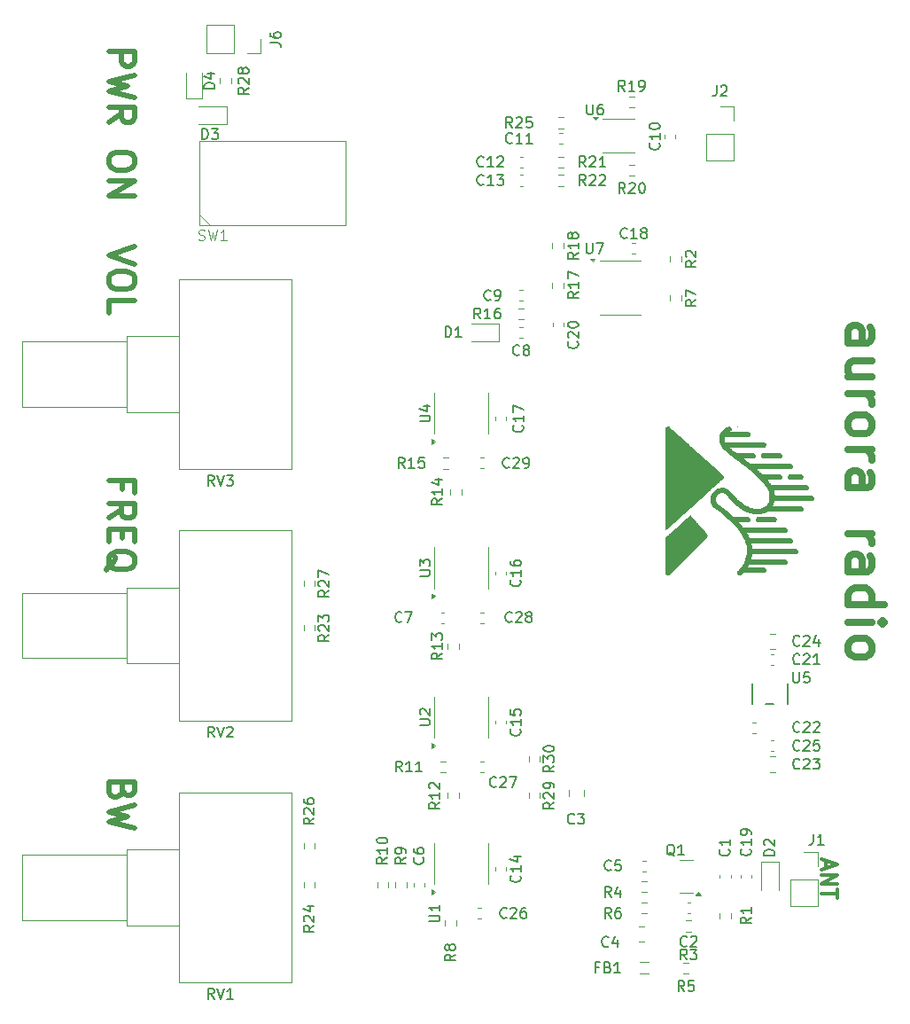
<source format=gbr>
%TF.GenerationSoftware,KiCad,Pcbnew,8.0.8*%
%TF.CreationDate,2025-03-23T00:17:45+01:00*%
%TF.ProjectId,am_receiver_v2,616d5f72-6563-4656-9976-65725f76322e,rev?*%
%TF.SameCoordinates,Original*%
%TF.FileFunction,Legend,Top*%
%TF.FilePolarity,Positive*%
%FSLAX46Y46*%
G04 Gerber Fmt 4.6, Leading zero omitted, Abs format (unit mm)*
G04 Created by KiCad (PCBNEW 8.0.8) date 2025-03-23 00:17:45*
%MOMM*%
%LPD*%
G01*
G04 APERTURE LIST*
%ADD10C,0.500000*%
%ADD11C,0.700000*%
%ADD12C,0.300000*%
%ADD13C,0.150000*%
%ADD14C,0.100000*%
%ADD15C,0.152400*%
%ADD16C,0.120000*%
%ADD17C,0.000000*%
G04 APERTURE END LIST*
D10*
X2331952Y-6174185D02*
X4831952Y-6174185D01*
X4831952Y-6174185D02*
X4831952Y-7126566D01*
X4831952Y-7126566D02*
X4712904Y-7364661D01*
X4712904Y-7364661D02*
X4593857Y-7483708D01*
X4593857Y-7483708D02*
X4355761Y-7602756D01*
X4355761Y-7602756D02*
X3998619Y-7602756D01*
X3998619Y-7602756D02*
X3760523Y-7483708D01*
X3760523Y-7483708D02*
X3641476Y-7364661D01*
X3641476Y-7364661D02*
X3522428Y-7126566D01*
X3522428Y-7126566D02*
X3522428Y-6174185D01*
X4831952Y-8436089D02*
X2331952Y-9031327D01*
X2331952Y-9031327D02*
X4117666Y-9507518D01*
X4117666Y-9507518D02*
X2331952Y-9983708D01*
X2331952Y-9983708D02*
X4831952Y-10578947D01*
X2331952Y-12959899D02*
X3522428Y-12126566D01*
X2331952Y-11531328D02*
X4831952Y-11531328D01*
X4831952Y-11531328D02*
X4831952Y-12483709D01*
X4831952Y-12483709D02*
X4712904Y-12721804D01*
X4712904Y-12721804D02*
X4593857Y-12840851D01*
X4593857Y-12840851D02*
X4355761Y-12959899D01*
X4355761Y-12959899D02*
X3998619Y-12959899D01*
X3998619Y-12959899D02*
X3760523Y-12840851D01*
X3760523Y-12840851D02*
X3641476Y-12721804D01*
X3641476Y-12721804D02*
X3522428Y-12483709D01*
X3522428Y-12483709D02*
X3522428Y-11531328D01*
X4831952Y-16412280D02*
X4831952Y-16888471D01*
X4831952Y-16888471D02*
X4712904Y-17126566D01*
X4712904Y-17126566D02*
X4474809Y-17364661D01*
X4474809Y-17364661D02*
X3998619Y-17483709D01*
X3998619Y-17483709D02*
X3165285Y-17483709D01*
X3165285Y-17483709D02*
X2689095Y-17364661D01*
X2689095Y-17364661D02*
X2451000Y-17126566D01*
X2451000Y-17126566D02*
X2331952Y-16888471D01*
X2331952Y-16888471D02*
X2331952Y-16412280D01*
X2331952Y-16412280D02*
X2451000Y-16174185D01*
X2451000Y-16174185D02*
X2689095Y-15936090D01*
X2689095Y-15936090D02*
X3165285Y-15817042D01*
X3165285Y-15817042D02*
X3998619Y-15817042D01*
X3998619Y-15817042D02*
X4474809Y-15936090D01*
X4474809Y-15936090D02*
X4712904Y-16174185D01*
X4712904Y-16174185D02*
X4831952Y-16412280D01*
X2331952Y-18555138D02*
X4831952Y-18555138D01*
X4831952Y-18555138D02*
X2331952Y-19983709D01*
X2331952Y-19983709D02*
X4831952Y-19983709D01*
X3641476Y-48007518D02*
X3641476Y-47174185D01*
X2331952Y-47174185D02*
X4831952Y-47174185D01*
X4831952Y-47174185D02*
X4831952Y-48364661D01*
X2331952Y-50745613D02*
X3522428Y-49912280D01*
X2331952Y-49317042D02*
X4831952Y-49317042D01*
X4831952Y-49317042D02*
X4831952Y-50269423D01*
X4831952Y-50269423D02*
X4712904Y-50507518D01*
X4712904Y-50507518D02*
X4593857Y-50626565D01*
X4593857Y-50626565D02*
X4355761Y-50745613D01*
X4355761Y-50745613D02*
X3998619Y-50745613D01*
X3998619Y-50745613D02*
X3760523Y-50626565D01*
X3760523Y-50626565D02*
X3641476Y-50507518D01*
X3641476Y-50507518D02*
X3522428Y-50269423D01*
X3522428Y-50269423D02*
X3522428Y-49317042D01*
X3641476Y-51817042D02*
X3641476Y-52650375D01*
X2331952Y-53007518D02*
X2331952Y-51817042D01*
X2331952Y-51817042D02*
X4831952Y-51817042D01*
X4831952Y-51817042D02*
X4831952Y-53007518D01*
X2093857Y-55745613D02*
X2212904Y-55507518D01*
X2212904Y-55507518D02*
X2451000Y-55269423D01*
X2451000Y-55269423D02*
X2808142Y-54912280D01*
X2808142Y-54912280D02*
X2927190Y-54674185D01*
X2927190Y-54674185D02*
X2927190Y-54436089D01*
X2331952Y-54555137D02*
X2451000Y-54317042D01*
X2451000Y-54317042D02*
X2689095Y-54078947D01*
X2689095Y-54078947D02*
X3165285Y-53959899D01*
X3165285Y-53959899D02*
X3998619Y-53959899D01*
X3998619Y-53959899D02*
X4474809Y-54078947D01*
X4474809Y-54078947D02*
X4712904Y-54317042D01*
X4712904Y-54317042D02*
X4831952Y-54555137D01*
X4831952Y-54555137D02*
X4831952Y-55031328D01*
X4831952Y-55031328D02*
X4712904Y-55269423D01*
X4712904Y-55269423D02*
X4474809Y-55507518D01*
X4474809Y-55507518D02*
X3998619Y-55626566D01*
X3998619Y-55626566D02*
X3165285Y-55626566D01*
X3165285Y-55626566D02*
X2689095Y-55507518D01*
X2689095Y-55507518D02*
X2451000Y-55269423D01*
X2451000Y-55269423D02*
X2331952Y-55031328D01*
X2331952Y-55031328D02*
X2331952Y-54555137D01*
X4831952Y-24817042D02*
X2331952Y-25650375D01*
X2331952Y-25650375D02*
X4831952Y-26483708D01*
X4831952Y-27793232D02*
X4831952Y-28269423D01*
X4831952Y-28269423D02*
X4712904Y-28507518D01*
X4712904Y-28507518D02*
X4474809Y-28745613D01*
X4474809Y-28745613D02*
X3998619Y-28864661D01*
X3998619Y-28864661D02*
X3165285Y-28864661D01*
X3165285Y-28864661D02*
X2689095Y-28745613D01*
X2689095Y-28745613D02*
X2451000Y-28507518D01*
X2451000Y-28507518D02*
X2331952Y-28269423D01*
X2331952Y-28269423D02*
X2331952Y-27793232D01*
X2331952Y-27793232D02*
X2451000Y-27555137D01*
X2451000Y-27555137D02*
X2689095Y-27317042D01*
X2689095Y-27317042D02*
X3165285Y-27197994D01*
X3165285Y-27197994D02*
X3998619Y-27197994D01*
X3998619Y-27197994D02*
X4474809Y-27317042D01*
X4474809Y-27317042D02*
X4712904Y-27555137D01*
X4712904Y-27555137D02*
X4831952Y-27793232D01*
X2331952Y-31126566D02*
X2331952Y-29936090D01*
X2331952Y-29936090D02*
X4831952Y-29936090D01*
X3641476Y-76757518D02*
X3522428Y-77114661D01*
X3522428Y-77114661D02*
X3403380Y-77233708D01*
X3403380Y-77233708D02*
X3165285Y-77352756D01*
X3165285Y-77352756D02*
X2808142Y-77352756D01*
X2808142Y-77352756D02*
X2570047Y-77233708D01*
X2570047Y-77233708D02*
X2451000Y-77114661D01*
X2451000Y-77114661D02*
X2331952Y-76876566D01*
X2331952Y-76876566D02*
X2331952Y-75924185D01*
X2331952Y-75924185D02*
X4831952Y-75924185D01*
X4831952Y-75924185D02*
X4831952Y-76757518D01*
X4831952Y-76757518D02*
X4712904Y-76995613D01*
X4712904Y-76995613D02*
X4593857Y-77114661D01*
X4593857Y-77114661D02*
X4355761Y-77233708D01*
X4355761Y-77233708D02*
X4117666Y-77233708D01*
X4117666Y-77233708D02*
X3879571Y-77114661D01*
X3879571Y-77114661D02*
X3760523Y-76995613D01*
X3760523Y-76995613D02*
X3641476Y-76757518D01*
X3641476Y-76757518D02*
X3641476Y-75924185D01*
X4831952Y-78186089D02*
X2331952Y-78781327D01*
X2331952Y-78781327D02*
X4117666Y-79257518D01*
X4117666Y-79257518D02*
X2331952Y-79733708D01*
X2331952Y-79733708D02*
X4831952Y-80328947D01*
D11*
X72964732Y-34043859D02*
X74798065Y-34043859D01*
X74798065Y-34043859D02*
X75131399Y-33877192D01*
X75131399Y-33877192D02*
X75298065Y-33543859D01*
X75298065Y-33543859D02*
X75298065Y-32877192D01*
X75298065Y-32877192D02*
X75131399Y-32543859D01*
X73131399Y-34043859D02*
X72964732Y-33710526D01*
X72964732Y-33710526D02*
X72964732Y-32877192D01*
X72964732Y-32877192D02*
X73131399Y-32543859D01*
X73131399Y-32543859D02*
X73464732Y-32377192D01*
X73464732Y-32377192D02*
X73798065Y-32377192D01*
X73798065Y-32377192D02*
X74131399Y-32543859D01*
X74131399Y-32543859D02*
X74298065Y-32877192D01*
X74298065Y-32877192D02*
X74298065Y-33710526D01*
X74298065Y-33710526D02*
X74464732Y-34043859D01*
X75298065Y-37210526D02*
X72964732Y-37210526D01*
X75298065Y-35710526D02*
X73464732Y-35710526D01*
X73464732Y-35710526D02*
X73131399Y-35877193D01*
X73131399Y-35877193D02*
X72964732Y-36210526D01*
X72964732Y-36210526D02*
X72964732Y-36710526D01*
X72964732Y-36710526D02*
X73131399Y-37043859D01*
X73131399Y-37043859D02*
X73298065Y-37210526D01*
X72964732Y-38877193D02*
X75298065Y-38877193D01*
X74631399Y-38877193D02*
X74964732Y-39043860D01*
X74964732Y-39043860D02*
X75131399Y-39210526D01*
X75131399Y-39210526D02*
X75298065Y-39543860D01*
X75298065Y-39543860D02*
X75298065Y-39877193D01*
X72964732Y-41543860D02*
X73131399Y-41210527D01*
X73131399Y-41210527D02*
X73298065Y-41043860D01*
X73298065Y-41043860D02*
X73631399Y-40877193D01*
X73631399Y-40877193D02*
X74631399Y-40877193D01*
X74631399Y-40877193D02*
X74964732Y-41043860D01*
X74964732Y-41043860D02*
X75131399Y-41210527D01*
X75131399Y-41210527D02*
X75298065Y-41543860D01*
X75298065Y-41543860D02*
X75298065Y-42043860D01*
X75298065Y-42043860D02*
X75131399Y-42377193D01*
X75131399Y-42377193D02*
X74964732Y-42543860D01*
X74964732Y-42543860D02*
X74631399Y-42710527D01*
X74631399Y-42710527D02*
X73631399Y-42710527D01*
X73631399Y-42710527D02*
X73298065Y-42543860D01*
X73298065Y-42543860D02*
X73131399Y-42377193D01*
X73131399Y-42377193D02*
X72964732Y-42043860D01*
X72964732Y-42043860D02*
X72964732Y-41543860D01*
X72964732Y-44210527D02*
X75298065Y-44210527D01*
X74631399Y-44210527D02*
X74964732Y-44377194D01*
X74964732Y-44377194D02*
X75131399Y-44543860D01*
X75131399Y-44543860D02*
X75298065Y-44877194D01*
X75298065Y-44877194D02*
X75298065Y-45210527D01*
X72964732Y-47877194D02*
X74798065Y-47877194D01*
X74798065Y-47877194D02*
X75131399Y-47710527D01*
X75131399Y-47710527D02*
X75298065Y-47377194D01*
X75298065Y-47377194D02*
X75298065Y-46710527D01*
X75298065Y-46710527D02*
X75131399Y-46377194D01*
X73131399Y-47877194D02*
X72964732Y-47543861D01*
X72964732Y-47543861D02*
X72964732Y-46710527D01*
X72964732Y-46710527D02*
X73131399Y-46377194D01*
X73131399Y-46377194D02*
X73464732Y-46210527D01*
X73464732Y-46210527D02*
X73798065Y-46210527D01*
X73798065Y-46210527D02*
X74131399Y-46377194D01*
X74131399Y-46377194D02*
X74298065Y-46710527D01*
X74298065Y-46710527D02*
X74298065Y-47543861D01*
X74298065Y-47543861D02*
X74464732Y-47877194D01*
X72964732Y-52210528D02*
X75298065Y-52210528D01*
X74631399Y-52210528D02*
X74964732Y-52377195D01*
X74964732Y-52377195D02*
X75131399Y-52543861D01*
X75131399Y-52543861D02*
X75298065Y-52877195D01*
X75298065Y-52877195D02*
X75298065Y-53210528D01*
X72964732Y-55877195D02*
X74798065Y-55877195D01*
X74798065Y-55877195D02*
X75131399Y-55710528D01*
X75131399Y-55710528D02*
X75298065Y-55377195D01*
X75298065Y-55377195D02*
X75298065Y-54710528D01*
X75298065Y-54710528D02*
X75131399Y-54377195D01*
X73131399Y-55877195D02*
X72964732Y-55543862D01*
X72964732Y-55543862D02*
X72964732Y-54710528D01*
X72964732Y-54710528D02*
X73131399Y-54377195D01*
X73131399Y-54377195D02*
X73464732Y-54210528D01*
X73464732Y-54210528D02*
X73798065Y-54210528D01*
X73798065Y-54210528D02*
X74131399Y-54377195D01*
X74131399Y-54377195D02*
X74298065Y-54710528D01*
X74298065Y-54710528D02*
X74298065Y-55543862D01*
X74298065Y-55543862D02*
X74464732Y-55877195D01*
X72964732Y-59043862D02*
X76464732Y-59043862D01*
X73131399Y-59043862D02*
X72964732Y-58710529D01*
X72964732Y-58710529D02*
X72964732Y-58043862D01*
X72964732Y-58043862D02*
X73131399Y-57710529D01*
X73131399Y-57710529D02*
X73298065Y-57543862D01*
X73298065Y-57543862D02*
X73631399Y-57377195D01*
X73631399Y-57377195D02*
X74631399Y-57377195D01*
X74631399Y-57377195D02*
X74964732Y-57543862D01*
X74964732Y-57543862D02*
X75131399Y-57710529D01*
X75131399Y-57710529D02*
X75298065Y-58043862D01*
X75298065Y-58043862D02*
X75298065Y-58710529D01*
X75298065Y-58710529D02*
X75131399Y-59043862D01*
X72964732Y-60710529D02*
X75298065Y-60710529D01*
X76464732Y-60710529D02*
X76298065Y-60543862D01*
X76298065Y-60543862D02*
X76131399Y-60710529D01*
X76131399Y-60710529D02*
X76298065Y-60877196D01*
X76298065Y-60877196D02*
X76464732Y-60710529D01*
X76464732Y-60710529D02*
X76131399Y-60710529D01*
X72964732Y-62877196D02*
X73131399Y-62543863D01*
X73131399Y-62543863D02*
X73298065Y-62377196D01*
X73298065Y-62377196D02*
X73631399Y-62210529D01*
X73631399Y-62210529D02*
X74631399Y-62210529D01*
X74631399Y-62210529D02*
X74964732Y-62377196D01*
X74964732Y-62377196D02*
X75131399Y-62543863D01*
X75131399Y-62543863D02*
X75298065Y-62877196D01*
X75298065Y-62877196D02*
X75298065Y-63377196D01*
X75298065Y-63377196D02*
X75131399Y-63710529D01*
X75131399Y-63710529D02*
X74964732Y-63877196D01*
X74964732Y-63877196D02*
X74631399Y-64043863D01*
X74631399Y-64043863D02*
X73631399Y-64043863D01*
X73631399Y-64043863D02*
X73298065Y-63877196D01*
X73298065Y-63877196D02*
X73131399Y-63710529D01*
X73131399Y-63710529D02*
X72964732Y-63377196D01*
X72964732Y-63377196D02*
X72964732Y-62877196D01*
D12*
X70877742Y-83483082D02*
X70877742Y-84197368D01*
X70449171Y-83340225D02*
X71949171Y-83840225D01*
X71949171Y-83840225D02*
X70449171Y-84340225D01*
X70449171Y-84840224D02*
X71949171Y-84840224D01*
X71949171Y-84840224D02*
X70449171Y-85697367D01*
X70449171Y-85697367D02*
X71949171Y-85697367D01*
X71949171Y-86197368D02*
X71949171Y-87054511D01*
X70449171Y-86625939D02*
X71949171Y-86625939D01*
D13*
X67738095Y-65454819D02*
X67738095Y-66264342D01*
X67738095Y-66264342D02*
X67785714Y-66359580D01*
X67785714Y-66359580D02*
X67833333Y-66407200D01*
X67833333Y-66407200D02*
X67928571Y-66454819D01*
X67928571Y-66454819D02*
X68119047Y-66454819D01*
X68119047Y-66454819D02*
X68214285Y-66407200D01*
X68214285Y-66407200D02*
X68261904Y-66359580D01*
X68261904Y-66359580D02*
X68309523Y-66264342D01*
X68309523Y-66264342D02*
X68309523Y-65454819D01*
X69261904Y-65454819D02*
X68785714Y-65454819D01*
X68785714Y-65454819D02*
X68738095Y-65931009D01*
X68738095Y-65931009D02*
X68785714Y-65883390D01*
X68785714Y-65883390D02*
X68880952Y-65835771D01*
X68880952Y-65835771D02*
X69119047Y-65835771D01*
X69119047Y-65835771D02*
X69214285Y-65883390D01*
X69214285Y-65883390D02*
X69261904Y-65931009D01*
X69261904Y-65931009D02*
X69309523Y-66026247D01*
X69309523Y-66026247D02*
X69309523Y-66264342D01*
X69309523Y-66264342D02*
X69261904Y-66359580D01*
X69261904Y-66359580D02*
X69214285Y-66407200D01*
X69214285Y-66407200D02*
X69119047Y-66454819D01*
X69119047Y-66454819D02*
X68880952Y-66454819D01*
X68880952Y-66454819D02*
X68785714Y-66407200D01*
X68785714Y-66407200D02*
X68738095Y-66359580D01*
X68357142Y-62859580D02*
X68309523Y-62907200D01*
X68309523Y-62907200D02*
X68166666Y-62954819D01*
X68166666Y-62954819D02*
X68071428Y-62954819D01*
X68071428Y-62954819D02*
X67928571Y-62907200D01*
X67928571Y-62907200D02*
X67833333Y-62811961D01*
X67833333Y-62811961D02*
X67785714Y-62716723D01*
X67785714Y-62716723D02*
X67738095Y-62526247D01*
X67738095Y-62526247D02*
X67738095Y-62383390D01*
X67738095Y-62383390D02*
X67785714Y-62192914D01*
X67785714Y-62192914D02*
X67833333Y-62097676D01*
X67833333Y-62097676D02*
X67928571Y-62002438D01*
X67928571Y-62002438D02*
X68071428Y-61954819D01*
X68071428Y-61954819D02*
X68166666Y-61954819D01*
X68166666Y-61954819D02*
X68309523Y-62002438D01*
X68309523Y-62002438D02*
X68357142Y-62050057D01*
X68738095Y-62050057D02*
X68785714Y-62002438D01*
X68785714Y-62002438D02*
X68880952Y-61954819D01*
X68880952Y-61954819D02*
X69119047Y-61954819D01*
X69119047Y-61954819D02*
X69214285Y-62002438D01*
X69214285Y-62002438D02*
X69261904Y-62050057D01*
X69261904Y-62050057D02*
X69309523Y-62145295D01*
X69309523Y-62145295D02*
X69309523Y-62240533D01*
X69309523Y-62240533D02*
X69261904Y-62383390D01*
X69261904Y-62383390D02*
X68690476Y-62954819D01*
X68690476Y-62954819D02*
X69309523Y-62954819D01*
X70166666Y-62288152D02*
X70166666Y-62954819D01*
X69928571Y-61907200D02*
X69690476Y-62621485D01*
X69690476Y-62621485D02*
X70309523Y-62621485D01*
X68357142Y-74609580D02*
X68309523Y-74657200D01*
X68309523Y-74657200D02*
X68166666Y-74704819D01*
X68166666Y-74704819D02*
X68071428Y-74704819D01*
X68071428Y-74704819D02*
X67928571Y-74657200D01*
X67928571Y-74657200D02*
X67833333Y-74561961D01*
X67833333Y-74561961D02*
X67785714Y-74466723D01*
X67785714Y-74466723D02*
X67738095Y-74276247D01*
X67738095Y-74276247D02*
X67738095Y-74133390D01*
X67738095Y-74133390D02*
X67785714Y-73942914D01*
X67785714Y-73942914D02*
X67833333Y-73847676D01*
X67833333Y-73847676D02*
X67928571Y-73752438D01*
X67928571Y-73752438D02*
X68071428Y-73704819D01*
X68071428Y-73704819D02*
X68166666Y-73704819D01*
X68166666Y-73704819D02*
X68309523Y-73752438D01*
X68309523Y-73752438D02*
X68357142Y-73800057D01*
X68738095Y-73800057D02*
X68785714Y-73752438D01*
X68785714Y-73752438D02*
X68880952Y-73704819D01*
X68880952Y-73704819D02*
X69119047Y-73704819D01*
X69119047Y-73704819D02*
X69214285Y-73752438D01*
X69214285Y-73752438D02*
X69261904Y-73800057D01*
X69261904Y-73800057D02*
X69309523Y-73895295D01*
X69309523Y-73895295D02*
X69309523Y-73990533D01*
X69309523Y-73990533D02*
X69261904Y-74133390D01*
X69261904Y-74133390D02*
X68690476Y-74704819D01*
X68690476Y-74704819D02*
X69309523Y-74704819D01*
X69642857Y-73704819D02*
X70261904Y-73704819D01*
X70261904Y-73704819D02*
X69928571Y-74085771D01*
X69928571Y-74085771D02*
X70071428Y-74085771D01*
X70071428Y-74085771D02*
X70166666Y-74133390D01*
X70166666Y-74133390D02*
X70214285Y-74181009D01*
X70214285Y-74181009D02*
X70261904Y-74276247D01*
X70261904Y-74276247D02*
X70261904Y-74514342D01*
X70261904Y-74514342D02*
X70214285Y-74609580D01*
X70214285Y-74609580D02*
X70166666Y-74657200D01*
X70166666Y-74657200D02*
X70071428Y-74704819D01*
X70071428Y-74704819D02*
X69785714Y-74704819D01*
X69785714Y-74704819D02*
X69690476Y-74657200D01*
X69690476Y-74657200D02*
X69642857Y-74609580D01*
X54904580Y-14932857D02*
X54952200Y-14980476D01*
X54952200Y-14980476D02*
X54999819Y-15123333D01*
X54999819Y-15123333D02*
X54999819Y-15218571D01*
X54999819Y-15218571D02*
X54952200Y-15361428D01*
X54952200Y-15361428D02*
X54856961Y-15456666D01*
X54856961Y-15456666D02*
X54761723Y-15504285D01*
X54761723Y-15504285D02*
X54571247Y-15551904D01*
X54571247Y-15551904D02*
X54428390Y-15551904D01*
X54428390Y-15551904D02*
X54237914Y-15504285D01*
X54237914Y-15504285D02*
X54142676Y-15456666D01*
X54142676Y-15456666D02*
X54047438Y-15361428D01*
X54047438Y-15361428D02*
X53999819Y-15218571D01*
X53999819Y-15218571D02*
X53999819Y-15123333D01*
X53999819Y-15123333D02*
X54047438Y-14980476D01*
X54047438Y-14980476D02*
X54095057Y-14932857D01*
X54999819Y-13980476D02*
X54999819Y-14551904D01*
X54999819Y-14266190D02*
X53999819Y-14266190D01*
X53999819Y-14266190D02*
X54142676Y-14361428D01*
X54142676Y-14361428D02*
X54237914Y-14456666D01*
X54237914Y-14456666D02*
X54285533Y-14551904D01*
X53999819Y-13361428D02*
X53999819Y-13266190D01*
X53999819Y-13266190D02*
X54047438Y-13170952D01*
X54047438Y-13170952D02*
X54095057Y-13123333D01*
X54095057Y-13123333D02*
X54190295Y-13075714D01*
X54190295Y-13075714D02*
X54380771Y-13028095D01*
X54380771Y-13028095D02*
X54618866Y-13028095D01*
X54618866Y-13028095D02*
X54809342Y-13075714D01*
X54809342Y-13075714D02*
X54904580Y-13123333D01*
X54904580Y-13123333D02*
X54952200Y-13170952D01*
X54952200Y-13170952D02*
X54999819Y-13266190D01*
X54999819Y-13266190D02*
X54999819Y-13361428D01*
X54999819Y-13361428D02*
X54952200Y-13456666D01*
X54952200Y-13456666D02*
X54904580Y-13504285D01*
X54904580Y-13504285D02*
X54809342Y-13551904D01*
X54809342Y-13551904D02*
X54618866Y-13599523D01*
X54618866Y-13599523D02*
X54380771Y-13599523D01*
X54380771Y-13599523D02*
X54190295Y-13551904D01*
X54190295Y-13551904D02*
X54095057Y-13504285D01*
X54095057Y-13504285D02*
X54047438Y-13456666D01*
X54047438Y-13456666D02*
X53999819Y-13361428D01*
X48033095Y-11229819D02*
X48033095Y-12039342D01*
X48033095Y-12039342D02*
X48080714Y-12134580D01*
X48080714Y-12134580D02*
X48128333Y-12182200D01*
X48128333Y-12182200D02*
X48223571Y-12229819D01*
X48223571Y-12229819D02*
X48414047Y-12229819D01*
X48414047Y-12229819D02*
X48509285Y-12182200D01*
X48509285Y-12182200D02*
X48556904Y-12134580D01*
X48556904Y-12134580D02*
X48604523Y-12039342D01*
X48604523Y-12039342D02*
X48604523Y-11229819D01*
X49509285Y-11229819D02*
X49318809Y-11229819D01*
X49318809Y-11229819D02*
X49223571Y-11277438D01*
X49223571Y-11277438D02*
X49175952Y-11325057D01*
X49175952Y-11325057D02*
X49080714Y-11467914D01*
X49080714Y-11467914D02*
X49033095Y-11658390D01*
X49033095Y-11658390D02*
X49033095Y-12039342D01*
X49033095Y-12039342D02*
X49080714Y-12134580D01*
X49080714Y-12134580D02*
X49128333Y-12182200D01*
X49128333Y-12182200D02*
X49223571Y-12229819D01*
X49223571Y-12229819D02*
X49414047Y-12229819D01*
X49414047Y-12229819D02*
X49509285Y-12182200D01*
X49509285Y-12182200D02*
X49556904Y-12134580D01*
X49556904Y-12134580D02*
X49604523Y-12039342D01*
X49604523Y-12039342D02*
X49604523Y-11801247D01*
X49604523Y-11801247D02*
X49556904Y-11706009D01*
X49556904Y-11706009D02*
X49509285Y-11658390D01*
X49509285Y-11658390D02*
X49414047Y-11610771D01*
X49414047Y-11610771D02*
X49223571Y-11610771D01*
X49223571Y-11610771D02*
X49128333Y-11658390D01*
X49128333Y-11658390D02*
X49080714Y-11706009D01*
X49080714Y-11706009D02*
X49033095Y-11801247D01*
D14*
X10916667Y-24159800D02*
X11059524Y-24207419D01*
X11059524Y-24207419D02*
X11297619Y-24207419D01*
X11297619Y-24207419D02*
X11392857Y-24159800D01*
X11392857Y-24159800D02*
X11440476Y-24112180D01*
X11440476Y-24112180D02*
X11488095Y-24016942D01*
X11488095Y-24016942D02*
X11488095Y-23921704D01*
X11488095Y-23921704D02*
X11440476Y-23826466D01*
X11440476Y-23826466D02*
X11392857Y-23778847D01*
X11392857Y-23778847D02*
X11297619Y-23731228D01*
X11297619Y-23731228D02*
X11107143Y-23683609D01*
X11107143Y-23683609D02*
X11011905Y-23635990D01*
X11011905Y-23635990D02*
X10964286Y-23588371D01*
X10964286Y-23588371D02*
X10916667Y-23493133D01*
X10916667Y-23493133D02*
X10916667Y-23397895D01*
X10916667Y-23397895D02*
X10964286Y-23302657D01*
X10964286Y-23302657D02*
X11011905Y-23255038D01*
X11011905Y-23255038D02*
X11107143Y-23207419D01*
X11107143Y-23207419D02*
X11345238Y-23207419D01*
X11345238Y-23207419D02*
X11488095Y-23255038D01*
X11821429Y-23207419D02*
X12059524Y-24207419D01*
X12059524Y-24207419D02*
X12250000Y-23493133D01*
X12250000Y-23493133D02*
X12440476Y-24207419D01*
X12440476Y-24207419D02*
X12678572Y-23207419D01*
X13583333Y-24207419D02*
X13011905Y-24207419D01*
X13297619Y-24207419D02*
X13297619Y-23207419D01*
X13297619Y-23207419D02*
X13202381Y-23350276D01*
X13202381Y-23350276D02*
X13107143Y-23445514D01*
X13107143Y-23445514D02*
X13011905Y-23493133D01*
D13*
X32954819Y-89261904D02*
X33764342Y-89261904D01*
X33764342Y-89261904D02*
X33859580Y-89214285D01*
X33859580Y-89214285D02*
X33907200Y-89166666D01*
X33907200Y-89166666D02*
X33954819Y-89071428D01*
X33954819Y-89071428D02*
X33954819Y-88880952D01*
X33954819Y-88880952D02*
X33907200Y-88785714D01*
X33907200Y-88785714D02*
X33859580Y-88738095D01*
X33859580Y-88738095D02*
X33764342Y-88690476D01*
X33764342Y-88690476D02*
X32954819Y-88690476D01*
X33954819Y-87690476D02*
X33954819Y-88261904D01*
X33954819Y-87976190D02*
X32954819Y-87976190D01*
X32954819Y-87976190D02*
X33097676Y-88071428D01*
X33097676Y-88071428D02*
X33192914Y-88166666D01*
X33192914Y-88166666D02*
X33240533Y-88261904D01*
X32054819Y-70511904D02*
X32864342Y-70511904D01*
X32864342Y-70511904D02*
X32959580Y-70464285D01*
X32959580Y-70464285D02*
X33007200Y-70416666D01*
X33007200Y-70416666D02*
X33054819Y-70321428D01*
X33054819Y-70321428D02*
X33054819Y-70130952D01*
X33054819Y-70130952D02*
X33007200Y-70035714D01*
X33007200Y-70035714D02*
X32959580Y-69988095D01*
X32959580Y-69988095D02*
X32864342Y-69940476D01*
X32864342Y-69940476D02*
X32054819Y-69940476D01*
X32150057Y-69511904D02*
X32102438Y-69464285D01*
X32102438Y-69464285D02*
X32054819Y-69369047D01*
X32054819Y-69369047D02*
X32054819Y-69130952D01*
X32054819Y-69130952D02*
X32102438Y-69035714D01*
X32102438Y-69035714D02*
X32150057Y-68988095D01*
X32150057Y-68988095D02*
X32245295Y-68940476D01*
X32245295Y-68940476D02*
X32340533Y-68940476D01*
X32340533Y-68940476D02*
X32483390Y-68988095D01*
X32483390Y-68988095D02*
X33054819Y-69559523D01*
X33054819Y-69559523D02*
X33054819Y-68940476D01*
X32054819Y-41511904D02*
X32864342Y-41511904D01*
X32864342Y-41511904D02*
X32959580Y-41464285D01*
X32959580Y-41464285D02*
X33007200Y-41416666D01*
X33007200Y-41416666D02*
X33054819Y-41321428D01*
X33054819Y-41321428D02*
X33054819Y-41130952D01*
X33054819Y-41130952D02*
X33007200Y-41035714D01*
X33007200Y-41035714D02*
X32959580Y-40988095D01*
X32959580Y-40988095D02*
X32864342Y-40940476D01*
X32864342Y-40940476D02*
X32054819Y-40940476D01*
X32388152Y-40035714D02*
X33054819Y-40035714D01*
X32007200Y-40273809D02*
X32721485Y-40511904D01*
X32721485Y-40511904D02*
X32721485Y-39892857D01*
X32054819Y-56261904D02*
X32864342Y-56261904D01*
X32864342Y-56261904D02*
X32959580Y-56214285D01*
X32959580Y-56214285D02*
X33007200Y-56166666D01*
X33007200Y-56166666D02*
X33054819Y-56071428D01*
X33054819Y-56071428D02*
X33054819Y-55880952D01*
X33054819Y-55880952D02*
X33007200Y-55785714D01*
X33007200Y-55785714D02*
X32959580Y-55738095D01*
X32959580Y-55738095D02*
X32864342Y-55690476D01*
X32864342Y-55690476D02*
X32054819Y-55690476D01*
X32054819Y-55309523D02*
X32054819Y-54690476D01*
X32054819Y-54690476D02*
X32435771Y-55023809D01*
X32435771Y-55023809D02*
X32435771Y-54880952D01*
X32435771Y-54880952D02*
X32483390Y-54785714D01*
X32483390Y-54785714D02*
X32531009Y-54738095D01*
X32531009Y-54738095D02*
X32626247Y-54690476D01*
X32626247Y-54690476D02*
X32864342Y-54690476D01*
X32864342Y-54690476D02*
X32959580Y-54738095D01*
X32959580Y-54738095D02*
X33007200Y-54785714D01*
X33007200Y-54785714D02*
X33054819Y-54880952D01*
X33054819Y-54880952D02*
X33054819Y-55166666D01*
X33054819Y-55166666D02*
X33007200Y-55261904D01*
X33007200Y-55261904D02*
X32959580Y-55309523D01*
X47988095Y-24454819D02*
X47988095Y-25264342D01*
X47988095Y-25264342D02*
X48035714Y-25359580D01*
X48035714Y-25359580D02*
X48083333Y-25407200D01*
X48083333Y-25407200D02*
X48178571Y-25454819D01*
X48178571Y-25454819D02*
X48369047Y-25454819D01*
X48369047Y-25454819D02*
X48464285Y-25407200D01*
X48464285Y-25407200D02*
X48511904Y-25359580D01*
X48511904Y-25359580D02*
X48559523Y-25264342D01*
X48559523Y-25264342D02*
X48559523Y-24454819D01*
X48940476Y-24454819D02*
X49607142Y-24454819D01*
X49607142Y-24454819D02*
X49178571Y-25454819D01*
X65954819Y-82948094D02*
X64954819Y-82948094D01*
X64954819Y-82948094D02*
X64954819Y-82709999D01*
X64954819Y-82709999D02*
X65002438Y-82567142D01*
X65002438Y-82567142D02*
X65097676Y-82471904D01*
X65097676Y-82471904D02*
X65192914Y-82424285D01*
X65192914Y-82424285D02*
X65383390Y-82376666D01*
X65383390Y-82376666D02*
X65526247Y-82376666D01*
X65526247Y-82376666D02*
X65716723Y-82424285D01*
X65716723Y-82424285D02*
X65811961Y-82471904D01*
X65811961Y-82471904D02*
X65907200Y-82567142D01*
X65907200Y-82567142D02*
X65954819Y-82709999D01*
X65954819Y-82709999D02*
X65954819Y-82948094D01*
X65050057Y-81995713D02*
X65002438Y-81948094D01*
X65002438Y-81948094D02*
X64954819Y-81852856D01*
X64954819Y-81852856D02*
X64954819Y-81614761D01*
X64954819Y-81614761D02*
X65002438Y-81519523D01*
X65002438Y-81519523D02*
X65050057Y-81471904D01*
X65050057Y-81471904D02*
X65145295Y-81424285D01*
X65145295Y-81424285D02*
X65240533Y-81424285D01*
X65240533Y-81424285D02*
X65383390Y-81471904D01*
X65383390Y-81471904D02*
X65954819Y-82043332D01*
X65954819Y-82043332D02*
X65954819Y-81424285D01*
X40607142Y-45859580D02*
X40559523Y-45907200D01*
X40559523Y-45907200D02*
X40416666Y-45954819D01*
X40416666Y-45954819D02*
X40321428Y-45954819D01*
X40321428Y-45954819D02*
X40178571Y-45907200D01*
X40178571Y-45907200D02*
X40083333Y-45811961D01*
X40083333Y-45811961D02*
X40035714Y-45716723D01*
X40035714Y-45716723D02*
X39988095Y-45526247D01*
X39988095Y-45526247D02*
X39988095Y-45383390D01*
X39988095Y-45383390D02*
X40035714Y-45192914D01*
X40035714Y-45192914D02*
X40083333Y-45097676D01*
X40083333Y-45097676D02*
X40178571Y-45002438D01*
X40178571Y-45002438D02*
X40321428Y-44954819D01*
X40321428Y-44954819D02*
X40416666Y-44954819D01*
X40416666Y-44954819D02*
X40559523Y-45002438D01*
X40559523Y-45002438D02*
X40607142Y-45050057D01*
X40988095Y-45050057D02*
X41035714Y-45002438D01*
X41035714Y-45002438D02*
X41130952Y-44954819D01*
X41130952Y-44954819D02*
X41369047Y-44954819D01*
X41369047Y-44954819D02*
X41464285Y-45002438D01*
X41464285Y-45002438D02*
X41511904Y-45050057D01*
X41511904Y-45050057D02*
X41559523Y-45145295D01*
X41559523Y-45145295D02*
X41559523Y-45240533D01*
X41559523Y-45240533D02*
X41511904Y-45383390D01*
X41511904Y-45383390D02*
X40940476Y-45954819D01*
X40940476Y-45954819D02*
X41559523Y-45954819D01*
X42035714Y-45954819D02*
X42226190Y-45954819D01*
X42226190Y-45954819D02*
X42321428Y-45907200D01*
X42321428Y-45907200D02*
X42369047Y-45859580D01*
X42369047Y-45859580D02*
X42464285Y-45716723D01*
X42464285Y-45716723D02*
X42511904Y-45526247D01*
X42511904Y-45526247D02*
X42511904Y-45145295D01*
X42511904Y-45145295D02*
X42464285Y-45050057D01*
X42464285Y-45050057D02*
X42416666Y-45002438D01*
X42416666Y-45002438D02*
X42321428Y-44954819D01*
X42321428Y-44954819D02*
X42130952Y-44954819D01*
X42130952Y-44954819D02*
X42035714Y-45002438D01*
X42035714Y-45002438D02*
X41988095Y-45050057D01*
X41988095Y-45050057D02*
X41940476Y-45145295D01*
X41940476Y-45145295D02*
X41940476Y-45383390D01*
X41940476Y-45383390D02*
X41988095Y-45478628D01*
X41988095Y-45478628D02*
X42035714Y-45526247D01*
X42035714Y-45526247D02*
X42130952Y-45573866D01*
X42130952Y-45573866D02*
X42321428Y-45573866D01*
X42321428Y-45573866D02*
X42416666Y-45526247D01*
X42416666Y-45526247D02*
X42464285Y-45478628D01*
X42464285Y-45478628D02*
X42511904Y-45383390D01*
X40857142Y-60609580D02*
X40809523Y-60657200D01*
X40809523Y-60657200D02*
X40666666Y-60704819D01*
X40666666Y-60704819D02*
X40571428Y-60704819D01*
X40571428Y-60704819D02*
X40428571Y-60657200D01*
X40428571Y-60657200D02*
X40333333Y-60561961D01*
X40333333Y-60561961D02*
X40285714Y-60466723D01*
X40285714Y-60466723D02*
X40238095Y-60276247D01*
X40238095Y-60276247D02*
X40238095Y-60133390D01*
X40238095Y-60133390D02*
X40285714Y-59942914D01*
X40285714Y-59942914D02*
X40333333Y-59847676D01*
X40333333Y-59847676D02*
X40428571Y-59752438D01*
X40428571Y-59752438D02*
X40571428Y-59704819D01*
X40571428Y-59704819D02*
X40666666Y-59704819D01*
X40666666Y-59704819D02*
X40809523Y-59752438D01*
X40809523Y-59752438D02*
X40857142Y-59800057D01*
X41238095Y-59800057D02*
X41285714Y-59752438D01*
X41285714Y-59752438D02*
X41380952Y-59704819D01*
X41380952Y-59704819D02*
X41619047Y-59704819D01*
X41619047Y-59704819D02*
X41714285Y-59752438D01*
X41714285Y-59752438D02*
X41761904Y-59800057D01*
X41761904Y-59800057D02*
X41809523Y-59895295D01*
X41809523Y-59895295D02*
X41809523Y-59990533D01*
X41809523Y-59990533D02*
X41761904Y-60133390D01*
X41761904Y-60133390D02*
X41190476Y-60704819D01*
X41190476Y-60704819D02*
X41809523Y-60704819D01*
X42380952Y-60133390D02*
X42285714Y-60085771D01*
X42285714Y-60085771D02*
X42238095Y-60038152D01*
X42238095Y-60038152D02*
X42190476Y-59942914D01*
X42190476Y-59942914D02*
X42190476Y-59895295D01*
X42190476Y-59895295D02*
X42238095Y-59800057D01*
X42238095Y-59800057D02*
X42285714Y-59752438D01*
X42285714Y-59752438D02*
X42380952Y-59704819D01*
X42380952Y-59704819D02*
X42571428Y-59704819D01*
X42571428Y-59704819D02*
X42666666Y-59752438D01*
X42666666Y-59752438D02*
X42714285Y-59800057D01*
X42714285Y-59800057D02*
X42761904Y-59895295D01*
X42761904Y-59895295D02*
X42761904Y-59942914D01*
X42761904Y-59942914D02*
X42714285Y-60038152D01*
X42714285Y-60038152D02*
X42666666Y-60085771D01*
X42666666Y-60085771D02*
X42571428Y-60133390D01*
X42571428Y-60133390D02*
X42380952Y-60133390D01*
X42380952Y-60133390D02*
X42285714Y-60181009D01*
X42285714Y-60181009D02*
X42238095Y-60228628D01*
X42238095Y-60228628D02*
X42190476Y-60323866D01*
X42190476Y-60323866D02*
X42190476Y-60514342D01*
X42190476Y-60514342D02*
X42238095Y-60609580D01*
X42238095Y-60609580D02*
X42285714Y-60657200D01*
X42285714Y-60657200D02*
X42380952Y-60704819D01*
X42380952Y-60704819D02*
X42571428Y-60704819D01*
X42571428Y-60704819D02*
X42666666Y-60657200D01*
X42666666Y-60657200D02*
X42714285Y-60609580D01*
X42714285Y-60609580D02*
X42761904Y-60514342D01*
X42761904Y-60514342D02*
X42761904Y-60323866D01*
X42761904Y-60323866D02*
X42714285Y-60228628D01*
X42714285Y-60228628D02*
X42666666Y-60181009D01*
X42666666Y-60181009D02*
X42571428Y-60133390D01*
X39357142Y-76359580D02*
X39309523Y-76407200D01*
X39309523Y-76407200D02*
X39166666Y-76454819D01*
X39166666Y-76454819D02*
X39071428Y-76454819D01*
X39071428Y-76454819D02*
X38928571Y-76407200D01*
X38928571Y-76407200D02*
X38833333Y-76311961D01*
X38833333Y-76311961D02*
X38785714Y-76216723D01*
X38785714Y-76216723D02*
X38738095Y-76026247D01*
X38738095Y-76026247D02*
X38738095Y-75883390D01*
X38738095Y-75883390D02*
X38785714Y-75692914D01*
X38785714Y-75692914D02*
X38833333Y-75597676D01*
X38833333Y-75597676D02*
X38928571Y-75502438D01*
X38928571Y-75502438D02*
X39071428Y-75454819D01*
X39071428Y-75454819D02*
X39166666Y-75454819D01*
X39166666Y-75454819D02*
X39309523Y-75502438D01*
X39309523Y-75502438D02*
X39357142Y-75550057D01*
X39738095Y-75550057D02*
X39785714Y-75502438D01*
X39785714Y-75502438D02*
X39880952Y-75454819D01*
X39880952Y-75454819D02*
X40119047Y-75454819D01*
X40119047Y-75454819D02*
X40214285Y-75502438D01*
X40214285Y-75502438D02*
X40261904Y-75550057D01*
X40261904Y-75550057D02*
X40309523Y-75645295D01*
X40309523Y-75645295D02*
X40309523Y-75740533D01*
X40309523Y-75740533D02*
X40261904Y-75883390D01*
X40261904Y-75883390D02*
X39690476Y-76454819D01*
X39690476Y-76454819D02*
X40309523Y-76454819D01*
X40642857Y-75454819D02*
X41309523Y-75454819D01*
X41309523Y-75454819D02*
X40880952Y-76454819D01*
X44884819Y-74392857D02*
X44408628Y-74726190D01*
X44884819Y-74964285D02*
X43884819Y-74964285D01*
X43884819Y-74964285D02*
X43884819Y-74583333D01*
X43884819Y-74583333D02*
X43932438Y-74488095D01*
X43932438Y-74488095D02*
X43980057Y-74440476D01*
X43980057Y-74440476D02*
X44075295Y-74392857D01*
X44075295Y-74392857D02*
X44218152Y-74392857D01*
X44218152Y-74392857D02*
X44313390Y-74440476D01*
X44313390Y-74440476D02*
X44361009Y-74488095D01*
X44361009Y-74488095D02*
X44408628Y-74583333D01*
X44408628Y-74583333D02*
X44408628Y-74964285D01*
X43884819Y-74059523D02*
X43884819Y-73440476D01*
X43884819Y-73440476D02*
X44265771Y-73773809D01*
X44265771Y-73773809D02*
X44265771Y-73630952D01*
X44265771Y-73630952D02*
X44313390Y-73535714D01*
X44313390Y-73535714D02*
X44361009Y-73488095D01*
X44361009Y-73488095D02*
X44456247Y-73440476D01*
X44456247Y-73440476D02*
X44694342Y-73440476D01*
X44694342Y-73440476D02*
X44789580Y-73488095D01*
X44789580Y-73488095D02*
X44837200Y-73535714D01*
X44837200Y-73535714D02*
X44884819Y-73630952D01*
X44884819Y-73630952D02*
X44884819Y-73916666D01*
X44884819Y-73916666D02*
X44837200Y-74011904D01*
X44837200Y-74011904D02*
X44789580Y-74059523D01*
X43884819Y-72821428D02*
X43884819Y-72726190D01*
X43884819Y-72726190D02*
X43932438Y-72630952D01*
X43932438Y-72630952D02*
X43980057Y-72583333D01*
X43980057Y-72583333D02*
X44075295Y-72535714D01*
X44075295Y-72535714D02*
X44265771Y-72488095D01*
X44265771Y-72488095D02*
X44503866Y-72488095D01*
X44503866Y-72488095D02*
X44694342Y-72535714D01*
X44694342Y-72535714D02*
X44789580Y-72583333D01*
X44789580Y-72583333D02*
X44837200Y-72630952D01*
X44837200Y-72630952D02*
X44884819Y-72726190D01*
X44884819Y-72726190D02*
X44884819Y-72821428D01*
X44884819Y-72821428D02*
X44837200Y-72916666D01*
X44837200Y-72916666D02*
X44789580Y-72964285D01*
X44789580Y-72964285D02*
X44694342Y-73011904D01*
X44694342Y-73011904D02*
X44503866Y-73059523D01*
X44503866Y-73059523D02*
X44265771Y-73059523D01*
X44265771Y-73059523D02*
X44075295Y-73011904D01*
X44075295Y-73011904D02*
X43980057Y-72964285D01*
X43980057Y-72964285D02*
X43932438Y-72916666D01*
X43932438Y-72916666D02*
X43884819Y-72821428D01*
X44884819Y-77892857D02*
X44408628Y-78226190D01*
X44884819Y-78464285D02*
X43884819Y-78464285D01*
X43884819Y-78464285D02*
X43884819Y-78083333D01*
X43884819Y-78083333D02*
X43932438Y-77988095D01*
X43932438Y-77988095D02*
X43980057Y-77940476D01*
X43980057Y-77940476D02*
X44075295Y-77892857D01*
X44075295Y-77892857D02*
X44218152Y-77892857D01*
X44218152Y-77892857D02*
X44313390Y-77940476D01*
X44313390Y-77940476D02*
X44361009Y-77988095D01*
X44361009Y-77988095D02*
X44408628Y-78083333D01*
X44408628Y-78083333D02*
X44408628Y-78464285D01*
X43980057Y-77511904D02*
X43932438Y-77464285D01*
X43932438Y-77464285D02*
X43884819Y-77369047D01*
X43884819Y-77369047D02*
X43884819Y-77130952D01*
X43884819Y-77130952D02*
X43932438Y-77035714D01*
X43932438Y-77035714D02*
X43980057Y-76988095D01*
X43980057Y-76988095D02*
X44075295Y-76940476D01*
X44075295Y-76940476D02*
X44170533Y-76940476D01*
X44170533Y-76940476D02*
X44313390Y-76988095D01*
X44313390Y-76988095D02*
X44884819Y-77559523D01*
X44884819Y-77559523D02*
X44884819Y-76940476D01*
X44884819Y-76464285D02*
X44884819Y-76273809D01*
X44884819Y-76273809D02*
X44837200Y-76178571D01*
X44837200Y-76178571D02*
X44789580Y-76130952D01*
X44789580Y-76130952D02*
X44646723Y-76035714D01*
X44646723Y-76035714D02*
X44456247Y-75988095D01*
X44456247Y-75988095D02*
X44075295Y-75988095D01*
X44075295Y-75988095D02*
X43980057Y-76035714D01*
X43980057Y-76035714D02*
X43932438Y-76083333D01*
X43932438Y-76083333D02*
X43884819Y-76178571D01*
X43884819Y-76178571D02*
X43884819Y-76369047D01*
X43884819Y-76369047D02*
X43932438Y-76464285D01*
X43932438Y-76464285D02*
X43980057Y-76511904D01*
X43980057Y-76511904D02*
X44075295Y-76559523D01*
X44075295Y-76559523D02*
X44313390Y-76559523D01*
X44313390Y-76559523D02*
X44408628Y-76511904D01*
X44408628Y-76511904D02*
X44456247Y-76464285D01*
X44456247Y-76464285D02*
X44503866Y-76369047D01*
X44503866Y-76369047D02*
X44503866Y-76178571D01*
X44503866Y-76178571D02*
X44456247Y-76083333D01*
X44456247Y-76083333D02*
X44408628Y-76035714D01*
X44408628Y-76035714D02*
X44313390Y-75988095D01*
X40357142Y-88859580D02*
X40309523Y-88907200D01*
X40309523Y-88907200D02*
X40166666Y-88954819D01*
X40166666Y-88954819D02*
X40071428Y-88954819D01*
X40071428Y-88954819D02*
X39928571Y-88907200D01*
X39928571Y-88907200D02*
X39833333Y-88811961D01*
X39833333Y-88811961D02*
X39785714Y-88716723D01*
X39785714Y-88716723D02*
X39738095Y-88526247D01*
X39738095Y-88526247D02*
X39738095Y-88383390D01*
X39738095Y-88383390D02*
X39785714Y-88192914D01*
X39785714Y-88192914D02*
X39833333Y-88097676D01*
X39833333Y-88097676D02*
X39928571Y-88002438D01*
X39928571Y-88002438D02*
X40071428Y-87954819D01*
X40071428Y-87954819D02*
X40166666Y-87954819D01*
X40166666Y-87954819D02*
X40309523Y-88002438D01*
X40309523Y-88002438D02*
X40357142Y-88050057D01*
X40738095Y-88050057D02*
X40785714Y-88002438D01*
X40785714Y-88002438D02*
X40880952Y-87954819D01*
X40880952Y-87954819D02*
X41119047Y-87954819D01*
X41119047Y-87954819D02*
X41214285Y-88002438D01*
X41214285Y-88002438D02*
X41261904Y-88050057D01*
X41261904Y-88050057D02*
X41309523Y-88145295D01*
X41309523Y-88145295D02*
X41309523Y-88240533D01*
X41309523Y-88240533D02*
X41261904Y-88383390D01*
X41261904Y-88383390D02*
X40690476Y-88954819D01*
X40690476Y-88954819D02*
X41309523Y-88954819D01*
X42166666Y-87954819D02*
X41976190Y-87954819D01*
X41976190Y-87954819D02*
X41880952Y-88002438D01*
X41880952Y-88002438D02*
X41833333Y-88050057D01*
X41833333Y-88050057D02*
X41738095Y-88192914D01*
X41738095Y-88192914D02*
X41690476Y-88383390D01*
X41690476Y-88383390D02*
X41690476Y-88764342D01*
X41690476Y-88764342D02*
X41738095Y-88859580D01*
X41738095Y-88859580D02*
X41785714Y-88907200D01*
X41785714Y-88907200D02*
X41880952Y-88954819D01*
X41880952Y-88954819D02*
X42071428Y-88954819D01*
X42071428Y-88954819D02*
X42166666Y-88907200D01*
X42166666Y-88907200D02*
X42214285Y-88859580D01*
X42214285Y-88859580D02*
X42261904Y-88764342D01*
X42261904Y-88764342D02*
X42261904Y-88526247D01*
X42261904Y-88526247D02*
X42214285Y-88431009D01*
X42214285Y-88431009D02*
X42166666Y-88383390D01*
X42166666Y-88383390D02*
X42071428Y-88335771D01*
X42071428Y-88335771D02*
X41880952Y-88335771D01*
X41880952Y-88335771D02*
X41785714Y-88383390D01*
X41785714Y-88383390D02*
X41738095Y-88431009D01*
X41738095Y-88431009D02*
X41690476Y-88526247D01*
X34204819Y-63642857D02*
X33728628Y-63976190D01*
X34204819Y-64214285D02*
X33204819Y-64214285D01*
X33204819Y-64214285D02*
X33204819Y-63833333D01*
X33204819Y-63833333D02*
X33252438Y-63738095D01*
X33252438Y-63738095D02*
X33300057Y-63690476D01*
X33300057Y-63690476D02*
X33395295Y-63642857D01*
X33395295Y-63642857D02*
X33538152Y-63642857D01*
X33538152Y-63642857D02*
X33633390Y-63690476D01*
X33633390Y-63690476D02*
X33681009Y-63738095D01*
X33681009Y-63738095D02*
X33728628Y-63833333D01*
X33728628Y-63833333D02*
X33728628Y-64214285D01*
X34204819Y-62690476D02*
X34204819Y-63261904D01*
X34204819Y-62976190D02*
X33204819Y-62976190D01*
X33204819Y-62976190D02*
X33347676Y-63071428D01*
X33347676Y-63071428D02*
X33442914Y-63166666D01*
X33442914Y-63166666D02*
X33490533Y-63261904D01*
X33204819Y-62357142D02*
X33204819Y-61738095D01*
X33204819Y-61738095D02*
X33585771Y-62071428D01*
X33585771Y-62071428D02*
X33585771Y-61928571D01*
X33585771Y-61928571D02*
X33633390Y-61833333D01*
X33633390Y-61833333D02*
X33681009Y-61785714D01*
X33681009Y-61785714D02*
X33776247Y-61738095D01*
X33776247Y-61738095D02*
X34014342Y-61738095D01*
X34014342Y-61738095D02*
X34109580Y-61785714D01*
X34109580Y-61785714D02*
X34157200Y-61833333D01*
X34157200Y-61833333D02*
X34204819Y-61928571D01*
X34204819Y-61928571D02*
X34204819Y-62214285D01*
X34204819Y-62214285D02*
X34157200Y-62309523D01*
X34157200Y-62309523D02*
X34109580Y-62357142D01*
X69666666Y-80914819D02*
X69666666Y-81629104D01*
X69666666Y-81629104D02*
X69619047Y-81771961D01*
X69619047Y-81771961D02*
X69523809Y-81867200D01*
X69523809Y-81867200D02*
X69380952Y-81914819D01*
X69380952Y-81914819D02*
X69285714Y-81914819D01*
X70666666Y-81914819D02*
X70095238Y-81914819D01*
X70380952Y-81914819D02*
X70380952Y-80914819D01*
X70380952Y-80914819D02*
X70285714Y-81057676D01*
X70285714Y-81057676D02*
X70190476Y-81152914D01*
X70190476Y-81152914D02*
X70095238Y-81200533D01*
X41859580Y-41892857D02*
X41907200Y-41940476D01*
X41907200Y-41940476D02*
X41954819Y-42083333D01*
X41954819Y-42083333D02*
X41954819Y-42178571D01*
X41954819Y-42178571D02*
X41907200Y-42321428D01*
X41907200Y-42321428D02*
X41811961Y-42416666D01*
X41811961Y-42416666D02*
X41716723Y-42464285D01*
X41716723Y-42464285D02*
X41526247Y-42511904D01*
X41526247Y-42511904D02*
X41383390Y-42511904D01*
X41383390Y-42511904D02*
X41192914Y-42464285D01*
X41192914Y-42464285D02*
X41097676Y-42416666D01*
X41097676Y-42416666D02*
X41002438Y-42321428D01*
X41002438Y-42321428D02*
X40954819Y-42178571D01*
X40954819Y-42178571D02*
X40954819Y-42083333D01*
X40954819Y-42083333D02*
X41002438Y-41940476D01*
X41002438Y-41940476D02*
X41050057Y-41892857D01*
X41954819Y-40940476D02*
X41954819Y-41511904D01*
X41954819Y-41226190D02*
X40954819Y-41226190D01*
X40954819Y-41226190D02*
X41097676Y-41321428D01*
X41097676Y-41321428D02*
X41192914Y-41416666D01*
X41192914Y-41416666D02*
X41240533Y-41511904D01*
X40954819Y-40607142D02*
X40954819Y-39940476D01*
X40954819Y-39940476D02*
X41954819Y-40369047D01*
X50333333Y-88954819D02*
X50000000Y-88478628D01*
X49761905Y-88954819D02*
X49761905Y-87954819D01*
X49761905Y-87954819D02*
X50142857Y-87954819D01*
X50142857Y-87954819D02*
X50238095Y-88002438D01*
X50238095Y-88002438D02*
X50285714Y-88050057D01*
X50285714Y-88050057D02*
X50333333Y-88145295D01*
X50333333Y-88145295D02*
X50333333Y-88288152D01*
X50333333Y-88288152D02*
X50285714Y-88383390D01*
X50285714Y-88383390D02*
X50238095Y-88431009D01*
X50238095Y-88431009D02*
X50142857Y-88478628D01*
X50142857Y-88478628D02*
X49761905Y-88478628D01*
X51190476Y-87954819D02*
X51000000Y-87954819D01*
X51000000Y-87954819D02*
X50904762Y-88002438D01*
X50904762Y-88002438D02*
X50857143Y-88050057D01*
X50857143Y-88050057D02*
X50761905Y-88192914D01*
X50761905Y-88192914D02*
X50714286Y-88383390D01*
X50714286Y-88383390D02*
X50714286Y-88764342D01*
X50714286Y-88764342D02*
X50761905Y-88859580D01*
X50761905Y-88859580D02*
X50809524Y-88907200D01*
X50809524Y-88907200D02*
X50904762Y-88954819D01*
X50904762Y-88954819D02*
X51095238Y-88954819D01*
X51095238Y-88954819D02*
X51190476Y-88907200D01*
X51190476Y-88907200D02*
X51238095Y-88859580D01*
X51238095Y-88859580D02*
X51285714Y-88764342D01*
X51285714Y-88764342D02*
X51285714Y-88526247D01*
X51285714Y-88526247D02*
X51238095Y-88431009D01*
X51238095Y-88431009D02*
X51190476Y-88383390D01*
X51190476Y-88383390D02*
X51095238Y-88335771D01*
X51095238Y-88335771D02*
X50904762Y-88335771D01*
X50904762Y-88335771D02*
X50809524Y-88383390D01*
X50809524Y-88383390D02*
X50761905Y-88431009D01*
X50761905Y-88431009D02*
X50714286Y-88526247D01*
X23384819Y-57642857D02*
X22908628Y-57976190D01*
X23384819Y-58214285D02*
X22384819Y-58214285D01*
X22384819Y-58214285D02*
X22384819Y-57833333D01*
X22384819Y-57833333D02*
X22432438Y-57738095D01*
X22432438Y-57738095D02*
X22480057Y-57690476D01*
X22480057Y-57690476D02*
X22575295Y-57642857D01*
X22575295Y-57642857D02*
X22718152Y-57642857D01*
X22718152Y-57642857D02*
X22813390Y-57690476D01*
X22813390Y-57690476D02*
X22861009Y-57738095D01*
X22861009Y-57738095D02*
X22908628Y-57833333D01*
X22908628Y-57833333D02*
X22908628Y-58214285D01*
X22480057Y-57261904D02*
X22432438Y-57214285D01*
X22432438Y-57214285D02*
X22384819Y-57119047D01*
X22384819Y-57119047D02*
X22384819Y-56880952D01*
X22384819Y-56880952D02*
X22432438Y-56785714D01*
X22432438Y-56785714D02*
X22480057Y-56738095D01*
X22480057Y-56738095D02*
X22575295Y-56690476D01*
X22575295Y-56690476D02*
X22670533Y-56690476D01*
X22670533Y-56690476D02*
X22813390Y-56738095D01*
X22813390Y-56738095D02*
X23384819Y-57309523D01*
X23384819Y-57309523D02*
X23384819Y-56690476D01*
X22384819Y-56357142D02*
X22384819Y-55690476D01*
X22384819Y-55690476D02*
X23384819Y-56119047D01*
X63609580Y-82352857D02*
X63657200Y-82400476D01*
X63657200Y-82400476D02*
X63704819Y-82543333D01*
X63704819Y-82543333D02*
X63704819Y-82638571D01*
X63704819Y-82638571D02*
X63657200Y-82781428D01*
X63657200Y-82781428D02*
X63561961Y-82876666D01*
X63561961Y-82876666D02*
X63466723Y-82924285D01*
X63466723Y-82924285D02*
X63276247Y-82971904D01*
X63276247Y-82971904D02*
X63133390Y-82971904D01*
X63133390Y-82971904D02*
X62942914Y-82924285D01*
X62942914Y-82924285D02*
X62847676Y-82876666D01*
X62847676Y-82876666D02*
X62752438Y-82781428D01*
X62752438Y-82781428D02*
X62704819Y-82638571D01*
X62704819Y-82638571D02*
X62704819Y-82543333D01*
X62704819Y-82543333D02*
X62752438Y-82400476D01*
X62752438Y-82400476D02*
X62800057Y-82352857D01*
X63704819Y-81400476D02*
X63704819Y-81971904D01*
X63704819Y-81686190D02*
X62704819Y-81686190D01*
X62704819Y-81686190D02*
X62847676Y-81781428D01*
X62847676Y-81781428D02*
X62942914Y-81876666D01*
X62942914Y-81876666D02*
X62990533Y-81971904D01*
X63704819Y-80924285D02*
X63704819Y-80733809D01*
X63704819Y-80733809D02*
X63657200Y-80638571D01*
X63657200Y-80638571D02*
X63609580Y-80590952D01*
X63609580Y-80590952D02*
X63466723Y-80495714D01*
X63466723Y-80495714D02*
X63276247Y-80448095D01*
X63276247Y-80448095D02*
X62895295Y-80448095D01*
X62895295Y-80448095D02*
X62800057Y-80495714D01*
X62800057Y-80495714D02*
X62752438Y-80543333D01*
X62752438Y-80543333D02*
X62704819Y-80638571D01*
X62704819Y-80638571D02*
X62704819Y-80829047D01*
X62704819Y-80829047D02*
X62752438Y-80924285D01*
X62752438Y-80924285D02*
X62800057Y-80971904D01*
X62800057Y-80971904D02*
X62895295Y-81019523D01*
X62895295Y-81019523D02*
X63133390Y-81019523D01*
X63133390Y-81019523D02*
X63228628Y-80971904D01*
X63228628Y-80971904D02*
X63276247Y-80924285D01*
X63276247Y-80924285D02*
X63323866Y-80829047D01*
X63323866Y-80829047D02*
X63323866Y-80638571D01*
X63323866Y-80638571D02*
X63276247Y-80543333D01*
X63276247Y-80543333D02*
X63228628Y-80495714D01*
X63228628Y-80495714D02*
X63133390Y-80448095D01*
X57333333Y-95914819D02*
X57000000Y-95438628D01*
X56761905Y-95914819D02*
X56761905Y-94914819D01*
X56761905Y-94914819D02*
X57142857Y-94914819D01*
X57142857Y-94914819D02*
X57238095Y-94962438D01*
X57238095Y-94962438D02*
X57285714Y-95010057D01*
X57285714Y-95010057D02*
X57333333Y-95105295D01*
X57333333Y-95105295D02*
X57333333Y-95248152D01*
X57333333Y-95248152D02*
X57285714Y-95343390D01*
X57285714Y-95343390D02*
X57238095Y-95391009D01*
X57238095Y-95391009D02*
X57142857Y-95438628D01*
X57142857Y-95438628D02*
X56761905Y-95438628D01*
X58238095Y-94914819D02*
X57761905Y-94914819D01*
X57761905Y-94914819D02*
X57714286Y-95391009D01*
X57714286Y-95391009D02*
X57761905Y-95343390D01*
X57761905Y-95343390D02*
X57857143Y-95295771D01*
X57857143Y-95295771D02*
X58095238Y-95295771D01*
X58095238Y-95295771D02*
X58190476Y-95343390D01*
X58190476Y-95343390D02*
X58238095Y-95391009D01*
X58238095Y-95391009D02*
X58285714Y-95486247D01*
X58285714Y-95486247D02*
X58285714Y-95724342D01*
X58285714Y-95724342D02*
X58238095Y-95819580D01*
X58238095Y-95819580D02*
X58190476Y-95867200D01*
X58190476Y-95867200D02*
X58095238Y-95914819D01*
X58095238Y-95914819D02*
X57857143Y-95914819D01*
X57857143Y-95914819D02*
X57761905Y-95867200D01*
X57761905Y-95867200D02*
X57714286Y-95819580D01*
X60416666Y-9434819D02*
X60416666Y-10149104D01*
X60416666Y-10149104D02*
X60369047Y-10291961D01*
X60369047Y-10291961D02*
X60273809Y-10387200D01*
X60273809Y-10387200D02*
X60130952Y-10434819D01*
X60130952Y-10434819D02*
X60035714Y-10434819D01*
X60845238Y-9530057D02*
X60892857Y-9482438D01*
X60892857Y-9482438D02*
X60988095Y-9434819D01*
X60988095Y-9434819D02*
X61226190Y-9434819D01*
X61226190Y-9434819D02*
X61321428Y-9482438D01*
X61321428Y-9482438D02*
X61369047Y-9530057D01*
X61369047Y-9530057D02*
X61416666Y-9625295D01*
X61416666Y-9625295D02*
X61416666Y-9720533D01*
X61416666Y-9720533D02*
X61369047Y-9863390D01*
X61369047Y-9863390D02*
X60797619Y-10434819D01*
X60797619Y-10434819D02*
X61416666Y-10434819D01*
X17764819Y-5333333D02*
X18479104Y-5333333D01*
X18479104Y-5333333D02*
X18621961Y-5380952D01*
X18621961Y-5380952D02*
X18717200Y-5476190D01*
X18717200Y-5476190D02*
X18764819Y-5619047D01*
X18764819Y-5619047D02*
X18764819Y-5714285D01*
X17764819Y-4428571D02*
X17764819Y-4619047D01*
X17764819Y-4619047D02*
X17812438Y-4714285D01*
X17812438Y-4714285D02*
X17860057Y-4761904D01*
X17860057Y-4761904D02*
X18002914Y-4857142D01*
X18002914Y-4857142D02*
X18193390Y-4904761D01*
X18193390Y-4904761D02*
X18574342Y-4904761D01*
X18574342Y-4904761D02*
X18669580Y-4857142D01*
X18669580Y-4857142D02*
X18717200Y-4809523D01*
X18717200Y-4809523D02*
X18764819Y-4714285D01*
X18764819Y-4714285D02*
X18764819Y-4523809D01*
X18764819Y-4523809D02*
X18717200Y-4428571D01*
X18717200Y-4428571D02*
X18669580Y-4380952D01*
X18669580Y-4380952D02*
X18574342Y-4333333D01*
X18574342Y-4333333D02*
X18336247Y-4333333D01*
X18336247Y-4333333D02*
X18241009Y-4380952D01*
X18241009Y-4380952D02*
X18193390Y-4428571D01*
X18193390Y-4428571D02*
X18145771Y-4523809D01*
X18145771Y-4523809D02*
X18145771Y-4714285D01*
X18145771Y-4714285D02*
X18193390Y-4809523D01*
X18193390Y-4809523D02*
X18241009Y-4857142D01*
X18241009Y-4857142D02*
X18336247Y-4904761D01*
X30333333Y-60609580D02*
X30285714Y-60657200D01*
X30285714Y-60657200D02*
X30142857Y-60704819D01*
X30142857Y-60704819D02*
X30047619Y-60704819D01*
X30047619Y-60704819D02*
X29904762Y-60657200D01*
X29904762Y-60657200D02*
X29809524Y-60561961D01*
X29809524Y-60561961D02*
X29761905Y-60466723D01*
X29761905Y-60466723D02*
X29714286Y-60276247D01*
X29714286Y-60276247D02*
X29714286Y-60133390D01*
X29714286Y-60133390D02*
X29761905Y-59942914D01*
X29761905Y-59942914D02*
X29809524Y-59847676D01*
X29809524Y-59847676D02*
X29904762Y-59752438D01*
X29904762Y-59752438D02*
X30047619Y-59704819D01*
X30047619Y-59704819D02*
X30142857Y-59704819D01*
X30142857Y-59704819D02*
X30285714Y-59752438D01*
X30285714Y-59752438D02*
X30333333Y-59800057D01*
X30666667Y-59704819D02*
X31333333Y-59704819D01*
X31333333Y-59704819D02*
X30904762Y-60704819D01*
X35454819Y-92416666D02*
X34978628Y-92749999D01*
X35454819Y-92988094D02*
X34454819Y-92988094D01*
X34454819Y-92988094D02*
X34454819Y-92607142D01*
X34454819Y-92607142D02*
X34502438Y-92511904D01*
X34502438Y-92511904D02*
X34550057Y-92464285D01*
X34550057Y-92464285D02*
X34645295Y-92416666D01*
X34645295Y-92416666D02*
X34788152Y-92416666D01*
X34788152Y-92416666D02*
X34883390Y-92464285D01*
X34883390Y-92464285D02*
X34931009Y-92511904D01*
X34931009Y-92511904D02*
X34978628Y-92607142D01*
X34978628Y-92607142D02*
X34978628Y-92988094D01*
X34883390Y-91845237D02*
X34835771Y-91940475D01*
X34835771Y-91940475D02*
X34788152Y-91988094D01*
X34788152Y-91988094D02*
X34692914Y-92035713D01*
X34692914Y-92035713D02*
X34645295Y-92035713D01*
X34645295Y-92035713D02*
X34550057Y-91988094D01*
X34550057Y-91988094D02*
X34502438Y-91940475D01*
X34502438Y-91940475D02*
X34454819Y-91845237D01*
X34454819Y-91845237D02*
X34454819Y-91654761D01*
X34454819Y-91654761D02*
X34502438Y-91559523D01*
X34502438Y-91559523D02*
X34550057Y-91511904D01*
X34550057Y-91511904D02*
X34645295Y-91464285D01*
X34645295Y-91464285D02*
X34692914Y-91464285D01*
X34692914Y-91464285D02*
X34788152Y-91511904D01*
X34788152Y-91511904D02*
X34835771Y-91559523D01*
X34835771Y-91559523D02*
X34883390Y-91654761D01*
X34883390Y-91654761D02*
X34883390Y-91845237D01*
X34883390Y-91845237D02*
X34931009Y-91940475D01*
X34931009Y-91940475D02*
X34978628Y-91988094D01*
X34978628Y-91988094D02*
X35073866Y-92035713D01*
X35073866Y-92035713D02*
X35264342Y-92035713D01*
X35264342Y-92035713D02*
X35359580Y-91988094D01*
X35359580Y-91988094D02*
X35407200Y-91940475D01*
X35407200Y-91940475D02*
X35454819Y-91845237D01*
X35454819Y-91845237D02*
X35454819Y-91654761D01*
X35454819Y-91654761D02*
X35407200Y-91559523D01*
X35407200Y-91559523D02*
X35359580Y-91511904D01*
X35359580Y-91511904D02*
X35264342Y-91464285D01*
X35264342Y-91464285D02*
X35073866Y-91464285D01*
X35073866Y-91464285D02*
X34978628Y-91511904D01*
X34978628Y-91511904D02*
X34931009Y-91559523D01*
X34931009Y-91559523D02*
X34883390Y-91654761D01*
X41583333Y-35109580D02*
X41535714Y-35157200D01*
X41535714Y-35157200D02*
X41392857Y-35204819D01*
X41392857Y-35204819D02*
X41297619Y-35204819D01*
X41297619Y-35204819D02*
X41154762Y-35157200D01*
X41154762Y-35157200D02*
X41059524Y-35061961D01*
X41059524Y-35061961D02*
X41011905Y-34966723D01*
X41011905Y-34966723D02*
X40964286Y-34776247D01*
X40964286Y-34776247D02*
X40964286Y-34633390D01*
X40964286Y-34633390D02*
X41011905Y-34442914D01*
X41011905Y-34442914D02*
X41059524Y-34347676D01*
X41059524Y-34347676D02*
X41154762Y-34252438D01*
X41154762Y-34252438D02*
X41297619Y-34204819D01*
X41297619Y-34204819D02*
X41392857Y-34204819D01*
X41392857Y-34204819D02*
X41535714Y-34252438D01*
X41535714Y-34252438D02*
X41583333Y-34300057D01*
X42154762Y-34633390D02*
X42059524Y-34585771D01*
X42059524Y-34585771D02*
X42011905Y-34538152D01*
X42011905Y-34538152D02*
X41964286Y-34442914D01*
X41964286Y-34442914D02*
X41964286Y-34395295D01*
X41964286Y-34395295D02*
X42011905Y-34300057D01*
X42011905Y-34300057D02*
X42059524Y-34252438D01*
X42059524Y-34252438D02*
X42154762Y-34204819D01*
X42154762Y-34204819D02*
X42345238Y-34204819D01*
X42345238Y-34204819D02*
X42440476Y-34252438D01*
X42440476Y-34252438D02*
X42488095Y-34300057D01*
X42488095Y-34300057D02*
X42535714Y-34395295D01*
X42535714Y-34395295D02*
X42535714Y-34442914D01*
X42535714Y-34442914D02*
X42488095Y-34538152D01*
X42488095Y-34538152D02*
X42440476Y-34585771D01*
X42440476Y-34585771D02*
X42345238Y-34633390D01*
X42345238Y-34633390D02*
X42154762Y-34633390D01*
X42154762Y-34633390D02*
X42059524Y-34681009D01*
X42059524Y-34681009D02*
X42011905Y-34728628D01*
X42011905Y-34728628D02*
X41964286Y-34823866D01*
X41964286Y-34823866D02*
X41964286Y-35014342D01*
X41964286Y-35014342D02*
X42011905Y-35109580D01*
X42011905Y-35109580D02*
X42059524Y-35157200D01*
X42059524Y-35157200D02*
X42154762Y-35204819D01*
X42154762Y-35204819D02*
X42345238Y-35204819D01*
X42345238Y-35204819D02*
X42440476Y-35157200D01*
X42440476Y-35157200D02*
X42488095Y-35109580D01*
X42488095Y-35109580D02*
X42535714Y-35014342D01*
X42535714Y-35014342D02*
X42535714Y-34823866D01*
X42535714Y-34823866D02*
X42488095Y-34728628D01*
X42488095Y-34728628D02*
X42440476Y-34681009D01*
X42440476Y-34681009D02*
X42345238Y-34633390D01*
X46833333Y-79859580D02*
X46785714Y-79907200D01*
X46785714Y-79907200D02*
X46642857Y-79954819D01*
X46642857Y-79954819D02*
X46547619Y-79954819D01*
X46547619Y-79954819D02*
X46404762Y-79907200D01*
X46404762Y-79907200D02*
X46309524Y-79811961D01*
X46309524Y-79811961D02*
X46261905Y-79716723D01*
X46261905Y-79716723D02*
X46214286Y-79526247D01*
X46214286Y-79526247D02*
X46214286Y-79383390D01*
X46214286Y-79383390D02*
X46261905Y-79192914D01*
X46261905Y-79192914D02*
X46309524Y-79097676D01*
X46309524Y-79097676D02*
X46404762Y-79002438D01*
X46404762Y-79002438D02*
X46547619Y-78954819D01*
X46547619Y-78954819D02*
X46642857Y-78954819D01*
X46642857Y-78954819D02*
X46785714Y-79002438D01*
X46785714Y-79002438D02*
X46833333Y-79050057D01*
X47166667Y-78954819D02*
X47785714Y-78954819D01*
X47785714Y-78954819D02*
X47452381Y-79335771D01*
X47452381Y-79335771D02*
X47595238Y-79335771D01*
X47595238Y-79335771D02*
X47690476Y-79383390D01*
X47690476Y-79383390D02*
X47738095Y-79431009D01*
X47738095Y-79431009D02*
X47785714Y-79526247D01*
X47785714Y-79526247D02*
X47785714Y-79764342D01*
X47785714Y-79764342D02*
X47738095Y-79859580D01*
X47738095Y-79859580D02*
X47690476Y-79907200D01*
X47690476Y-79907200D02*
X47595238Y-79954819D01*
X47595238Y-79954819D02*
X47309524Y-79954819D01*
X47309524Y-79954819D02*
X47214286Y-79907200D01*
X47214286Y-79907200D02*
X47166667Y-79859580D01*
X11261905Y-14554820D02*
X11261905Y-13554820D01*
X11261905Y-13554820D02*
X11500000Y-13554820D01*
X11500000Y-13554820D02*
X11642857Y-13602439D01*
X11642857Y-13602439D02*
X11738095Y-13697677D01*
X11738095Y-13697677D02*
X11785714Y-13792915D01*
X11785714Y-13792915D02*
X11833333Y-13983391D01*
X11833333Y-13983391D02*
X11833333Y-14126248D01*
X11833333Y-14126248D02*
X11785714Y-14316724D01*
X11785714Y-14316724D02*
X11738095Y-14411962D01*
X11738095Y-14411962D02*
X11642857Y-14507201D01*
X11642857Y-14507201D02*
X11500000Y-14554820D01*
X11500000Y-14554820D02*
X11261905Y-14554820D01*
X12166667Y-13554820D02*
X12785714Y-13554820D01*
X12785714Y-13554820D02*
X12452381Y-13935772D01*
X12452381Y-13935772D02*
X12595238Y-13935772D01*
X12595238Y-13935772D02*
X12690476Y-13983391D01*
X12690476Y-13983391D02*
X12738095Y-14031010D01*
X12738095Y-14031010D02*
X12785714Y-14126248D01*
X12785714Y-14126248D02*
X12785714Y-14364343D01*
X12785714Y-14364343D02*
X12738095Y-14459581D01*
X12738095Y-14459581D02*
X12690476Y-14507201D01*
X12690476Y-14507201D02*
X12595238Y-14554820D01*
X12595238Y-14554820D02*
X12309524Y-14554820D01*
X12309524Y-14554820D02*
X12214286Y-14507201D01*
X12214286Y-14507201D02*
X12166667Y-14459581D01*
X57583333Y-91569581D02*
X57535714Y-91617201D01*
X57535714Y-91617201D02*
X57392857Y-91664820D01*
X57392857Y-91664820D02*
X57297619Y-91664820D01*
X57297619Y-91664820D02*
X57154762Y-91617201D01*
X57154762Y-91617201D02*
X57059524Y-91521962D01*
X57059524Y-91521962D02*
X57011905Y-91426724D01*
X57011905Y-91426724D02*
X56964286Y-91236248D01*
X56964286Y-91236248D02*
X56964286Y-91093391D01*
X56964286Y-91093391D02*
X57011905Y-90902915D01*
X57011905Y-90902915D02*
X57059524Y-90807677D01*
X57059524Y-90807677D02*
X57154762Y-90712439D01*
X57154762Y-90712439D02*
X57297619Y-90664820D01*
X57297619Y-90664820D02*
X57392857Y-90664820D01*
X57392857Y-90664820D02*
X57535714Y-90712439D01*
X57535714Y-90712439D02*
X57583333Y-90760058D01*
X57964286Y-90760058D02*
X58011905Y-90712439D01*
X58011905Y-90712439D02*
X58107143Y-90664820D01*
X58107143Y-90664820D02*
X58345238Y-90664820D01*
X58345238Y-90664820D02*
X58440476Y-90712439D01*
X58440476Y-90712439D02*
X58488095Y-90760058D01*
X58488095Y-90760058D02*
X58535714Y-90855296D01*
X58535714Y-90855296D02*
X58535714Y-90950534D01*
X58535714Y-90950534D02*
X58488095Y-91093391D01*
X58488095Y-91093391D02*
X57916667Y-91664820D01*
X57916667Y-91664820D02*
X58535714Y-91664820D01*
X12454819Y-9738094D02*
X11454819Y-9738094D01*
X11454819Y-9738094D02*
X11454819Y-9499999D01*
X11454819Y-9499999D02*
X11502438Y-9357142D01*
X11502438Y-9357142D02*
X11597676Y-9261904D01*
X11597676Y-9261904D02*
X11692914Y-9214285D01*
X11692914Y-9214285D02*
X11883390Y-9166666D01*
X11883390Y-9166666D02*
X12026247Y-9166666D01*
X12026247Y-9166666D02*
X12216723Y-9214285D01*
X12216723Y-9214285D02*
X12311961Y-9261904D01*
X12311961Y-9261904D02*
X12407200Y-9357142D01*
X12407200Y-9357142D02*
X12454819Y-9499999D01*
X12454819Y-9499999D02*
X12454819Y-9738094D01*
X11788152Y-8309523D02*
X12454819Y-8309523D01*
X11407200Y-8547618D02*
X12121485Y-8785713D01*
X12121485Y-8785713D02*
X12121485Y-8166666D01*
X15704819Y-9642857D02*
X15228628Y-9976190D01*
X15704819Y-10214285D02*
X14704819Y-10214285D01*
X14704819Y-10214285D02*
X14704819Y-9833333D01*
X14704819Y-9833333D02*
X14752438Y-9738095D01*
X14752438Y-9738095D02*
X14800057Y-9690476D01*
X14800057Y-9690476D02*
X14895295Y-9642857D01*
X14895295Y-9642857D02*
X15038152Y-9642857D01*
X15038152Y-9642857D02*
X15133390Y-9690476D01*
X15133390Y-9690476D02*
X15181009Y-9738095D01*
X15181009Y-9738095D02*
X15228628Y-9833333D01*
X15228628Y-9833333D02*
X15228628Y-10214285D01*
X14800057Y-9261904D02*
X14752438Y-9214285D01*
X14752438Y-9214285D02*
X14704819Y-9119047D01*
X14704819Y-9119047D02*
X14704819Y-8880952D01*
X14704819Y-8880952D02*
X14752438Y-8785714D01*
X14752438Y-8785714D02*
X14800057Y-8738095D01*
X14800057Y-8738095D02*
X14895295Y-8690476D01*
X14895295Y-8690476D02*
X14990533Y-8690476D01*
X14990533Y-8690476D02*
X15133390Y-8738095D01*
X15133390Y-8738095D02*
X15704819Y-9309523D01*
X15704819Y-9309523D02*
X15704819Y-8690476D01*
X15133390Y-8119047D02*
X15085771Y-8214285D01*
X15085771Y-8214285D02*
X15038152Y-8261904D01*
X15038152Y-8261904D02*
X14942914Y-8309523D01*
X14942914Y-8309523D02*
X14895295Y-8309523D01*
X14895295Y-8309523D02*
X14800057Y-8261904D01*
X14800057Y-8261904D02*
X14752438Y-8214285D01*
X14752438Y-8214285D02*
X14704819Y-8119047D01*
X14704819Y-8119047D02*
X14704819Y-7928571D01*
X14704819Y-7928571D02*
X14752438Y-7833333D01*
X14752438Y-7833333D02*
X14800057Y-7785714D01*
X14800057Y-7785714D02*
X14895295Y-7738095D01*
X14895295Y-7738095D02*
X14942914Y-7738095D01*
X14942914Y-7738095D02*
X15038152Y-7785714D01*
X15038152Y-7785714D02*
X15085771Y-7833333D01*
X15085771Y-7833333D02*
X15133390Y-7928571D01*
X15133390Y-7928571D02*
X15133390Y-8119047D01*
X15133390Y-8119047D02*
X15181009Y-8214285D01*
X15181009Y-8214285D02*
X15228628Y-8261904D01*
X15228628Y-8261904D02*
X15323866Y-8309523D01*
X15323866Y-8309523D02*
X15514342Y-8309523D01*
X15514342Y-8309523D02*
X15609580Y-8261904D01*
X15609580Y-8261904D02*
X15657200Y-8214285D01*
X15657200Y-8214285D02*
X15704819Y-8119047D01*
X15704819Y-8119047D02*
X15704819Y-7928571D01*
X15704819Y-7928571D02*
X15657200Y-7833333D01*
X15657200Y-7833333D02*
X15609580Y-7785714D01*
X15609580Y-7785714D02*
X15514342Y-7738095D01*
X15514342Y-7738095D02*
X15323866Y-7738095D01*
X15323866Y-7738095D02*
X15228628Y-7785714D01*
X15228628Y-7785714D02*
X15181009Y-7833333D01*
X15181009Y-7833333D02*
X15133390Y-7928571D01*
X32359580Y-83166666D02*
X32407200Y-83214285D01*
X32407200Y-83214285D02*
X32454819Y-83357142D01*
X32454819Y-83357142D02*
X32454819Y-83452380D01*
X32454819Y-83452380D02*
X32407200Y-83595237D01*
X32407200Y-83595237D02*
X32311961Y-83690475D01*
X32311961Y-83690475D02*
X32216723Y-83738094D01*
X32216723Y-83738094D02*
X32026247Y-83785713D01*
X32026247Y-83785713D02*
X31883390Y-83785713D01*
X31883390Y-83785713D02*
X31692914Y-83738094D01*
X31692914Y-83738094D02*
X31597676Y-83690475D01*
X31597676Y-83690475D02*
X31502438Y-83595237D01*
X31502438Y-83595237D02*
X31454819Y-83452380D01*
X31454819Y-83452380D02*
X31454819Y-83357142D01*
X31454819Y-83357142D02*
X31502438Y-83214285D01*
X31502438Y-83214285D02*
X31550057Y-83166666D01*
X31454819Y-82309523D02*
X31454819Y-82499999D01*
X31454819Y-82499999D02*
X31502438Y-82595237D01*
X31502438Y-82595237D02*
X31550057Y-82642856D01*
X31550057Y-82642856D02*
X31692914Y-82738094D01*
X31692914Y-82738094D02*
X31883390Y-82785713D01*
X31883390Y-82785713D02*
X32264342Y-82785713D01*
X32264342Y-82785713D02*
X32359580Y-82738094D01*
X32359580Y-82738094D02*
X32407200Y-82690475D01*
X32407200Y-82690475D02*
X32454819Y-82595237D01*
X32454819Y-82595237D02*
X32454819Y-82404761D01*
X32454819Y-82404761D02*
X32407200Y-82309523D01*
X32407200Y-82309523D02*
X32359580Y-82261904D01*
X32359580Y-82261904D02*
X32264342Y-82214285D01*
X32264342Y-82214285D02*
X32026247Y-82214285D01*
X32026247Y-82214285D02*
X31931009Y-82261904D01*
X31931009Y-82261904D02*
X31883390Y-82309523D01*
X31883390Y-82309523D02*
X31835771Y-82404761D01*
X31835771Y-82404761D02*
X31835771Y-82595237D01*
X31835771Y-82595237D02*
X31883390Y-82690475D01*
X31883390Y-82690475D02*
X31931009Y-82738094D01*
X31931009Y-82738094D02*
X32026247Y-82785713D01*
X38152142Y-18859580D02*
X38104523Y-18907200D01*
X38104523Y-18907200D02*
X37961666Y-18954819D01*
X37961666Y-18954819D02*
X37866428Y-18954819D01*
X37866428Y-18954819D02*
X37723571Y-18907200D01*
X37723571Y-18907200D02*
X37628333Y-18811961D01*
X37628333Y-18811961D02*
X37580714Y-18716723D01*
X37580714Y-18716723D02*
X37533095Y-18526247D01*
X37533095Y-18526247D02*
X37533095Y-18383390D01*
X37533095Y-18383390D02*
X37580714Y-18192914D01*
X37580714Y-18192914D02*
X37628333Y-18097676D01*
X37628333Y-18097676D02*
X37723571Y-18002438D01*
X37723571Y-18002438D02*
X37866428Y-17954819D01*
X37866428Y-17954819D02*
X37961666Y-17954819D01*
X37961666Y-17954819D02*
X38104523Y-18002438D01*
X38104523Y-18002438D02*
X38152142Y-18050057D01*
X39104523Y-18954819D02*
X38533095Y-18954819D01*
X38818809Y-18954819D02*
X38818809Y-17954819D01*
X38818809Y-17954819D02*
X38723571Y-18097676D01*
X38723571Y-18097676D02*
X38628333Y-18192914D01*
X38628333Y-18192914D02*
X38533095Y-18240533D01*
X39437857Y-17954819D02*
X40056904Y-17954819D01*
X40056904Y-17954819D02*
X39723571Y-18335771D01*
X39723571Y-18335771D02*
X39866428Y-18335771D01*
X39866428Y-18335771D02*
X39961666Y-18383390D01*
X39961666Y-18383390D02*
X40009285Y-18431009D01*
X40009285Y-18431009D02*
X40056904Y-18526247D01*
X40056904Y-18526247D02*
X40056904Y-18764342D01*
X40056904Y-18764342D02*
X40009285Y-18859580D01*
X40009285Y-18859580D02*
X39961666Y-18907200D01*
X39961666Y-18907200D02*
X39866428Y-18954819D01*
X39866428Y-18954819D02*
X39580714Y-18954819D01*
X39580714Y-18954819D02*
X39485476Y-18907200D01*
X39485476Y-18907200D02*
X39437857Y-18859580D01*
X68357142Y-71109580D02*
X68309523Y-71157200D01*
X68309523Y-71157200D02*
X68166666Y-71204819D01*
X68166666Y-71204819D02*
X68071428Y-71204819D01*
X68071428Y-71204819D02*
X67928571Y-71157200D01*
X67928571Y-71157200D02*
X67833333Y-71061961D01*
X67833333Y-71061961D02*
X67785714Y-70966723D01*
X67785714Y-70966723D02*
X67738095Y-70776247D01*
X67738095Y-70776247D02*
X67738095Y-70633390D01*
X67738095Y-70633390D02*
X67785714Y-70442914D01*
X67785714Y-70442914D02*
X67833333Y-70347676D01*
X67833333Y-70347676D02*
X67928571Y-70252438D01*
X67928571Y-70252438D02*
X68071428Y-70204819D01*
X68071428Y-70204819D02*
X68166666Y-70204819D01*
X68166666Y-70204819D02*
X68309523Y-70252438D01*
X68309523Y-70252438D02*
X68357142Y-70300057D01*
X68738095Y-70300057D02*
X68785714Y-70252438D01*
X68785714Y-70252438D02*
X68880952Y-70204819D01*
X68880952Y-70204819D02*
X69119047Y-70204819D01*
X69119047Y-70204819D02*
X69214285Y-70252438D01*
X69214285Y-70252438D02*
X69261904Y-70300057D01*
X69261904Y-70300057D02*
X69309523Y-70395295D01*
X69309523Y-70395295D02*
X69309523Y-70490533D01*
X69309523Y-70490533D02*
X69261904Y-70633390D01*
X69261904Y-70633390D02*
X68690476Y-71204819D01*
X68690476Y-71204819D02*
X69309523Y-71204819D01*
X69690476Y-70300057D02*
X69738095Y-70252438D01*
X69738095Y-70252438D02*
X69833333Y-70204819D01*
X69833333Y-70204819D02*
X70071428Y-70204819D01*
X70071428Y-70204819D02*
X70166666Y-70252438D01*
X70166666Y-70252438D02*
X70214285Y-70300057D01*
X70214285Y-70300057D02*
X70261904Y-70395295D01*
X70261904Y-70395295D02*
X70261904Y-70490533D01*
X70261904Y-70490533D02*
X70214285Y-70633390D01*
X70214285Y-70633390D02*
X69642857Y-71204819D01*
X69642857Y-71204819D02*
X70261904Y-71204819D01*
X41609580Y-70892857D02*
X41657200Y-70940476D01*
X41657200Y-70940476D02*
X41704819Y-71083333D01*
X41704819Y-71083333D02*
X41704819Y-71178571D01*
X41704819Y-71178571D02*
X41657200Y-71321428D01*
X41657200Y-71321428D02*
X41561961Y-71416666D01*
X41561961Y-71416666D02*
X41466723Y-71464285D01*
X41466723Y-71464285D02*
X41276247Y-71511904D01*
X41276247Y-71511904D02*
X41133390Y-71511904D01*
X41133390Y-71511904D02*
X40942914Y-71464285D01*
X40942914Y-71464285D02*
X40847676Y-71416666D01*
X40847676Y-71416666D02*
X40752438Y-71321428D01*
X40752438Y-71321428D02*
X40704819Y-71178571D01*
X40704819Y-71178571D02*
X40704819Y-71083333D01*
X40704819Y-71083333D02*
X40752438Y-70940476D01*
X40752438Y-70940476D02*
X40800057Y-70892857D01*
X41704819Y-69940476D02*
X41704819Y-70511904D01*
X41704819Y-70226190D02*
X40704819Y-70226190D01*
X40704819Y-70226190D02*
X40847676Y-70321428D01*
X40847676Y-70321428D02*
X40942914Y-70416666D01*
X40942914Y-70416666D02*
X40990533Y-70511904D01*
X40704819Y-69035714D02*
X40704819Y-69511904D01*
X40704819Y-69511904D02*
X41181009Y-69559523D01*
X41181009Y-69559523D02*
X41133390Y-69511904D01*
X41133390Y-69511904D02*
X41085771Y-69416666D01*
X41085771Y-69416666D02*
X41085771Y-69178571D01*
X41085771Y-69178571D02*
X41133390Y-69083333D01*
X41133390Y-69083333D02*
X41181009Y-69035714D01*
X41181009Y-69035714D02*
X41276247Y-68988095D01*
X41276247Y-68988095D02*
X41514342Y-68988095D01*
X41514342Y-68988095D02*
X41609580Y-69035714D01*
X41609580Y-69035714D02*
X41657200Y-69083333D01*
X41657200Y-69083333D02*
X41704819Y-69178571D01*
X41704819Y-69178571D02*
X41704819Y-69416666D01*
X41704819Y-69416666D02*
X41657200Y-69511904D01*
X41657200Y-69511904D02*
X41609580Y-69559523D01*
X51857142Y-23929580D02*
X51809523Y-23977200D01*
X51809523Y-23977200D02*
X51666666Y-24024819D01*
X51666666Y-24024819D02*
X51571428Y-24024819D01*
X51571428Y-24024819D02*
X51428571Y-23977200D01*
X51428571Y-23977200D02*
X51333333Y-23881961D01*
X51333333Y-23881961D02*
X51285714Y-23786723D01*
X51285714Y-23786723D02*
X51238095Y-23596247D01*
X51238095Y-23596247D02*
X51238095Y-23453390D01*
X51238095Y-23453390D02*
X51285714Y-23262914D01*
X51285714Y-23262914D02*
X51333333Y-23167676D01*
X51333333Y-23167676D02*
X51428571Y-23072438D01*
X51428571Y-23072438D02*
X51571428Y-23024819D01*
X51571428Y-23024819D02*
X51666666Y-23024819D01*
X51666666Y-23024819D02*
X51809523Y-23072438D01*
X51809523Y-23072438D02*
X51857142Y-23120057D01*
X52809523Y-24024819D02*
X52238095Y-24024819D01*
X52523809Y-24024819D02*
X52523809Y-23024819D01*
X52523809Y-23024819D02*
X52428571Y-23167676D01*
X52428571Y-23167676D02*
X52333333Y-23262914D01*
X52333333Y-23262914D02*
X52238095Y-23310533D01*
X53380952Y-23453390D02*
X53285714Y-23405771D01*
X53285714Y-23405771D02*
X53238095Y-23358152D01*
X53238095Y-23358152D02*
X53190476Y-23262914D01*
X53190476Y-23262914D02*
X53190476Y-23215295D01*
X53190476Y-23215295D02*
X53238095Y-23120057D01*
X53238095Y-23120057D02*
X53285714Y-23072438D01*
X53285714Y-23072438D02*
X53380952Y-23024819D01*
X53380952Y-23024819D02*
X53571428Y-23024819D01*
X53571428Y-23024819D02*
X53666666Y-23072438D01*
X53666666Y-23072438D02*
X53714285Y-23120057D01*
X53714285Y-23120057D02*
X53761904Y-23215295D01*
X53761904Y-23215295D02*
X53761904Y-23262914D01*
X53761904Y-23262914D02*
X53714285Y-23358152D01*
X53714285Y-23358152D02*
X53666666Y-23405771D01*
X53666666Y-23405771D02*
X53571428Y-23453390D01*
X53571428Y-23453390D02*
X53380952Y-23453390D01*
X53380952Y-23453390D02*
X53285714Y-23501009D01*
X53285714Y-23501009D02*
X53238095Y-23548628D01*
X53238095Y-23548628D02*
X53190476Y-23643866D01*
X53190476Y-23643866D02*
X53190476Y-23834342D01*
X53190476Y-23834342D02*
X53238095Y-23929580D01*
X53238095Y-23929580D02*
X53285714Y-23977200D01*
X53285714Y-23977200D02*
X53380952Y-24024819D01*
X53380952Y-24024819D02*
X53571428Y-24024819D01*
X53571428Y-24024819D02*
X53666666Y-23977200D01*
X53666666Y-23977200D02*
X53714285Y-23929580D01*
X53714285Y-23929580D02*
X53761904Y-23834342D01*
X53761904Y-23834342D02*
X53761904Y-23643866D01*
X53761904Y-23643866D02*
X53714285Y-23548628D01*
X53714285Y-23548628D02*
X53666666Y-23501009D01*
X53666666Y-23501009D02*
X53571428Y-23453390D01*
X49166666Y-93641009D02*
X48833333Y-93641009D01*
X48833333Y-94164819D02*
X48833333Y-93164819D01*
X48833333Y-93164819D02*
X49309523Y-93164819D01*
X50023809Y-93641009D02*
X50166666Y-93688628D01*
X50166666Y-93688628D02*
X50214285Y-93736247D01*
X50214285Y-93736247D02*
X50261904Y-93831485D01*
X50261904Y-93831485D02*
X50261904Y-93974342D01*
X50261904Y-93974342D02*
X50214285Y-94069580D01*
X50214285Y-94069580D02*
X50166666Y-94117200D01*
X50166666Y-94117200D02*
X50071428Y-94164819D01*
X50071428Y-94164819D02*
X49690476Y-94164819D01*
X49690476Y-94164819D02*
X49690476Y-93164819D01*
X49690476Y-93164819D02*
X50023809Y-93164819D01*
X50023809Y-93164819D02*
X50119047Y-93212438D01*
X50119047Y-93212438D02*
X50166666Y-93260057D01*
X50166666Y-93260057D02*
X50214285Y-93355295D01*
X50214285Y-93355295D02*
X50214285Y-93450533D01*
X50214285Y-93450533D02*
X50166666Y-93545771D01*
X50166666Y-93545771D02*
X50119047Y-93593390D01*
X50119047Y-93593390D02*
X50023809Y-93641009D01*
X50023809Y-93641009D02*
X49690476Y-93641009D01*
X51214285Y-94164819D02*
X50642857Y-94164819D01*
X50928571Y-94164819D02*
X50928571Y-93164819D01*
X50928571Y-93164819D02*
X50833333Y-93307676D01*
X50833333Y-93307676D02*
X50738095Y-93402914D01*
X50738095Y-93402914D02*
X50642857Y-93450533D01*
X51677142Y-19704819D02*
X51343809Y-19228628D01*
X51105714Y-19704819D02*
X51105714Y-18704819D01*
X51105714Y-18704819D02*
X51486666Y-18704819D01*
X51486666Y-18704819D02*
X51581904Y-18752438D01*
X51581904Y-18752438D02*
X51629523Y-18800057D01*
X51629523Y-18800057D02*
X51677142Y-18895295D01*
X51677142Y-18895295D02*
X51677142Y-19038152D01*
X51677142Y-19038152D02*
X51629523Y-19133390D01*
X51629523Y-19133390D02*
X51581904Y-19181009D01*
X51581904Y-19181009D02*
X51486666Y-19228628D01*
X51486666Y-19228628D02*
X51105714Y-19228628D01*
X52058095Y-18800057D02*
X52105714Y-18752438D01*
X52105714Y-18752438D02*
X52200952Y-18704819D01*
X52200952Y-18704819D02*
X52439047Y-18704819D01*
X52439047Y-18704819D02*
X52534285Y-18752438D01*
X52534285Y-18752438D02*
X52581904Y-18800057D01*
X52581904Y-18800057D02*
X52629523Y-18895295D01*
X52629523Y-18895295D02*
X52629523Y-18990533D01*
X52629523Y-18990533D02*
X52581904Y-19133390D01*
X52581904Y-19133390D02*
X52010476Y-19704819D01*
X52010476Y-19704819D02*
X52629523Y-19704819D01*
X53248571Y-18704819D02*
X53343809Y-18704819D01*
X53343809Y-18704819D02*
X53439047Y-18752438D01*
X53439047Y-18752438D02*
X53486666Y-18800057D01*
X53486666Y-18800057D02*
X53534285Y-18895295D01*
X53534285Y-18895295D02*
X53581904Y-19085771D01*
X53581904Y-19085771D02*
X53581904Y-19323866D01*
X53581904Y-19323866D02*
X53534285Y-19514342D01*
X53534285Y-19514342D02*
X53486666Y-19609580D01*
X53486666Y-19609580D02*
X53439047Y-19657200D01*
X53439047Y-19657200D02*
X53343809Y-19704819D01*
X53343809Y-19704819D02*
X53248571Y-19704819D01*
X53248571Y-19704819D02*
X53153333Y-19657200D01*
X53153333Y-19657200D02*
X53105714Y-19609580D01*
X53105714Y-19609580D02*
X53058095Y-19514342D01*
X53058095Y-19514342D02*
X53010476Y-19323866D01*
X53010476Y-19323866D02*
X53010476Y-19085771D01*
X53010476Y-19085771D02*
X53058095Y-18895295D01*
X53058095Y-18895295D02*
X53105714Y-18800057D01*
X53105714Y-18800057D02*
X53153333Y-18752438D01*
X53153333Y-18752438D02*
X53248571Y-18704819D01*
X58454819Y-26166666D02*
X57978628Y-26499999D01*
X58454819Y-26738094D02*
X57454819Y-26738094D01*
X57454819Y-26738094D02*
X57454819Y-26357142D01*
X57454819Y-26357142D02*
X57502438Y-26261904D01*
X57502438Y-26261904D02*
X57550057Y-26214285D01*
X57550057Y-26214285D02*
X57645295Y-26166666D01*
X57645295Y-26166666D02*
X57788152Y-26166666D01*
X57788152Y-26166666D02*
X57883390Y-26214285D01*
X57883390Y-26214285D02*
X57931009Y-26261904D01*
X57931009Y-26261904D02*
X57978628Y-26357142D01*
X57978628Y-26357142D02*
X57978628Y-26738094D01*
X57550057Y-25785713D02*
X57502438Y-25738094D01*
X57502438Y-25738094D02*
X57454819Y-25642856D01*
X57454819Y-25642856D02*
X57454819Y-25404761D01*
X57454819Y-25404761D02*
X57502438Y-25309523D01*
X57502438Y-25309523D02*
X57550057Y-25261904D01*
X57550057Y-25261904D02*
X57645295Y-25214285D01*
X57645295Y-25214285D02*
X57740533Y-25214285D01*
X57740533Y-25214285D02*
X57883390Y-25261904D01*
X57883390Y-25261904D02*
X58454819Y-25833332D01*
X58454819Y-25833332D02*
X58454819Y-25214285D01*
X12404761Y-71654819D02*
X12071428Y-71178628D01*
X11833333Y-71654819D02*
X11833333Y-70654819D01*
X11833333Y-70654819D02*
X12214285Y-70654819D01*
X12214285Y-70654819D02*
X12309523Y-70702438D01*
X12309523Y-70702438D02*
X12357142Y-70750057D01*
X12357142Y-70750057D02*
X12404761Y-70845295D01*
X12404761Y-70845295D02*
X12404761Y-70988152D01*
X12404761Y-70988152D02*
X12357142Y-71083390D01*
X12357142Y-71083390D02*
X12309523Y-71131009D01*
X12309523Y-71131009D02*
X12214285Y-71178628D01*
X12214285Y-71178628D02*
X11833333Y-71178628D01*
X12690476Y-70654819D02*
X13023809Y-71654819D01*
X13023809Y-71654819D02*
X13357142Y-70654819D01*
X13642857Y-70750057D02*
X13690476Y-70702438D01*
X13690476Y-70702438D02*
X13785714Y-70654819D01*
X13785714Y-70654819D02*
X14023809Y-70654819D01*
X14023809Y-70654819D02*
X14119047Y-70702438D01*
X14119047Y-70702438D02*
X14166666Y-70750057D01*
X14166666Y-70750057D02*
X14214285Y-70845295D01*
X14214285Y-70845295D02*
X14214285Y-70940533D01*
X14214285Y-70940533D02*
X14166666Y-71083390D01*
X14166666Y-71083390D02*
X13595238Y-71654819D01*
X13595238Y-71654819D02*
X14214285Y-71654819D01*
X47204819Y-29142857D02*
X46728628Y-29476190D01*
X47204819Y-29714285D02*
X46204819Y-29714285D01*
X46204819Y-29714285D02*
X46204819Y-29333333D01*
X46204819Y-29333333D02*
X46252438Y-29238095D01*
X46252438Y-29238095D02*
X46300057Y-29190476D01*
X46300057Y-29190476D02*
X46395295Y-29142857D01*
X46395295Y-29142857D02*
X46538152Y-29142857D01*
X46538152Y-29142857D02*
X46633390Y-29190476D01*
X46633390Y-29190476D02*
X46681009Y-29238095D01*
X46681009Y-29238095D02*
X46728628Y-29333333D01*
X46728628Y-29333333D02*
X46728628Y-29714285D01*
X47204819Y-28190476D02*
X47204819Y-28761904D01*
X47204819Y-28476190D02*
X46204819Y-28476190D01*
X46204819Y-28476190D02*
X46347676Y-28571428D01*
X46347676Y-28571428D02*
X46442914Y-28666666D01*
X46442914Y-28666666D02*
X46490533Y-28761904D01*
X46204819Y-27857142D02*
X46204819Y-27190476D01*
X46204819Y-27190476D02*
X47204819Y-27619047D01*
X47902142Y-17204819D02*
X47568809Y-16728628D01*
X47330714Y-17204819D02*
X47330714Y-16204819D01*
X47330714Y-16204819D02*
X47711666Y-16204819D01*
X47711666Y-16204819D02*
X47806904Y-16252438D01*
X47806904Y-16252438D02*
X47854523Y-16300057D01*
X47854523Y-16300057D02*
X47902142Y-16395295D01*
X47902142Y-16395295D02*
X47902142Y-16538152D01*
X47902142Y-16538152D02*
X47854523Y-16633390D01*
X47854523Y-16633390D02*
X47806904Y-16681009D01*
X47806904Y-16681009D02*
X47711666Y-16728628D01*
X47711666Y-16728628D02*
X47330714Y-16728628D01*
X48283095Y-16300057D02*
X48330714Y-16252438D01*
X48330714Y-16252438D02*
X48425952Y-16204819D01*
X48425952Y-16204819D02*
X48664047Y-16204819D01*
X48664047Y-16204819D02*
X48759285Y-16252438D01*
X48759285Y-16252438D02*
X48806904Y-16300057D01*
X48806904Y-16300057D02*
X48854523Y-16395295D01*
X48854523Y-16395295D02*
X48854523Y-16490533D01*
X48854523Y-16490533D02*
X48806904Y-16633390D01*
X48806904Y-16633390D02*
X48235476Y-17204819D01*
X48235476Y-17204819D02*
X48854523Y-17204819D01*
X49806904Y-17204819D02*
X49235476Y-17204819D01*
X49521190Y-17204819D02*
X49521190Y-16204819D01*
X49521190Y-16204819D02*
X49425952Y-16347676D01*
X49425952Y-16347676D02*
X49330714Y-16442914D01*
X49330714Y-16442914D02*
X49235476Y-16490533D01*
X38833333Y-29859580D02*
X38785714Y-29907200D01*
X38785714Y-29907200D02*
X38642857Y-29954819D01*
X38642857Y-29954819D02*
X38547619Y-29954819D01*
X38547619Y-29954819D02*
X38404762Y-29907200D01*
X38404762Y-29907200D02*
X38309524Y-29811961D01*
X38309524Y-29811961D02*
X38261905Y-29716723D01*
X38261905Y-29716723D02*
X38214286Y-29526247D01*
X38214286Y-29526247D02*
X38214286Y-29383390D01*
X38214286Y-29383390D02*
X38261905Y-29192914D01*
X38261905Y-29192914D02*
X38309524Y-29097676D01*
X38309524Y-29097676D02*
X38404762Y-29002438D01*
X38404762Y-29002438D02*
X38547619Y-28954819D01*
X38547619Y-28954819D02*
X38642857Y-28954819D01*
X38642857Y-28954819D02*
X38785714Y-29002438D01*
X38785714Y-29002438D02*
X38833333Y-29050057D01*
X39309524Y-29954819D02*
X39500000Y-29954819D01*
X39500000Y-29954819D02*
X39595238Y-29907200D01*
X39595238Y-29907200D02*
X39642857Y-29859580D01*
X39642857Y-29859580D02*
X39738095Y-29716723D01*
X39738095Y-29716723D02*
X39785714Y-29526247D01*
X39785714Y-29526247D02*
X39785714Y-29145295D01*
X39785714Y-29145295D02*
X39738095Y-29050057D01*
X39738095Y-29050057D02*
X39690476Y-29002438D01*
X39690476Y-29002438D02*
X39595238Y-28954819D01*
X39595238Y-28954819D02*
X39404762Y-28954819D01*
X39404762Y-28954819D02*
X39309524Y-29002438D01*
X39309524Y-29002438D02*
X39261905Y-29050057D01*
X39261905Y-29050057D02*
X39214286Y-29145295D01*
X39214286Y-29145295D02*
X39214286Y-29383390D01*
X39214286Y-29383390D02*
X39261905Y-29478628D01*
X39261905Y-29478628D02*
X39309524Y-29526247D01*
X39309524Y-29526247D02*
X39404762Y-29573866D01*
X39404762Y-29573866D02*
X39595238Y-29573866D01*
X39595238Y-29573866D02*
X39690476Y-29526247D01*
X39690476Y-29526247D02*
X39738095Y-29478628D01*
X39738095Y-29478628D02*
X39785714Y-29383390D01*
X30704819Y-83166666D02*
X30228628Y-83499999D01*
X30704819Y-83738094D02*
X29704819Y-83738094D01*
X29704819Y-83738094D02*
X29704819Y-83357142D01*
X29704819Y-83357142D02*
X29752438Y-83261904D01*
X29752438Y-83261904D02*
X29800057Y-83214285D01*
X29800057Y-83214285D02*
X29895295Y-83166666D01*
X29895295Y-83166666D02*
X30038152Y-83166666D01*
X30038152Y-83166666D02*
X30133390Y-83214285D01*
X30133390Y-83214285D02*
X30181009Y-83261904D01*
X30181009Y-83261904D02*
X30228628Y-83357142D01*
X30228628Y-83357142D02*
X30228628Y-83738094D01*
X30704819Y-82690475D02*
X30704819Y-82499999D01*
X30704819Y-82499999D02*
X30657200Y-82404761D01*
X30657200Y-82404761D02*
X30609580Y-82357142D01*
X30609580Y-82357142D02*
X30466723Y-82261904D01*
X30466723Y-82261904D02*
X30276247Y-82214285D01*
X30276247Y-82214285D02*
X29895295Y-82214285D01*
X29895295Y-82214285D02*
X29800057Y-82261904D01*
X29800057Y-82261904D02*
X29752438Y-82309523D01*
X29752438Y-82309523D02*
X29704819Y-82404761D01*
X29704819Y-82404761D02*
X29704819Y-82595237D01*
X29704819Y-82595237D02*
X29752438Y-82690475D01*
X29752438Y-82690475D02*
X29800057Y-82738094D01*
X29800057Y-82738094D02*
X29895295Y-82785713D01*
X29895295Y-82785713D02*
X30133390Y-82785713D01*
X30133390Y-82785713D02*
X30228628Y-82738094D01*
X30228628Y-82738094D02*
X30276247Y-82690475D01*
X30276247Y-82690475D02*
X30323866Y-82595237D01*
X30323866Y-82595237D02*
X30323866Y-82404761D01*
X30323866Y-82404761D02*
X30276247Y-82309523D01*
X30276247Y-82309523D02*
X30228628Y-82261904D01*
X30228628Y-82261904D02*
X30133390Y-82214285D01*
X34204819Y-48892857D02*
X33728628Y-49226190D01*
X34204819Y-49464285D02*
X33204819Y-49464285D01*
X33204819Y-49464285D02*
X33204819Y-49083333D01*
X33204819Y-49083333D02*
X33252438Y-48988095D01*
X33252438Y-48988095D02*
X33300057Y-48940476D01*
X33300057Y-48940476D02*
X33395295Y-48892857D01*
X33395295Y-48892857D02*
X33538152Y-48892857D01*
X33538152Y-48892857D02*
X33633390Y-48940476D01*
X33633390Y-48940476D02*
X33681009Y-48988095D01*
X33681009Y-48988095D02*
X33728628Y-49083333D01*
X33728628Y-49083333D02*
X33728628Y-49464285D01*
X34204819Y-47940476D02*
X34204819Y-48511904D01*
X34204819Y-48226190D02*
X33204819Y-48226190D01*
X33204819Y-48226190D02*
X33347676Y-48321428D01*
X33347676Y-48321428D02*
X33442914Y-48416666D01*
X33442914Y-48416666D02*
X33490533Y-48511904D01*
X33538152Y-47083333D02*
X34204819Y-47083333D01*
X33157200Y-47321428D02*
X33871485Y-47559523D01*
X33871485Y-47559523D02*
X33871485Y-46940476D01*
X30357142Y-74954819D02*
X30023809Y-74478628D01*
X29785714Y-74954819D02*
X29785714Y-73954819D01*
X29785714Y-73954819D02*
X30166666Y-73954819D01*
X30166666Y-73954819D02*
X30261904Y-74002438D01*
X30261904Y-74002438D02*
X30309523Y-74050057D01*
X30309523Y-74050057D02*
X30357142Y-74145295D01*
X30357142Y-74145295D02*
X30357142Y-74288152D01*
X30357142Y-74288152D02*
X30309523Y-74383390D01*
X30309523Y-74383390D02*
X30261904Y-74431009D01*
X30261904Y-74431009D02*
X30166666Y-74478628D01*
X30166666Y-74478628D02*
X29785714Y-74478628D01*
X31309523Y-74954819D02*
X30738095Y-74954819D01*
X31023809Y-74954819D02*
X31023809Y-73954819D01*
X31023809Y-73954819D02*
X30928571Y-74097676D01*
X30928571Y-74097676D02*
X30833333Y-74192914D01*
X30833333Y-74192914D02*
X30738095Y-74240533D01*
X32261904Y-74954819D02*
X31690476Y-74954819D01*
X31976190Y-74954819D02*
X31976190Y-73954819D01*
X31976190Y-73954819D02*
X31880952Y-74097676D01*
X31880952Y-74097676D02*
X31785714Y-74192914D01*
X31785714Y-74192914D02*
X31690476Y-74240533D01*
X58454819Y-29916666D02*
X57978628Y-30249999D01*
X58454819Y-30488094D02*
X57454819Y-30488094D01*
X57454819Y-30488094D02*
X57454819Y-30107142D01*
X57454819Y-30107142D02*
X57502438Y-30011904D01*
X57502438Y-30011904D02*
X57550057Y-29964285D01*
X57550057Y-29964285D02*
X57645295Y-29916666D01*
X57645295Y-29916666D02*
X57788152Y-29916666D01*
X57788152Y-29916666D02*
X57883390Y-29964285D01*
X57883390Y-29964285D02*
X57931009Y-30011904D01*
X57931009Y-30011904D02*
X57978628Y-30107142D01*
X57978628Y-30107142D02*
X57978628Y-30488094D01*
X57454819Y-29583332D02*
X57454819Y-28916666D01*
X57454819Y-28916666D02*
X58454819Y-29345237D01*
X40902142Y-14859580D02*
X40854523Y-14907200D01*
X40854523Y-14907200D02*
X40711666Y-14954819D01*
X40711666Y-14954819D02*
X40616428Y-14954819D01*
X40616428Y-14954819D02*
X40473571Y-14907200D01*
X40473571Y-14907200D02*
X40378333Y-14811961D01*
X40378333Y-14811961D02*
X40330714Y-14716723D01*
X40330714Y-14716723D02*
X40283095Y-14526247D01*
X40283095Y-14526247D02*
X40283095Y-14383390D01*
X40283095Y-14383390D02*
X40330714Y-14192914D01*
X40330714Y-14192914D02*
X40378333Y-14097676D01*
X40378333Y-14097676D02*
X40473571Y-14002438D01*
X40473571Y-14002438D02*
X40616428Y-13954819D01*
X40616428Y-13954819D02*
X40711666Y-13954819D01*
X40711666Y-13954819D02*
X40854523Y-14002438D01*
X40854523Y-14002438D02*
X40902142Y-14050057D01*
X41854523Y-14954819D02*
X41283095Y-14954819D01*
X41568809Y-14954819D02*
X41568809Y-13954819D01*
X41568809Y-13954819D02*
X41473571Y-14097676D01*
X41473571Y-14097676D02*
X41378333Y-14192914D01*
X41378333Y-14192914D02*
X41283095Y-14240533D01*
X42806904Y-14954819D02*
X42235476Y-14954819D01*
X42521190Y-14954819D02*
X42521190Y-13954819D01*
X42521190Y-13954819D02*
X42425952Y-14097676D01*
X42425952Y-14097676D02*
X42330714Y-14192914D01*
X42330714Y-14192914D02*
X42235476Y-14240533D01*
X21954819Y-89642857D02*
X21478628Y-89976190D01*
X21954819Y-90214285D02*
X20954819Y-90214285D01*
X20954819Y-90214285D02*
X20954819Y-89833333D01*
X20954819Y-89833333D02*
X21002438Y-89738095D01*
X21002438Y-89738095D02*
X21050057Y-89690476D01*
X21050057Y-89690476D02*
X21145295Y-89642857D01*
X21145295Y-89642857D02*
X21288152Y-89642857D01*
X21288152Y-89642857D02*
X21383390Y-89690476D01*
X21383390Y-89690476D02*
X21431009Y-89738095D01*
X21431009Y-89738095D02*
X21478628Y-89833333D01*
X21478628Y-89833333D02*
X21478628Y-90214285D01*
X21050057Y-89261904D02*
X21002438Y-89214285D01*
X21002438Y-89214285D02*
X20954819Y-89119047D01*
X20954819Y-89119047D02*
X20954819Y-88880952D01*
X20954819Y-88880952D02*
X21002438Y-88785714D01*
X21002438Y-88785714D02*
X21050057Y-88738095D01*
X21050057Y-88738095D02*
X21145295Y-88690476D01*
X21145295Y-88690476D02*
X21240533Y-88690476D01*
X21240533Y-88690476D02*
X21383390Y-88738095D01*
X21383390Y-88738095D02*
X21954819Y-89309523D01*
X21954819Y-89309523D02*
X21954819Y-88690476D01*
X21288152Y-87833333D02*
X21954819Y-87833333D01*
X20907200Y-88071428D02*
X21621485Y-88309523D01*
X21621485Y-88309523D02*
X21621485Y-87690476D01*
X68357142Y-64609580D02*
X68309523Y-64657200D01*
X68309523Y-64657200D02*
X68166666Y-64704819D01*
X68166666Y-64704819D02*
X68071428Y-64704819D01*
X68071428Y-64704819D02*
X67928571Y-64657200D01*
X67928571Y-64657200D02*
X67833333Y-64561961D01*
X67833333Y-64561961D02*
X67785714Y-64466723D01*
X67785714Y-64466723D02*
X67738095Y-64276247D01*
X67738095Y-64276247D02*
X67738095Y-64133390D01*
X67738095Y-64133390D02*
X67785714Y-63942914D01*
X67785714Y-63942914D02*
X67833333Y-63847676D01*
X67833333Y-63847676D02*
X67928571Y-63752438D01*
X67928571Y-63752438D02*
X68071428Y-63704819D01*
X68071428Y-63704819D02*
X68166666Y-63704819D01*
X68166666Y-63704819D02*
X68309523Y-63752438D01*
X68309523Y-63752438D02*
X68357142Y-63800057D01*
X68738095Y-63800057D02*
X68785714Y-63752438D01*
X68785714Y-63752438D02*
X68880952Y-63704819D01*
X68880952Y-63704819D02*
X69119047Y-63704819D01*
X69119047Y-63704819D02*
X69214285Y-63752438D01*
X69214285Y-63752438D02*
X69261904Y-63800057D01*
X69261904Y-63800057D02*
X69309523Y-63895295D01*
X69309523Y-63895295D02*
X69309523Y-63990533D01*
X69309523Y-63990533D02*
X69261904Y-64133390D01*
X69261904Y-64133390D02*
X68690476Y-64704819D01*
X68690476Y-64704819D02*
X69309523Y-64704819D01*
X70261904Y-64704819D02*
X69690476Y-64704819D01*
X69976190Y-64704819D02*
X69976190Y-63704819D01*
X69976190Y-63704819D02*
X69880952Y-63847676D01*
X69880952Y-63847676D02*
X69785714Y-63942914D01*
X69785714Y-63942914D02*
X69690476Y-63990533D01*
X61584580Y-82376666D02*
X61632200Y-82424285D01*
X61632200Y-82424285D02*
X61679819Y-82567142D01*
X61679819Y-82567142D02*
X61679819Y-82662380D01*
X61679819Y-82662380D02*
X61632200Y-82805237D01*
X61632200Y-82805237D02*
X61536961Y-82900475D01*
X61536961Y-82900475D02*
X61441723Y-82948094D01*
X61441723Y-82948094D02*
X61251247Y-82995713D01*
X61251247Y-82995713D02*
X61108390Y-82995713D01*
X61108390Y-82995713D02*
X60917914Y-82948094D01*
X60917914Y-82948094D02*
X60822676Y-82900475D01*
X60822676Y-82900475D02*
X60727438Y-82805237D01*
X60727438Y-82805237D02*
X60679819Y-82662380D01*
X60679819Y-82662380D02*
X60679819Y-82567142D01*
X60679819Y-82567142D02*
X60727438Y-82424285D01*
X60727438Y-82424285D02*
X60775057Y-82376666D01*
X61679819Y-81424285D02*
X61679819Y-81995713D01*
X61679819Y-81709999D02*
X60679819Y-81709999D01*
X60679819Y-81709999D02*
X60822676Y-81805237D01*
X60822676Y-81805237D02*
X60917914Y-81900475D01*
X60917914Y-81900475D02*
X60965533Y-81995713D01*
X12404761Y-96654819D02*
X12071428Y-96178628D01*
X11833333Y-96654819D02*
X11833333Y-95654819D01*
X11833333Y-95654819D02*
X12214285Y-95654819D01*
X12214285Y-95654819D02*
X12309523Y-95702438D01*
X12309523Y-95702438D02*
X12357142Y-95750057D01*
X12357142Y-95750057D02*
X12404761Y-95845295D01*
X12404761Y-95845295D02*
X12404761Y-95988152D01*
X12404761Y-95988152D02*
X12357142Y-96083390D01*
X12357142Y-96083390D02*
X12309523Y-96131009D01*
X12309523Y-96131009D02*
X12214285Y-96178628D01*
X12214285Y-96178628D02*
X11833333Y-96178628D01*
X12690476Y-95654819D02*
X13023809Y-96654819D01*
X13023809Y-96654819D02*
X13357142Y-95654819D01*
X14214285Y-96654819D02*
X13642857Y-96654819D01*
X13928571Y-96654819D02*
X13928571Y-95654819D01*
X13928571Y-95654819D02*
X13833333Y-95797676D01*
X13833333Y-95797676D02*
X13738095Y-95892914D01*
X13738095Y-95892914D02*
X13642857Y-95940533D01*
X33954819Y-77892857D02*
X33478628Y-78226190D01*
X33954819Y-78464285D02*
X32954819Y-78464285D01*
X32954819Y-78464285D02*
X32954819Y-78083333D01*
X32954819Y-78083333D02*
X33002438Y-77988095D01*
X33002438Y-77988095D02*
X33050057Y-77940476D01*
X33050057Y-77940476D02*
X33145295Y-77892857D01*
X33145295Y-77892857D02*
X33288152Y-77892857D01*
X33288152Y-77892857D02*
X33383390Y-77940476D01*
X33383390Y-77940476D02*
X33431009Y-77988095D01*
X33431009Y-77988095D02*
X33478628Y-78083333D01*
X33478628Y-78083333D02*
X33478628Y-78464285D01*
X33954819Y-76940476D02*
X33954819Y-77511904D01*
X33954819Y-77226190D02*
X32954819Y-77226190D01*
X32954819Y-77226190D02*
X33097676Y-77321428D01*
X33097676Y-77321428D02*
X33192914Y-77416666D01*
X33192914Y-77416666D02*
X33240533Y-77511904D01*
X33050057Y-76559523D02*
X33002438Y-76511904D01*
X33002438Y-76511904D02*
X32954819Y-76416666D01*
X32954819Y-76416666D02*
X32954819Y-76178571D01*
X32954819Y-76178571D02*
X33002438Y-76083333D01*
X33002438Y-76083333D02*
X33050057Y-76035714D01*
X33050057Y-76035714D02*
X33145295Y-75988095D01*
X33145295Y-75988095D02*
X33240533Y-75988095D01*
X33240533Y-75988095D02*
X33383390Y-76035714D01*
X33383390Y-76035714D02*
X33954819Y-76607142D01*
X33954819Y-76607142D02*
X33954819Y-75988095D01*
X51652142Y-9954819D02*
X51318809Y-9478628D01*
X51080714Y-9954819D02*
X51080714Y-8954819D01*
X51080714Y-8954819D02*
X51461666Y-8954819D01*
X51461666Y-8954819D02*
X51556904Y-9002438D01*
X51556904Y-9002438D02*
X51604523Y-9050057D01*
X51604523Y-9050057D02*
X51652142Y-9145295D01*
X51652142Y-9145295D02*
X51652142Y-9288152D01*
X51652142Y-9288152D02*
X51604523Y-9383390D01*
X51604523Y-9383390D02*
X51556904Y-9431009D01*
X51556904Y-9431009D02*
X51461666Y-9478628D01*
X51461666Y-9478628D02*
X51080714Y-9478628D01*
X52604523Y-9954819D02*
X52033095Y-9954819D01*
X52318809Y-9954819D02*
X52318809Y-8954819D01*
X52318809Y-8954819D02*
X52223571Y-9097676D01*
X52223571Y-9097676D02*
X52128333Y-9192914D01*
X52128333Y-9192914D02*
X52033095Y-9240533D01*
X53080714Y-9954819D02*
X53271190Y-9954819D01*
X53271190Y-9954819D02*
X53366428Y-9907200D01*
X53366428Y-9907200D02*
X53414047Y-9859580D01*
X53414047Y-9859580D02*
X53509285Y-9716723D01*
X53509285Y-9716723D02*
X53556904Y-9526247D01*
X53556904Y-9526247D02*
X53556904Y-9145295D01*
X53556904Y-9145295D02*
X53509285Y-9050057D01*
X53509285Y-9050057D02*
X53461666Y-9002438D01*
X53461666Y-9002438D02*
X53366428Y-8954819D01*
X53366428Y-8954819D02*
X53175952Y-8954819D01*
X53175952Y-8954819D02*
X53080714Y-9002438D01*
X53080714Y-9002438D02*
X53033095Y-9050057D01*
X53033095Y-9050057D02*
X52985476Y-9145295D01*
X52985476Y-9145295D02*
X52985476Y-9383390D01*
X52985476Y-9383390D02*
X53033095Y-9478628D01*
X53033095Y-9478628D02*
X53080714Y-9526247D01*
X53080714Y-9526247D02*
X53175952Y-9573866D01*
X53175952Y-9573866D02*
X53366428Y-9573866D01*
X53366428Y-9573866D02*
X53461666Y-9526247D01*
X53461666Y-9526247D02*
X53509285Y-9478628D01*
X53509285Y-9478628D02*
X53556904Y-9383390D01*
X50083333Y-91609580D02*
X50035714Y-91657200D01*
X50035714Y-91657200D02*
X49892857Y-91704819D01*
X49892857Y-91704819D02*
X49797619Y-91704819D01*
X49797619Y-91704819D02*
X49654762Y-91657200D01*
X49654762Y-91657200D02*
X49559524Y-91561961D01*
X49559524Y-91561961D02*
X49511905Y-91466723D01*
X49511905Y-91466723D02*
X49464286Y-91276247D01*
X49464286Y-91276247D02*
X49464286Y-91133390D01*
X49464286Y-91133390D02*
X49511905Y-90942914D01*
X49511905Y-90942914D02*
X49559524Y-90847676D01*
X49559524Y-90847676D02*
X49654762Y-90752438D01*
X49654762Y-90752438D02*
X49797619Y-90704819D01*
X49797619Y-90704819D02*
X49892857Y-90704819D01*
X49892857Y-90704819D02*
X50035714Y-90752438D01*
X50035714Y-90752438D02*
X50083333Y-90800057D01*
X50940476Y-91038152D02*
X50940476Y-91704819D01*
X50702381Y-90657200D02*
X50464286Y-91371485D01*
X50464286Y-91371485D02*
X51083333Y-91371485D01*
X41609580Y-84892857D02*
X41657200Y-84940476D01*
X41657200Y-84940476D02*
X41704819Y-85083333D01*
X41704819Y-85083333D02*
X41704819Y-85178571D01*
X41704819Y-85178571D02*
X41657200Y-85321428D01*
X41657200Y-85321428D02*
X41561961Y-85416666D01*
X41561961Y-85416666D02*
X41466723Y-85464285D01*
X41466723Y-85464285D02*
X41276247Y-85511904D01*
X41276247Y-85511904D02*
X41133390Y-85511904D01*
X41133390Y-85511904D02*
X40942914Y-85464285D01*
X40942914Y-85464285D02*
X40847676Y-85416666D01*
X40847676Y-85416666D02*
X40752438Y-85321428D01*
X40752438Y-85321428D02*
X40704819Y-85178571D01*
X40704819Y-85178571D02*
X40704819Y-85083333D01*
X40704819Y-85083333D02*
X40752438Y-84940476D01*
X40752438Y-84940476D02*
X40800057Y-84892857D01*
X41704819Y-83940476D02*
X41704819Y-84511904D01*
X41704819Y-84226190D02*
X40704819Y-84226190D01*
X40704819Y-84226190D02*
X40847676Y-84321428D01*
X40847676Y-84321428D02*
X40942914Y-84416666D01*
X40942914Y-84416666D02*
X40990533Y-84511904D01*
X41038152Y-83083333D02*
X41704819Y-83083333D01*
X40657200Y-83321428D02*
X41371485Y-83559523D01*
X41371485Y-83559523D02*
X41371485Y-82940476D01*
X68357142Y-72859580D02*
X68309523Y-72907200D01*
X68309523Y-72907200D02*
X68166666Y-72954819D01*
X68166666Y-72954819D02*
X68071428Y-72954819D01*
X68071428Y-72954819D02*
X67928571Y-72907200D01*
X67928571Y-72907200D02*
X67833333Y-72811961D01*
X67833333Y-72811961D02*
X67785714Y-72716723D01*
X67785714Y-72716723D02*
X67738095Y-72526247D01*
X67738095Y-72526247D02*
X67738095Y-72383390D01*
X67738095Y-72383390D02*
X67785714Y-72192914D01*
X67785714Y-72192914D02*
X67833333Y-72097676D01*
X67833333Y-72097676D02*
X67928571Y-72002438D01*
X67928571Y-72002438D02*
X68071428Y-71954819D01*
X68071428Y-71954819D02*
X68166666Y-71954819D01*
X68166666Y-71954819D02*
X68309523Y-72002438D01*
X68309523Y-72002438D02*
X68357142Y-72050057D01*
X68738095Y-72050057D02*
X68785714Y-72002438D01*
X68785714Y-72002438D02*
X68880952Y-71954819D01*
X68880952Y-71954819D02*
X69119047Y-71954819D01*
X69119047Y-71954819D02*
X69214285Y-72002438D01*
X69214285Y-72002438D02*
X69261904Y-72050057D01*
X69261904Y-72050057D02*
X69309523Y-72145295D01*
X69309523Y-72145295D02*
X69309523Y-72240533D01*
X69309523Y-72240533D02*
X69261904Y-72383390D01*
X69261904Y-72383390D02*
X68690476Y-72954819D01*
X68690476Y-72954819D02*
X69309523Y-72954819D01*
X70214285Y-71954819D02*
X69738095Y-71954819D01*
X69738095Y-71954819D02*
X69690476Y-72431009D01*
X69690476Y-72431009D02*
X69738095Y-72383390D01*
X69738095Y-72383390D02*
X69833333Y-72335771D01*
X69833333Y-72335771D02*
X70071428Y-72335771D01*
X70071428Y-72335771D02*
X70166666Y-72383390D01*
X70166666Y-72383390D02*
X70214285Y-72431009D01*
X70214285Y-72431009D02*
X70261904Y-72526247D01*
X70261904Y-72526247D02*
X70261904Y-72764342D01*
X70261904Y-72764342D02*
X70214285Y-72859580D01*
X70214285Y-72859580D02*
X70166666Y-72907200D01*
X70166666Y-72907200D02*
X70071428Y-72954819D01*
X70071428Y-72954819D02*
X69833333Y-72954819D01*
X69833333Y-72954819D02*
X69738095Y-72907200D01*
X69738095Y-72907200D02*
X69690476Y-72859580D01*
X57583333Y-92914819D02*
X57250000Y-92438628D01*
X57011905Y-92914819D02*
X57011905Y-91914819D01*
X57011905Y-91914819D02*
X57392857Y-91914819D01*
X57392857Y-91914819D02*
X57488095Y-91962438D01*
X57488095Y-91962438D02*
X57535714Y-92010057D01*
X57535714Y-92010057D02*
X57583333Y-92105295D01*
X57583333Y-92105295D02*
X57583333Y-92248152D01*
X57583333Y-92248152D02*
X57535714Y-92343390D01*
X57535714Y-92343390D02*
X57488095Y-92391009D01*
X57488095Y-92391009D02*
X57392857Y-92438628D01*
X57392857Y-92438628D02*
X57011905Y-92438628D01*
X57916667Y-91914819D02*
X58535714Y-91914819D01*
X58535714Y-91914819D02*
X58202381Y-92295771D01*
X58202381Y-92295771D02*
X58345238Y-92295771D01*
X58345238Y-92295771D02*
X58440476Y-92343390D01*
X58440476Y-92343390D02*
X58488095Y-92391009D01*
X58488095Y-92391009D02*
X58535714Y-92486247D01*
X58535714Y-92486247D02*
X58535714Y-92724342D01*
X58535714Y-92724342D02*
X58488095Y-92819580D01*
X58488095Y-92819580D02*
X58440476Y-92867200D01*
X58440476Y-92867200D02*
X58345238Y-92914819D01*
X58345238Y-92914819D02*
X58059524Y-92914819D01*
X58059524Y-92914819D02*
X57964286Y-92867200D01*
X57964286Y-92867200D02*
X57916667Y-92819580D01*
X63704820Y-88876666D02*
X63228629Y-89209999D01*
X63704820Y-89448094D02*
X62704820Y-89448094D01*
X62704820Y-89448094D02*
X62704820Y-89067142D01*
X62704820Y-89067142D02*
X62752439Y-88971904D01*
X62752439Y-88971904D02*
X62800058Y-88924285D01*
X62800058Y-88924285D02*
X62895296Y-88876666D01*
X62895296Y-88876666D02*
X63038153Y-88876666D01*
X63038153Y-88876666D02*
X63133391Y-88924285D01*
X63133391Y-88924285D02*
X63181010Y-88971904D01*
X63181010Y-88971904D02*
X63228629Y-89067142D01*
X63228629Y-89067142D02*
X63228629Y-89448094D01*
X63704820Y-87924285D02*
X63704820Y-88495713D01*
X63704820Y-88209999D02*
X62704820Y-88209999D01*
X62704820Y-88209999D02*
X62847677Y-88305237D01*
X62847677Y-88305237D02*
X62942915Y-88400475D01*
X62942915Y-88400475D02*
X62990534Y-88495713D01*
X50333333Y-86954819D02*
X50000000Y-86478628D01*
X49761905Y-86954819D02*
X49761905Y-85954819D01*
X49761905Y-85954819D02*
X50142857Y-85954819D01*
X50142857Y-85954819D02*
X50238095Y-86002438D01*
X50238095Y-86002438D02*
X50285714Y-86050057D01*
X50285714Y-86050057D02*
X50333333Y-86145295D01*
X50333333Y-86145295D02*
X50333333Y-86288152D01*
X50333333Y-86288152D02*
X50285714Y-86383390D01*
X50285714Y-86383390D02*
X50238095Y-86431009D01*
X50238095Y-86431009D02*
X50142857Y-86478628D01*
X50142857Y-86478628D02*
X49761905Y-86478628D01*
X51190476Y-86288152D02*
X51190476Y-86954819D01*
X50952381Y-85907200D02*
X50714286Y-86621485D01*
X50714286Y-86621485D02*
X51333333Y-86621485D01*
X30607142Y-45954819D02*
X30273809Y-45478628D01*
X30035714Y-45954819D02*
X30035714Y-44954819D01*
X30035714Y-44954819D02*
X30416666Y-44954819D01*
X30416666Y-44954819D02*
X30511904Y-45002438D01*
X30511904Y-45002438D02*
X30559523Y-45050057D01*
X30559523Y-45050057D02*
X30607142Y-45145295D01*
X30607142Y-45145295D02*
X30607142Y-45288152D01*
X30607142Y-45288152D02*
X30559523Y-45383390D01*
X30559523Y-45383390D02*
X30511904Y-45431009D01*
X30511904Y-45431009D02*
X30416666Y-45478628D01*
X30416666Y-45478628D02*
X30035714Y-45478628D01*
X31559523Y-45954819D02*
X30988095Y-45954819D01*
X31273809Y-45954819D02*
X31273809Y-44954819D01*
X31273809Y-44954819D02*
X31178571Y-45097676D01*
X31178571Y-45097676D02*
X31083333Y-45192914D01*
X31083333Y-45192914D02*
X30988095Y-45240533D01*
X32464285Y-44954819D02*
X31988095Y-44954819D01*
X31988095Y-44954819D02*
X31940476Y-45431009D01*
X31940476Y-45431009D02*
X31988095Y-45383390D01*
X31988095Y-45383390D02*
X32083333Y-45335771D01*
X32083333Y-45335771D02*
X32321428Y-45335771D01*
X32321428Y-45335771D02*
X32416666Y-45383390D01*
X32416666Y-45383390D02*
X32464285Y-45431009D01*
X32464285Y-45431009D02*
X32511904Y-45526247D01*
X32511904Y-45526247D02*
X32511904Y-45764342D01*
X32511904Y-45764342D02*
X32464285Y-45859580D01*
X32464285Y-45859580D02*
X32416666Y-45907200D01*
X32416666Y-45907200D02*
X32321428Y-45954819D01*
X32321428Y-45954819D02*
X32083333Y-45954819D01*
X32083333Y-45954819D02*
X31988095Y-45907200D01*
X31988095Y-45907200D02*
X31940476Y-45859580D01*
X47109580Y-33892857D02*
X47157200Y-33940476D01*
X47157200Y-33940476D02*
X47204819Y-34083333D01*
X47204819Y-34083333D02*
X47204819Y-34178571D01*
X47204819Y-34178571D02*
X47157200Y-34321428D01*
X47157200Y-34321428D02*
X47061961Y-34416666D01*
X47061961Y-34416666D02*
X46966723Y-34464285D01*
X46966723Y-34464285D02*
X46776247Y-34511904D01*
X46776247Y-34511904D02*
X46633390Y-34511904D01*
X46633390Y-34511904D02*
X46442914Y-34464285D01*
X46442914Y-34464285D02*
X46347676Y-34416666D01*
X46347676Y-34416666D02*
X46252438Y-34321428D01*
X46252438Y-34321428D02*
X46204819Y-34178571D01*
X46204819Y-34178571D02*
X46204819Y-34083333D01*
X46204819Y-34083333D02*
X46252438Y-33940476D01*
X46252438Y-33940476D02*
X46300057Y-33892857D01*
X46300057Y-33511904D02*
X46252438Y-33464285D01*
X46252438Y-33464285D02*
X46204819Y-33369047D01*
X46204819Y-33369047D02*
X46204819Y-33130952D01*
X46204819Y-33130952D02*
X46252438Y-33035714D01*
X46252438Y-33035714D02*
X46300057Y-32988095D01*
X46300057Y-32988095D02*
X46395295Y-32940476D01*
X46395295Y-32940476D02*
X46490533Y-32940476D01*
X46490533Y-32940476D02*
X46633390Y-32988095D01*
X46633390Y-32988095D02*
X47204819Y-33559523D01*
X47204819Y-33559523D02*
X47204819Y-32940476D01*
X46204819Y-32321428D02*
X46204819Y-32226190D01*
X46204819Y-32226190D02*
X46252438Y-32130952D01*
X46252438Y-32130952D02*
X46300057Y-32083333D01*
X46300057Y-32083333D02*
X46395295Y-32035714D01*
X46395295Y-32035714D02*
X46585771Y-31988095D01*
X46585771Y-31988095D02*
X46823866Y-31988095D01*
X46823866Y-31988095D02*
X47014342Y-32035714D01*
X47014342Y-32035714D02*
X47109580Y-32083333D01*
X47109580Y-32083333D02*
X47157200Y-32130952D01*
X47157200Y-32130952D02*
X47204819Y-32226190D01*
X47204819Y-32226190D02*
X47204819Y-32321428D01*
X47204819Y-32321428D02*
X47157200Y-32416666D01*
X47157200Y-32416666D02*
X47109580Y-32464285D01*
X47109580Y-32464285D02*
X47014342Y-32511904D01*
X47014342Y-32511904D02*
X46823866Y-32559523D01*
X46823866Y-32559523D02*
X46585771Y-32559523D01*
X46585771Y-32559523D02*
X46395295Y-32511904D01*
X46395295Y-32511904D02*
X46300057Y-32464285D01*
X46300057Y-32464285D02*
X46252438Y-32416666D01*
X46252438Y-32416666D02*
X46204819Y-32321428D01*
X47902142Y-18954819D02*
X47568809Y-18478628D01*
X47330714Y-18954819D02*
X47330714Y-17954819D01*
X47330714Y-17954819D02*
X47711666Y-17954819D01*
X47711666Y-17954819D02*
X47806904Y-18002438D01*
X47806904Y-18002438D02*
X47854523Y-18050057D01*
X47854523Y-18050057D02*
X47902142Y-18145295D01*
X47902142Y-18145295D02*
X47902142Y-18288152D01*
X47902142Y-18288152D02*
X47854523Y-18383390D01*
X47854523Y-18383390D02*
X47806904Y-18431009D01*
X47806904Y-18431009D02*
X47711666Y-18478628D01*
X47711666Y-18478628D02*
X47330714Y-18478628D01*
X48283095Y-18050057D02*
X48330714Y-18002438D01*
X48330714Y-18002438D02*
X48425952Y-17954819D01*
X48425952Y-17954819D02*
X48664047Y-17954819D01*
X48664047Y-17954819D02*
X48759285Y-18002438D01*
X48759285Y-18002438D02*
X48806904Y-18050057D01*
X48806904Y-18050057D02*
X48854523Y-18145295D01*
X48854523Y-18145295D02*
X48854523Y-18240533D01*
X48854523Y-18240533D02*
X48806904Y-18383390D01*
X48806904Y-18383390D02*
X48235476Y-18954819D01*
X48235476Y-18954819D02*
X48854523Y-18954819D01*
X49235476Y-18050057D02*
X49283095Y-18002438D01*
X49283095Y-18002438D02*
X49378333Y-17954819D01*
X49378333Y-17954819D02*
X49616428Y-17954819D01*
X49616428Y-17954819D02*
X49711666Y-18002438D01*
X49711666Y-18002438D02*
X49759285Y-18050057D01*
X49759285Y-18050057D02*
X49806904Y-18145295D01*
X49806904Y-18145295D02*
X49806904Y-18240533D01*
X49806904Y-18240533D02*
X49759285Y-18383390D01*
X49759285Y-18383390D02*
X49187857Y-18954819D01*
X49187857Y-18954819D02*
X49806904Y-18954819D01*
X37857142Y-31704819D02*
X37523809Y-31228628D01*
X37285714Y-31704819D02*
X37285714Y-30704819D01*
X37285714Y-30704819D02*
X37666666Y-30704819D01*
X37666666Y-30704819D02*
X37761904Y-30752438D01*
X37761904Y-30752438D02*
X37809523Y-30800057D01*
X37809523Y-30800057D02*
X37857142Y-30895295D01*
X37857142Y-30895295D02*
X37857142Y-31038152D01*
X37857142Y-31038152D02*
X37809523Y-31133390D01*
X37809523Y-31133390D02*
X37761904Y-31181009D01*
X37761904Y-31181009D02*
X37666666Y-31228628D01*
X37666666Y-31228628D02*
X37285714Y-31228628D01*
X38809523Y-31704819D02*
X38238095Y-31704819D01*
X38523809Y-31704819D02*
X38523809Y-30704819D01*
X38523809Y-30704819D02*
X38428571Y-30847676D01*
X38428571Y-30847676D02*
X38333333Y-30942914D01*
X38333333Y-30942914D02*
X38238095Y-30990533D01*
X39666666Y-30704819D02*
X39476190Y-30704819D01*
X39476190Y-30704819D02*
X39380952Y-30752438D01*
X39380952Y-30752438D02*
X39333333Y-30800057D01*
X39333333Y-30800057D02*
X39238095Y-30942914D01*
X39238095Y-30942914D02*
X39190476Y-31133390D01*
X39190476Y-31133390D02*
X39190476Y-31514342D01*
X39190476Y-31514342D02*
X39238095Y-31609580D01*
X39238095Y-31609580D02*
X39285714Y-31657200D01*
X39285714Y-31657200D02*
X39380952Y-31704819D01*
X39380952Y-31704819D02*
X39571428Y-31704819D01*
X39571428Y-31704819D02*
X39666666Y-31657200D01*
X39666666Y-31657200D02*
X39714285Y-31609580D01*
X39714285Y-31609580D02*
X39761904Y-31514342D01*
X39761904Y-31514342D02*
X39761904Y-31276247D01*
X39761904Y-31276247D02*
X39714285Y-31181009D01*
X39714285Y-31181009D02*
X39666666Y-31133390D01*
X39666666Y-31133390D02*
X39571428Y-31085771D01*
X39571428Y-31085771D02*
X39380952Y-31085771D01*
X39380952Y-31085771D02*
X39285714Y-31133390D01*
X39285714Y-31133390D02*
X39238095Y-31181009D01*
X39238095Y-31181009D02*
X39190476Y-31276247D01*
X21954819Y-79392857D02*
X21478628Y-79726190D01*
X21954819Y-79964285D02*
X20954819Y-79964285D01*
X20954819Y-79964285D02*
X20954819Y-79583333D01*
X20954819Y-79583333D02*
X21002438Y-79488095D01*
X21002438Y-79488095D02*
X21050057Y-79440476D01*
X21050057Y-79440476D02*
X21145295Y-79392857D01*
X21145295Y-79392857D02*
X21288152Y-79392857D01*
X21288152Y-79392857D02*
X21383390Y-79440476D01*
X21383390Y-79440476D02*
X21431009Y-79488095D01*
X21431009Y-79488095D02*
X21478628Y-79583333D01*
X21478628Y-79583333D02*
X21478628Y-79964285D01*
X21050057Y-79011904D02*
X21002438Y-78964285D01*
X21002438Y-78964285D02*
X20954819Y-78869047D01*
X20954819Y-78869047D02*
X20954819Y-78630952D01*
X20954819Y-78630952D02*
X21002438Y-78535714D01*
X21002438Y-78535714D02*
X21050057Y-78488095D01*
X21050057Y-78488095D02*
X21145295Y-78440476D01*
X21145295Y-78440476D02*
X21240533Y-78440476D01*
X21240533Y-78440476D02*
X21383390Y-78488095D01*
X21383390Y-78488095D02*
X21954819Y-79059523D01*
X21954819Y-79059523D02*
X21954819Y-78440476D01*
X20954819Y-77583333D02*
X20954819Y-77773809D01*
X20954819Y-77773809D02*
X21002438Y-77869047D01*
X21002438Y-77869047D02*
X21050057Y-77916666D01*
X21050057Y-77916666D02*
X21192914Y-78011904D01*
X21192914Y-78011904D02*
X21383390Y-78059523D01*
X21383390Y-78059523D02*
X21764342Y-78059523D01*
X21764342Y-78059523D02*
X21859580Y-78011904D01*
X21859580Y-78011904D02*
X21907200Y-77964285D01*
X21907200Y-77964285D02*
X21954819Y-77869047D01*
X21954819Y-77869047D02*
X21954819Y-77678571D01*
X21954819Y-77678571D02*
X21907200Y-77583333D01*
X21907200Y-77583333D02*
X21859580Y-77535714D01*
X21859580Y-77535714D02*
X21764342Y-77488095D01*
X21764342Y-77488095D02*
X21526247Y-77488095D01*
X21526247Y-77488095D02*
X21431009Y-77535714D01*
X21431009Y-77535714D02*
X21383390Y-77583333D01*
X21383390Y-77583333D02*
X21335771Y-77678571D01*
X21335771Y-77678571D02*
X21335771Y-77869047D01*
X21335771Y-77869047D02*
X21383390Y-77964285D01*
X21383390Y-77964285D02*
X21431009Y-78011904D01*
X21431009Y-78011904D02*
X21526247Y-78059523D01*
X41609580Y-56642857D02*
X41657200Y-56690476D01*
X41657200Y-56690476D02*
X41704819Y-56833333D01*
X41704819Y-56833333D02*
X41704819Y-56928571D01*
X41704819Y-56928571D02*
X41657200Y-57071428D01*
X41657200Y-57071428D02*
X41561961Y-57166666D01*
X41561961Y-57166666D02*
X41466723Y-57214285D01*
X41466723Y-57214285D02*
X41276247Y-57261904D01*
X41276247Y-57261904D02*
X41133390Y-57261904D01*
X41133390Y-57261904D02*
X40942914Y-57214285D01*
X40942914Y-57214285D02*
X40847676Y-57166666D01*
X40847676Y-57166666D02*
X40752438Y-57071428D01*
X40752438Y-57071428D02*
X40704819Y-56928571D01*
X40704819Y-56928571D02*
X40704819Y-56833333D01*
X40704819Y-56833333D02*
X40752438Y-56690476D01*
X40752438Y-56690476D02*
X40800057Y-56642857D01*
X41704819Y-55690476D02*
X41704819Y-56261904D01*
X41704819Y-55976190D02*
X40704819Y-55976190D01*
X40704819Y-55976190D02*
X40847676Y-56071428D01*
X40847676Y-56071428D02*
X40942914Y-56166666D01*
X40942914Y-56166666D02*
X40990533Y-56261904D01*
X40704819Y-54833333D02*
X40704819Y-55023809D01*
X40704819Y-55023809D02*
X40752438Y-55119047D01*
X40752438Y-55119047D02*
X40800057Y-55166666D01*
X40800057Y-55166666D02*
X40942914Y-55261904D01*
X40942914Y-55261904D02*
X41133390Y-55309523D01*
X41133390Y-55309523D02*
X41514342Y-55309523D01*
X41514342Y-55309523D02*
X41609580Y-55261904D01*
X41609580Y-55261904D02*
X41657200Y-55214285D01*
X41657200Y-55214285D02*
X41704819Y-55119047D01*
X41704819Y-55119047D02*
X41704819Y-54928571D01*
X41704819Y-54928571D02*
X41657200Y-54833333D01*
X41657200Y-54833333D02*
X41609580Y-54785714D01*
X41609580Y-54785714D02*
X41514342Y-54738095D01*
X41514342Y-54738095D02*
X41276247Y-54738095D01*
X41276247Y-54738095D02*
X41181009Y-54785714D01*
X41181009Y-54785714D02*
X41133390Y-54833333D01*
X41133390Y-54833333D02*
X41085771Y-54928571D01*
X41085771Y-54928571D02*
X41085771Y-55119047D01*
X41085771Y-55119047D02*
X41133390Y-55214285D01*
X41133390Y-55214285D02*
X41181009Y-55261904D01*
X41181009Y-55261904D02*
X41276247Y-55309523D01*
X28954819Y-83142857D02*
X28478628Y-83476190D01*
X28954819Y-83714285D02*
X27954819Y-83714285D01*
X27954819Y-83714285D02*
X27954819Y-83333333D01*
X27954819Y-83333333D02*
X28002438Y-83238095D01*
X28002438Y-83238095D02*
X28050057Y-83190476D01*
X28050057Y-83190476D02*
X28145295Y-83142857D01*
X28145295Y-83142857D02*
X28288152Y-83142857D01*
X28288152Y-83142857D02*
X28383390Y-83190476D01*
X28383390Y-83190476D02*
X28431009Y-83238095D01*
X28431009Y-83238095D02*
X28478628Y-83333333D01*
X28478628Y-83333333D02*
X28478628Y-83714285D01*
X28954819Y-82190476D02*
X28954819Y-82761904D01*
X28954819Y-82476190D02*
X27954819Y-82476190D01*
X27954819Y-82476190D02*
X28097676Y-82571428D01*
X28097676Y-82571428D02*
X28192914Y-82666666D01*
X28192914Y-82666666D02*
X28240533Y-82761904D01*
X27954819Y-81571428D02*
X27954819Y-81476190D01*
X27954819Y-81476190D02*
X28002438Y-81380952D01*
X28002438Y-81380952D02*
X28050057Y-81333333D01*
X28050057Y-81333333D02*
X28145295Y-81285714D01*
X28145295Y-81285714D02*
X28335771Y-81238095D01*
X28335771Y-81238095D02*
X28573866Y-81238095D01*
X28573866Y-81238095D02*
X28764342Y-81285714D01*
X28764342Y-81285714D02*
X28859580Y-81333333D01*
X28859580Y-81333333D02*
X28907200Y-81380952D01*
X28907200Y-81380952D02*
X28954819Y-81476190D01*
X28954819Y-81476190D02*
X28954819Y-81571428D01*
X28954819Y-81571428D02*
X28907200Y-81666666D01*
X28907200Y-81666666D02*
X28859580Y-81714285D01*
X28859580Y-81714285D02*
X28764342Y-81761904D01*
X28764342Y-81761904D02*
X28573866Y-81809523D01*
X28573866Y-81809523D02*
X28335771Y-81809523D01*
X28335771Y-81809523D02*
X28145295Y-81761904D01*
X28145295Y-81761904D02*
X28050057Y-81714285D01*
X28050057Y-81714285D02*
X28002438Y-81666666D01*
X28002438Y-81666666D02*
X27954819Y-81571428D01*
X40902142Y-13454819D02*
X40568809Y-12978628D01*
X40330714Y-13454819D02*
X40330714Y-12454819D01*
X40330714Y-12454819D02*
X40711666Y-12454819D01*
X40711666Y-12454819D02*
X40806904Y-12502438D01*
X40806904Y-12502438D02*
X40854523Y-12550057D01*
X40854523Y-12550057D02*
X40902142Y-12645295D01*
X40902142Y-12645295D02*
X40902142Y-12788152D01*
X40902142Y-12788152D02*
X40854523Y-12883390D01*
X40854523Y-12883390D02*
X40806904Y-12931009D01*
X40806904Y-12931009D02*
X40711666Y-12978628D01*
X40711666Y-12978628D02*
X40330714Y-12978628D01*
X41283095Y-12550057D02*
X41330714Y-12502438D01*
X41330714Y-12502438D02*
X41425952Y-12454819D01*
X41425952Y-12454819D02*
X41664047Y-12454819D01*
X41664047Y-12454819D02*
X41759285Y-12502438D01*
X41759285Y-12502438D02*
X41806904Y-12550057D01*
X41806904Y-12550057D02*
X41854523Y-12645295D01*
X41854523Y-12645295D02*
X41854523Y-12740533D01*
X41854523Y-12740533D02*
X41806904Y-12883390D01*
X41806904Y-12883390D02*
X41235476Y-13454819D01*
X41235476Y-13454819D02*
X41854523Y-13454819D01*
X42759285Y-12454819D02*
X42283095Y-12454819D01*
X42283095Y-12454819D02*
X42235476Y-12931009D01*
X42235476Y-12931009D02*
X42283095Y-12883390D01*
X42283095Y-12883390D02*
X42378333Y-12835771D01*
X42378333Y-12835771D02*
X42616428Y-12835771D01*
X42616428Y-12835771D02*
X42711666Y-12883390D01*
X42711666Y-12883390D02*
X42759285Y-12931009D01*
X42759285Y-12931009D02*
X42806904Y-13026247D01*
X42806904Y-13026247D02*
X42806904Y-13264342D01*
X42806904Y-13264342D02*
X42759285Y-13359580D01*
X42759285Y-13359580D02*
X42711666Y-13407200D01*
X42711666Y-13407200D02*
X42616428Y-13454819D01*
X42616428Y-13454819D02*
X42378333Y-13454819D01*
X42378333Y-13454819D02*
X42283095Y-13407200D01*
X42283095Y-13407200D02*
X42235476Y-13359580D01*
X50333333Y-84319580D02*
X50285714Y-84367200D01*
X50285714Y-84367200D02*
X50142857Y-84414819D01*
X50142857Y-84414819D02*
X50047619Y-84414819D01*
X50047619Y-84414819D02*
X49904762Y-84367200D01*
X49904762Y-84367200D02*
X49809524Y-84271961D01*
X49809524Y-84271961D02*
X49761905Y-84176723D01*
X49761905Y-84176723D02*
X49714286Y-83986247D01*
X49714286Y-83986247D02*
X49714286Y-83843390D01*
X49714286Y-83843390D02*
X49761905Y-83652914D01*
X49761905Y-83652914D02*
X49809524Y-83557676D01*
X49809524Y-83557676D02*
X49904762Y-83462438D01*
X49904762Y-83462438D02*
X50047619Y-83414819D01*
X50047619Y-83414819D02*
X50142857Y-83414819D01*
X50142857Y-83414819D02*
X50285714Y-83462438D01*
X50285714Y-83462438D02*
X50333333Y-83510057D01*
X51238095Y-83414819D02*
X50761905Y-83414819D01*
X50761905Y-83414819D02*
X50714286Y-83891009D01*
X50714286Y-83891009D02*
X50761905Y-83843390D01*
X50761905Y-83843390D02*
X50857143Y-83795771D01*
X50857143Y-83795771D02*
X51095238Y-83795771D01*
X51095238Y-83795771D02*
X51190476Y-83843390D01*
X51190476Y-83843390D02*
X51238095Y-83891009D01*
X51238095Y-83891009D02*
X51285714Y-83986247D01*
X51285714Y-83986247D02*
X51285714Y-84224342D01*
X51285714Y-84224342D02*
X51238095Y-84319580D01*
X51238095Y-84319580D02*
X51190476Y-84367200D01*
X51190476Y-84367200D02*
X51095238Y-84414819D01*
X51095238Y-84414819D02*
X50857143Y-84414819D01*
X50857143Y-84414819D02*
X50761905Y-84367200D01*
X50761905Y-84367200D02*
X50714286Y-84319580D01*
X38152142Y-17109580D02*
X38104523Y-17157200D01*
X38104523Y-17157200D02*
X37961666Y-17204819D01*
X37961666Y-17204819D02*
X37866428Y-17204819D01*
X37866428Y-17204819D02*
X37723571Y-17157200D01*
X37723571Y-17157200D02*
X37628333Y-17061961D01*
X37628333Y-17061961D02*
X37580714Y-16966723D01*
X37580714Y-16966723D02*
X37533095Y-16776247D01*
X37533095Y-16776247D02*
X37533095Y-16633390D01*
X37533095Y-16633390D02*
X37580714Y-16442914D01*
X37580714Y-16442914D02*
X37628333Y-16347676D01*
X37628333Y-16347676D02*
X37723571Y-16252438D01*
X37723571Y-16252438D02*
X37866428Y-16204819D01*
X37866428Y-16204819D02*
X37961666Y-16204819D01*
X37961666Y-16204819D02*
X38104523Y-16252438D01*
X38104523Y-16252438D02*
X38152142Y-16300057D01*
X39104523Y-17204819D02*
X38533095Y-17204819D01*
X38818809Y-17204819D02*
X38818809Y-16204819D01*
X38818809Y-16204819D02*
X38723571Y-16347676D01*
X38723571Y-16347676D02*
X38628333Y-16442914D01*
X38628333Y-16442914D02*
X38533095Y-16490533D01*
X39485476Y-16300057D02*
X39533095Y-16252438D01*
X39533095Y-16252438D02*
X39628333Y-16204819D01*
X39628333Y-16204819D02*
X39866428Y-16204819D01*
X39866428Y-16204819D02*
X39961666Y-16252438D01*
X39961666Y-16252438D02*
X40009285Y-16300057D01*
X40009285Y-16300057D02*
X40056904Y-16395295D01*
X40056904Y-16395295D02*
X40056904Y-16490533D01*
X40056904Y-16490533D02*
X40009285Y-16633390D01*
X40009285Y-16633390D02*
X39437857Y-17204819D01*
X39437857Y-17204819D02*
X40056904Y-17204819D01*
X34511905Y-33454819D02*
X34511905Y-32454819D01*
X34511905Y-32454819D02*
X34750000Y-32454819D01*
X34750000Y-32454819D02*
X34892857Y-32502438D01*
X34892857Y-32502438D02*
X34988095Y-32597676D01*
X34988095Y-32597676D02*
X35035714Y-32692914D01*
X35035714Y-32692914D02*
X35083333Y-32883390D01*
X35083333Y-32883390D02*
X35083333Y-33026247D01*
X35083333Y-33026247D02*
X35035714Y-33216723D01*
X35035714Y-33216723D02*
X34988095Y-33311961D01*
X34988095Y-33311961D02*
X34892857Y-33407200D01*
X34892857Y-33407200D02*
X34750000Y-33454819D01*
X34750000Y-33454819D02*
X34511905Y-33454819D01*
X36035714Y-33454819D02*
X35464286Y-33454819D01*
X35750000Y-33454819D02*
X35750000Y-32454819D01*
X35750000Y-32454819D02*
X35654762Y-32597676D01*
X35654762Y-32597676D02*
X35559524Y-32692914D01*
X35559524Y-32692914D02*
X35464286Y-32740533D01*
X56404762Y-83010057D02*
X56309524Y-82962438D01*
X56309524Y-82962438D02*
X56214286Y-82867200D01*
X56214286Y-82867200D02*
X56071429Y-82724342D01*
X56071429Y-82724342D02*
X55976191Y-82676723D01*
X55976191Y-82676723D02*
X55880953Y-82676723D01*
X55928572Y-82914819D02*
X55833334Y-82867200D01*
X55833334Y-82867200D02*
X55738096Y-82771961D01*
X55738096Y-82771961D02*
X55690477Y-82581485D01*
X55690477Y-82581485D02*
X55690477Y-82248152D01*
X55690477Y-82248152D02*
X55738096Y-82057676D01*
X55738096Y-82057676D02*
X55833334Y-81962438D01*
X55833334Y-81962438D02*
X55928572Y-81914819D01*
X55928572Y-81914819D02*
X56119048Y-81914819D01*
X56119048Y-81914819D02*
X56214286Y-81962438D01*
X56214286Y-81962438D02*
X56309524Y-82057676D01*
X56309524Y-82057676D02*
X56357143Y-82248152D01*
X56357143Y-82248152D02*
X56357143Y-82581485D01*
X56357143Y-82581485D02*
X56309524Y-82771961D01*
X56309524Y-82771961D02*
X56214286Y-82867200D01*
X56214286Y-82867200D02*
X56119048Y-82914819D01*
X56119048Y-82914819D02*
X55928572Y-82914819D01*
X57309524Y-82914819D02*
X56738096Y-82914819D01*
X57023810Y-82914819D02*
X57023810Y-81914819D01*
X57023810Y-81914819D02*
X56928572Y-82057676D01*
X56928572Y-82057676D02*
X56833334Y-82152914D01*
X56833334Y-82152914D02*
X56738096Y-82200533D01*
X47204819Y-25392857D02*
X46728628Y-25726190D01*
X47204819Y-25964285D02*
X46204819Y-25964285D01*
X46204819Y-25964285D02*
X46204819Y-25583333D01*
X46204819Y-25583333D02*
X46252438Y-25488095D01*
X46252438Y-25488095D02*
X46300057Y-25440476D01*
X46300057Y-25440476D02*
X46395295Y-25392857D01*
X46395295Y-25392857D02*
X46538152Y-25392857D01*
X46538152Y-25392857D02*
X46633390Y-25440476D01*
X46633390Y-25440476D02*
X46681009Y-25488095D01*
X46681009Y-25488095D02*
X46728628Y-25583333D01*
X46728628Y-25583333D02*
X46728628Y-25964285D01*
X47204819Y-24440476D02*
X47204819Y-25011904D01*
X47204819Y-24726190D02*
X46204819Y-24726190D01*
X46204819Y-24726190D02*
X46347676Y-24821428D01*
X46347676Y-24821428D02*
X46442914Y-24916666D01*
X46442914Y-24916666D02*
X46490533Y-25011904D01*
X46633390Y-23869047D02*
X46585771Y-23964285D01*
X46585771Y-23964285D02*
X46538152Y-24011904D01*
X46538152Y-24011904D02*
X46442914Y-24059523D01*
X46442914Y-24059523D02*
X46395295Y-24059523D01*
X46395295Y-24059523D02*
X46300057Y-24011904D01*
X46300057Y-24011904D02*
X46252438Y-23964285D01*
X46252438Y-23964285D02*
X46204819Y-23869047D01*
X46204819Y-23869047D02*
X46204819Y-23678571D01*
X46204819Y-23678571D02*
X46252438Y-23583333D01*
X46252438Y-23583333D02*
X46300057Y-23535714D01*
X46300057Y-23535714D02*
X46395295Y-23488095D01*
X46395295Y-23488095D02*
X46442914Y-23488095D01*
X46442914Y-23488095D02*
X46538152Y-23535714D01*
X46538152Y-23535714D02*
X46585771Y-23583333D01*
X46585771Y-23583333D02*
X46633390Y-23678571D01*
X46633390Y-23678571D02*
X46633390Y-23869047D01*
X46633390Y-23869047D02*
X46681009Y-23964285D01*
X46681009Y-23964285D02*
X46728628Y-24011904D01*
X46728628Y-24011904D02*
X46823866Y-24059523D01*
X46823866Y-24059523D02*
X47014342Y-24059523D01*
X47014342Y-24059523D02*
X47109580Y-24011904D01*
X47109580Y-24011904D02*
X47157200Y-23964285D01*
X47157200Y-23964285D02*
X47204819Y-23869047D01*
X47204819Y-23869047D02*
X47204819Y-23678571D01*
X47204819Y-23678571D02*
X47157200Y-23583333D01*
X47157200Y-23583333D02*
X47109580Y-23535714D01*
X47109580Y-23535714D02*
X47014342Y-23488095D01*
X47014342Y-23488095D02*
X46823866Y-23488095D01*
X46823866Y-23488095D02*
X46728628Y-23535714D01*
X46728628Y-23535714D02*
X46681009Y-23583333D01*
X46681009Y-23583333D02*
X46633390Y-23678571D01*
X23384819Y-61892857D02*
X22908628Y-62226190D01*
X23384819Y-62464285D02*
X22384819Y-62464285D01*
X22384819Y-62464285D02*
X22384819Y-62083333D01*
X22384819Y-62083333D02*
X22432438Y-61988095D01*
X22432438Y-61988095D02*
X22480057Y-61940476D01*
X22480057Y-61940476D02*
X22575295Y-61892857D01*
X22575295Y-61892857D02*
X22718152Y-61892857D01*
X22718152Y-61892857D02*
X22813390Y-61940476D01*
X22813390Y-61940476D02*
X22861009Y-61988095D01*
X22861009Y-61988095D02*
X22908628Y-62083333D01*
X22908628Y-62083333D02*
X22908628Y-62464285D01*
X22480057Y-61511904D02*
X22432438Y-61464285D01*
X22432438Y-61464285D02*
X22384819Y-61369047D01*
X22384819Y-61369047D02*
X22384819Y-61130952D01*
X22384819Y-61130952D02*
X22432438Y-61035714D01*
X22432438Y-61035714D02*
X22480057Y-60988095D01*
X22480057Y-60988095D02*
X22575295Y-60940476D01*
X22575295Y-60940476D02*
X22670533Y-60940476D01*
X22670533Y-60940476D02*
X22813390Y-60988095D01*
X22813390Y-60988095D02*
X23384819Y-61559523D01*
X23384819Y-61559523D02*
X23384819Y-60940476D01*
X22384819Y-60607142D02*
X22384819Y-59988095D01*
X22384819Y-59988095D02*
X22765771Y-60321428D01*
X22765771Y-60321428D02*
X22765771Y-60178571D01*
X22765771Y-60178571D02*
X22813390Y-60083333D01*
X22813390Y-60083333D02*
X22861009Y-60035714D01*
X22861009Y-60035714D02*
X22956247Y-59988095D01*
X22956247Y-59988095D02*
X23194342Y-59988095D01*
X23194342Y-59988095D02*
X23289580Y-60035714D01*
X23289580Y-60035714D02*
X23337200Y-60083333D01*
X23337200Y-60083333D02*
X23384819Y-60178571D01*
X23384819Y-60178571D02*
X23384819Y-60464285D01*
X23384819Y-60464285D02*
X23337200Y-60559523D01*
X23337200Y-60559523D02*
X23289580Y-60607142D01*
X12404761Y-47654819D02*
X12071428Y-47178628D01*
X11833333Y-47654819D02*
X11833333Y-46654819D01*
X11833333Y-46654819D02*
X12214285Y-46654819D01*
X12214285Y-46654819D02*
X12309523Y-46702438D01*
X12309523Y-46702438D02*
X12357142Y-46750057D01*
X12357142Y-46750057D02*
X12404761Y-46845295D01*
X12404761Y-46845295D02*
X12404761Y-46988152D01*
X12404761Y-46988152D02*
X12357142Y-47083390D01*
X12357142Y-47083390D02*
X12309523Y-47131009D01*
X12309523Y-47131009D02*
X12214285Y-47178628D01*
X12214285Y-47178628D02*
X11833333Y-47178628D01*
X12690476Y-46654819D02*
X13023809Y-47654819D01*
X13023809Y-47654819D02*
X13357142Y-46654819D01*
X13595238Y-46654819D02*
X14214285Y-46654819D01*
X14214285Y-46654819D02*
X13880952Y-47035771D01*
X13880952Y-47035771D02*
X14023809Y-47035771D01*
X14023809Y-47035771D02*
X14119047Y-47083390D01*
X14119047Y-47083390D02*
X14166666Y-47131009D01*
X14166666Y-47131009D02*
X14214285Y-47226247D01*
X14214285Y-47226247D02*
X14214285Y-47464342D01*
X14214285Y-47464342D02*
X14166666Y-47559580D01*
X14166666Y-47559580D02*
X14119047Y-47607200D01*
X14119047Y-47607200D02*
X14023809Y-47654819D01*
X14023809Y-47654819D02*
X13738095Y-47654819D01*
X13738095Y-47654819D02*
X13642857Y-47607200D01*
X13642857Y-47607200D02*
X13595238Y-47559580D01*
D15*
%TO.C,U5*%
X65136739Y-68477900D02*
X65863261Y-68477900D01*
X67176400Y-68477900D02*
X67176400Y-66522100D01*
X63823600Y-66522100D02*
X63823600Y-68477900D01*
D16*
%TO.C,C24*%
X66011252Y-63235000D02*
X65488748Y-63235000D01*
X66011252Y-61765000D02*
X65488748Y-61765000D01*
%TO.C,C23*%
X66011252Y-74985000D02*
X65488748Y-74985000D01*
X66011252Y-73515000D02*
X65488748Y-73515000D01*
%TO.C,C10*%
X55465000Y-14436267D02*
X55465000Y-14143733D01*
X56485000Y-14436267D02*
X56485000Y-14143733D01*
%TO.C,U6*%
X51045000Y-12615000D02*
X49545000Y-12615000D01*
X51045000Y-12615000D02*
X52545000Y-12615000D01*
X51045000Y-15835000D02*
X49545000Y-15835000D01*
X51045000Y-15835000D02*
X52545000Y-15835000D01*
X48857500Y-12740000D02*
X48617500Y-12410000D01*
X49097500Y-12410000D01*
X48857500Y-12740000D01*
G36*
X48857500Y-12740000D02*
G01*
X48617500Y-12410000D01*
X49097500Y-12410000D01*
X48857500Y-12740000D01*
G37*
D14*
%TO.C,SW1*%
X11000000Y-14750000D02*
X25000000Y-14750000D01*
X11000000Y-18750000D02*
X11000000Y-14750000D01*
X11000000Y-21750000D02*
X12000000Y-22750000D01*
X11000000Y-22750000D02*
X11000000Y-18750000D01*
X25000000Y-14750000D02*
X25000000Y-22750000D01*
X25000000Y-22750000D02*
X11000000Y-22750000D01*
D16*
%TO.C,U1*%
X33440000Y-83750000D02*
X33440000Y-85700000D01*
X33440000Y-83750000D02*
X33440000Y-81800000D01*
X38560000Y-83750000D02*
X38560000Y-85700000D01*
X38560000Y-83750000D02*
X38560000Y-81800000D01*
X33535000Y-86450000D02*
X33205000Y-86690000D01*
X33205000Y-86210000D01*
X33535000Y-86450000D01*
G36*
X33535000Y-86450000D02*
G01*
X33205000Y-86690000D01*
X33205000Y-86210000D01*
X33535000Y-86450000D01*
G37*
%TO.C,U2*%
X33440000Y-69750000D02*
X33440000Y-71700000D01*
X33440000Y-69750000D02*
X33440000Y-67800000D01*
X38560000Y-69750000D02*
X38560000Y-71700000D01*
X38560000Y-69750000D02*
X38560000Y-67800000D01*
X33535000Y-72450000D02*
X33205000Y-72690000D01*
X33205000Y-72210000D01*
X33535000Y-72450000D01*
G36*
X33535000Y-72450000D02*
G01*
X33205000Y-72690000D01*
X33205000Y-72210000D01*
X33535000Y-72450000D01*
G37*
%TO.C,U4*%
X33440000Y-40750000D02*
X33440000Y-42700000D01*
X33440000Y-40750000D02*
X33440000Y-38800000D01*
X38560000Y-40750000D02*
X38560000Y-42700000D01*
X38560000Y-40750000D02*
X38560000Y-38800000D01*
X33535000Y-43450000D02*
X33205000Y-43690000D01*
X33205000Y-43210000D01*
X33535000Y-43450000D01*
G36*
X33535000Y-43450000D02*
G01*
X33205000Y-43690000D01*
X33205000Y-43210000D01*
X33535000Y-43450000D01*
G37*
%TO.C,U3*%
X33440000Y-55500000D02*
X33440000Y-57450000D01*
X33440000Y-55500000D02*
X33440000Y-53550000D01*
X38560000Y-55500000D02*
X38560000Y-57450000D01*
X38560000Y-55500000D02*
X38560000Y-53550000D01*
X33535000Y-58200000D02*
X33205000Y-58440000D01*
X33205000Y-57960000D01*
X33535000Y-58200000D01*
G36*
X33535000Y-58200000D02*
G01*
X33205000Y-58440000D01*
X33205000Y-57960000D01*
X33535000Y-58200000D01*
G37*
%TO.C,U7*%
X51250000Y-26190000D02*
X49300000Y-26190000D01*
X51250000Y-26190000D02*
X53200000Y-26190000D01*
X51250000Y-31310000D02*
X49300000Y-31310000D01*
X51250000Y-31310000D02*
X53200000Y-31310000D01*
X48550000Y-26285000D02*
X48310000Y-25955000D01*
X48790000Y-25955000D01*
X48550000Y-26285000D01*
G36*
X48550000Y-26285000D02*
G01*
X48310000Y-25955000D01*
X48790000Y-25955000D01*
X48550000Y-26285000D01*
G37*
%TO.C,D2*%
X66350000Y-83600000D02*
X64650000Y-83600000D01*
X66350000Y-83600000D02*
X66350000Y-86260000D01*
X64650000Y-83600000D02*
X64650000Y-86260000D01*
%TO.C,C29*%
X38146267Y-46010000D02*
X37853733Y-46010000D01*
X38146267Y-44990000D02*
X37853733Y-44990000D01*
%TO.C,C28*%
X38146267Y-60760000D02*
X37853733Y-60760000D01*
X38146267Y-59740000D02*
X37853733Y-59740000D01*
%TO.C,C27*%
X38146267Y-75010000D02*
X37853733Y-75010000D01*
X38146267Y-73990000D02*
X37853733Y-73990000D01*
%TO.C,R30*%
X43522500Y-73495276D02*
X43522500Y-74004724D01*
X42477500Y-73495276D02*
X42477500Y-74004724D01*
%TO.C,R29*%
X43522500Y-76995276D02*
X43522500Y-77504724D01*
X42477500Y-76995276D02*
X42477500Y-77504724D01*
%TO.C,C26*%
X37896267Y-89010000D02*
X37603733Y-89010000D01*
X37896267Y-87990000D02*
X37603733Y-87990000D01*
%TO.C,R13*%
X34727500Y-63254724D02*
X34727500Y-62745276D01*
X35772500Y-63254724D02*
X35772500Y-62745276D01*
%TO.C,J1*%
X67445000Y-85230001D02*
X67445000Y-87830000D01*
X67445000Y-85230001D02*
X70105000Y-85230001D01*
X67445000Y-87830000D02*
X70105000Y-87830000D01*
X68775000Y-82630000D02*
X70105000Y-82630000D01*
X70105000Y-82630000D02*
X70105000Y-83960000D01*
X70105000Y-85230001D02*
X70105000Y-87830000D01*
%TO.C,C17*%
X39240000Y-41396267D02*
X39240000Y-41103733D01*
X40260000Y-41396267D02*
X40260000Y-41103733D01*
%TO.C,R6*%
X53245276Y-88482500D02*
X53754724Y-88482500D01*
X53245276Y-87437500D02*
X53754724Y-87437500D01*
%TO.C,R27*%
X22022500Y-56745276D02*
X22022500Y-57254724D01*
X20977500Y-56745276D02*
X20977500Y-57254724D01*
%TO.C,C19*%
X62740000Y-85106267D02*
X62740000Y-84813733D01*
X63760000Y-85106267D02*
X63760000Y-84813733D01*
%TO.C,R5*%
X57754724Y-93187500D02*
X57245276Y-93187500D01*
X57754724Y-94232500D02*
X57245276Y-94232500D01*
%TO.C,J2*%
X59420000Y-16620000D02*
X62080000Y-16620000D01*
X59420000Y-14020001D02*
X59420000Y-16620000D01*
X59420000Y-14020001D02*
X62080000Y-14020001D01*
X62080000Y-14020001D02*
X62080000Y-16620000D01*
X60750000Y-11420000D02*
X62080000Y-11420000D01*
X62080000Y-11420000D02*
X62080000Y-12750000D01*
%TO.C,J6*%
X11670000Y-3670000D02*
X11670000Y-6330000D01*
X14269999Y-3670000D02*
X11670000Y-3670000D01*
X14269999Y-3670000D02*
X14269999Y-6330000D01*
X14269999Y-6330000D02*
X11670000Y-6330000D01*
X16870000Y-5000000D02*
X16870000Y-6330000D01*
X16870000Y-6330000D02*
X15540000Y-6330000D01*
%TO.C,C7*%
X34396267Y-60760000D02*
X34103733Y-60760000D01*
X34396267Y-59740000D02*
X34103733Y-59740000D01*
%TO.C,R8*%
X35522500Y-89667224D02*
X35522500Y-89157776D01*
X34477500Y-89667224D02*
X34477500Y-89157776D01*
%TO.C,C8*%
X41896267Y-32490000D02*
X41603733Y-32490000D01*
X41896267Y-33510000D02*
X41603733Y-33510000D01*
%TO.C,C3*%
X46265000Y-77261253D02*
X46265000Y-76738747D01*
X47735000Y-77261253D02*
X47735000Y-76738747D01*
%TO.C,D3*%
X13610000Y-13100000D02*
X13610000Y-11400000D01*
X13610000Y-13100000D02*
X10950000Y-13100000D01*
X13610000Y-11400000D02*
X10950000Y-11400000D01*
%TO.C,C2*%
X57628733Y-88470001D02*
X57921267Y-88470001D01*
X57628733Y-87450001D02*
X57921267Y-87450001D01*
%TO.C,D4*%
X9765000Y-8200000D02*
X9765000Y-10660000D01*
X9765000Y-10660000D02*
X11235000Y-10660000D01*
X11235000Y-10660000D02*
X11235000Y-8200000D01*
%TO.C,R28*%
X12977500Y-9254724D02*
X12977500Y-8745276D01*
X14022500Y-9254724D02*
X14022500Y-8745276D01*
%TO.C,C6*%
X31490000Y-85896267D02*
X31490000Y-85603733D01*
X32510000Y-85896267D02*
X32510000Y-85603733D01*
%TO.C,C13*%
X41648733Y-17990000D02*
X41941267Y-17990000D01*
X41648733Y-19010000D02*
X41941267Y-19010000D01*
%TO.C,C22*%
X64146267Y-71260000D02*
X63853733Y-71260000D01*
X64146267Y-70240000D02*
X63853733Y-70240000D01*
%TO.C,C15*%
X39240000Y-70396267D02*
X39240000Y-70103733D01*
X40260000Y-70396267D02*
X40260000Y-70103733D01*
%TO.C,C18*%
X52353733Y-24490000D02*
X52646267Y-24490000D01*
X52353733Y-25510000D02*
X52646267Y-25510000D01*
%TO.C,FB1*%
X53910242Y-93150000D02*
X53089758Y-93150000D01*
X53910242Y-94270000D02*
X53089758Y-94270000D01*
%TO.C,R20*%
X52040276Y-18022500D02*
X52549724Y-18022500D01*
X52040276Y-16977500D02*
X52549724Y-16977500D01*
%TO.C,R2*%
X55977500Y-26254724D02*
X55977500Y-25745276D01*
X57022500Y-26254724D02*
X57022500Y-25745276D01*
%TO.C,RV2*%
X-5920000Y-64120000D02*
X-5920000Y-57880000D01*
X4080000Y-57880000D02*
X-5920000Y-57880000D01*
X4080000Y-64120000D02*
X-5920000Y-64120000D01*
X4080000Y-64620000D02*
X4080000Y-57380000D01*
X9080000Y-57380000D02*
X4080000Y-57380000D01*
X9080000Y-64620000D02*
X4080000Y-64620000D01*
X9080000Y-70070000D02*
X9080000Y-51930000D01*
X19820000Y-51930000D02*
X9080000Y-51930000D01*
X19820000Y-70070000D02*
X9080000Y-70070000D01*
X19820000Y-70070000D02*
X19820000Y-51930000D01*
%TO.C,R17*%
X44727500Y-28754724D02*
X44727500Y-28245276D01*
X45772500Y-28754724D02*
X45772500Y-28245276D01*
%TO.C,R21*%
X45290276Y-16227500D02*
X45799724Y-16227500D01*
X45290276Y-17272500D02*
X45799724Y-17272500D01*
%TO.C,C9*%
X41603733Y-28990000D02*
X41896267Y-28990000D01*
X41603733Y-30010000D02*
X41896267Y-30010000D01*
%TO.C,R9*%
X29727500Y-86004724D02*
X29727500Y-85495276D01*
X30772500Y-86004724D02*
X30772500Y-85495276D01*
%TO.C,R14*%
X34977500Y-48504724D02*
X34977500Y-47995276D01*
X36022500Y-48504724D02*
X36022500Y-47995276D01*
%TO.C,R11*%
X34504724Y-73977500D02*
X33995276Y-73977500D01*
X34504724Y-75022500D02*
X33995276Y-75022500D01*
%TO.C,R7*%
X55977500Y-30004724D02*
X55977500Y-29495276D01*
X57022500Y-30004724D02*
X57022500Y-29495276D01*
%TO.C,C11*%
X45398733Y-15010000D02*
X45691267Y-15010000D01*
X45398733Y-13990000D02*
X45691267Y-13990000D01*
%TO.C,R24*%
X22022500Y-85495276D02*
X22022500Y-86004724D01*
X20977500Y-85495276D02*
X20977500Y-86004724D01*
%TO.C,C21*%
X65896267Y-64760000D02*
X65603733Y-64760000D01*
X65896267Y-63740000D02*
X65603733Y-63740000D01*
%TO.C,C1*%
X61760000Y-84813733D02*
X61760000Y-85106267D01*
X60740000Y-84813733D02*
X60740000Y-85106267D01*
%TO.C,RV1*%
X19820000Y-95070000D02*
X19820000Y-76930000D01*
X19820000Y-95070000D02*
X9080000Y-95070000D01*
X19820000Y-76930000D02*
X9080000Y-76930000D01*
X9080000Y-95070000D02*
X9080000Y-76930000D01*
X9080000Y-89620000D02*
X4080000Y-89620000D01*
X9080000Y-82380000D02*
X4080000Y-82380000D01*
X4080000Y-89620000D02*
X4080000Y-82380000D01*
X4080000Y-89120000D02*
X-5920000Y-89120000D01*
X4080000Y-82880000D02*
X-5920000Y-82880000D01*
X-5920000Y-89120000D02*
X-5920000Y-82880000D01*
%TO.C,R12*%
X35772500Y-77504724D02*
X35772500Y-76995276D01*
X34727500Y-77504724D02*
X34727500Y-76995276D01*
%TO.C,R19*%
X52040276Y-10477500D02*
X52549724Y-10477500D01*
X52040276Y-11522500D02*
X52549724Y-11522500D01*
%TO.C,C4*%
X52988747Y-89725000D02*
X53511253Y-89725000D01*
X52988747Y-91195000D02*
X53511253Y-91195000D01*
%TO.C,C14*%
X39240000Y-84396267D02*
X39240000Y-84103733D01*
X40260000Y-84396267D02*
X40260000Y-84103733D01*
%TO.C,C25*%
X65896267Y-73010000D02*
X65603733Y-73010000D01*
X65896267Y-71990000D02*
X65603733Y-71990000D01*
%TO.C,R3*%
X57495276Y-90232500D02*
X58004724Y-90232500D01*
X57495276Y-89187500D02*
X58004724Y-89187500D01*
D17*
%TO.C,G\u002A\u002A\u002A*%
G36*
X61696379Y-41993297D02*
G01*
X61741895Y-42008808D01*
X61785025Y-42044434D01*
X61802565Y-42062587D01*
X61848440Y-42120214D01*
X61868257Y-42174747D01*
X61871114Y-42216242D01*
X61855364Y-42315981D01*
X61811917Y-42400660D01*
X61764939Y-42446601D01*
X61751910Y-42457655D01*
X61751910Y-42465925D01*
X61769571Y-42471901D01*
X61809524Y-42476071D01*
X61876400Y-42478929D01*
X61974832Y-42480959D01*
X62105728Y-42482613D01*
X62244609Y-42483635D01*
X62385841Y-42483788D01*
X62517968Y-42483121D01*
X62629539Y-42481683D01*
X62693444Y-42480107D01*
X62785467Y-42477681D01*
X62843545Y-42478476D01*
X62874375Y-42483423D01*
X62884655Y-42493455D01*
X62882344Y-42506389D01*
X62883101Y-42533271D01*
X62905889Y-42538274D01*
X62938118Y-42520930D01*
X62949800Y-42508895D01*
X62971393Y-42494523D01*
X63012199Y-42485215D01*
X63079049Y-42480120D01*
X63178776Y-42478388D01*
X63195198Y-42478366D01*
X63318192Y-42480602D01*
X63409466Y-42488764D01*
X63477838Y-42505035D01*
X63532118Y-42531594D01*
X63581123Y-42570625D01*
X63585818Y-42575054D01*
X63620704Y-42615659D01*
X63637336Y-42661103D01*
X63641776Y-42728588D01*
X63641787Y-42733837D01*
X63626106Y-42838985D01*
X63578799Y-42918665D01*
X63499469Y-42973515D01*
X63490814Y-42977227D01*
X63455896Y-42983261D01*
X63385087Y-42988697D01*
X63283193Y-42993517D01*
X63155024Y-42997700D01*
X63005388Y-43001226D01*
X62839095Y-43004077D01*
X62660952Y-43006233D01*
X62475768Y-43007674D01*
X62288351Y-43008380D01*
X62103512Y-43008332D01*
X61926057Y-43007510D01*
X61760795Y-43005895D01*
X61612535Y-43003467D01*
X61486087Y-43000207D01*
X61386258Y-42996095D01*
X61317857Y-42991110D01*
X61288110Y-42986204D01*
X61238414Y-42974050D01*
X61206819Y-42974094D01*
X61204119Y-42975756D01*
X61196159Y-43001447D01*
X61188320Y-43055492D01*
X61182925Y-43117639D01*
X61183887Y-43208603D01*
X61195862Y-43303638D01*
X61216237Y-43391052D01*
X61242407Y-43459151D01*
X61266610Y-43492589D01*
X61273091Y-43495781D01*
X61285738Y-43498675D01*
X61306453Y-43501286D01*
X61337138Y-43503627D01*
X61379697Y-43505714D01*
X61436031Y-43507561D01*
X61508044Y-43509185D01*
X61597638Y-43510597D01*
X61706716Y-43511814D01*
X61837179Y-43512851D01*
X61990932Y-43513721D01*
X62169875Y-43514440D01*
X62375913Y-43515023D01*
X62610947Y-43515484D01*
X62876881Y-43515838D01*
X63175616Y-43516099D01*
X63509055Y-43516283D01*
X63879101Y-43516404D01*
X64287657Y-43516477D01*
X64354127Y-43516484D01*
X65035938Y-43516561D01*
X65102084Y-43587389D01*
X65144170Y-43639521D01*
X65163532Y-43689686D01*
X65168229Y-43758872D01*
X65168230Y-43759570D01*
X65163083Y-43831044D01*
X65142389Y-43884154D01*
X65105063Y-43932866D01*
X65041897Y-44004808D01*
X63385272Y-44004808D01*
X63075679Y-44004925D01*
X62804597Y-44005298D01*
X62569832Y-44005961D01*
X62369193Y-44006948D01*
X62200484Y-44008292D01*
X62061514Y-44010027D01*
X61950087Y-44012187D01*
X61864012Y-44014805D01*
X61801095Y-44017916D01*
X61759142Y-44021552D01*
X61735960Y-44025748D01*
X61729325Y-44030249D01*
X61744435Y-44049185D01*
X61785260Y-44088214D01*
X61845613Y-44142150D01*
X61919310Y-44205802D01*
X62000164Y-44273980D01*
X62081991Y-44341496D01*
X62158605Y-44403159D01*
X62223820Y-44453781D01*
X62271451Y-44488171D01*
X62285883Y-44497184D01*
X62312433Y-44501068D01*
X62375217Y-44504873D01*
X62469762Y-44508485D01*
X62591598Y-44511791D01*
X62736252Y-44514677D01*
X62899254Y-44517028D01*
X63076132Y-44518730D01*
X63150930Y-44519211D01*
X63357276Y-44520413D01*
X63526850Y-44521667D01*
X63663580Y-44523180D01*
X63771401Y-44525156D01*
X63854243Y-44527803D01*
X63916039Y-44531324D01*
X63960720Y-44535927D01*
X63992217Y-44541815D01*
X64014462Y-44549196D01*
X64031386Y-44558274D01*
X64042267Y-44565817D01*
X64090354Y-44613194D01*
X64132324Y-44673766D01*
X64136443Y-44681651D01*
X64159734Y-44769856D01*
X64146771Y-44857563D01*
X64101290Y-44936672D01*
X64027025Y-44999085D01*
X63979567Y-45021765D01*
X63936116Y-45029826D01*
X63855334Y-45035978D01*
X63740554Y-45040086D01*
X63595112Y-45042018D01*
X63475848Y-45041998D01*
X63346213Y-45041909D01*
X63231412Y-45042866D01*
X63137284Y-45044733D01*
X63069669Y-45047378D01*
X63034406Y-45050664D01*
X63030644Y-45052242D01*
X63045259Y-45070129D01*
X63083792Y-45103974D01*
X63127312Y-45138308D01*
X63182333Y-45180222D01*
X63259150Y-45239056D01*
X63347358Y-45306825D01*
X63431948Y-45371996D01*
X63639337Y-45532022D01*
X65569968Y-45532199D01*
X65895029Y-45532269D01*
X66181868Y-45532443D01*
X66432968Y-45532768D01*
X66650811Y-45533283D01*
X66837886Y-45534036D01*
X66996668Y-45535068D01*
X67129646Y-45536425D01*
X67239301Y-45538149D01*
X67328117Y-45540284D01*
X67398577Y-45542875D01*
X67453164Y-45545966D01*
X67494361Y-45549597D01*
X67524652Y-45553815D01*
X67546519Y-45558664D01*
X67562447Y-45564186D01*
X67569386Y-45567431D01*
X67653495Y-45629225D01*
X67704384Y-45706812D01*
X67722069Y-45792484D01*
X67706567Y-45878535D01*
X67657894Y-45957259D01*
X67576069Y-46020948D01*
X67568385Y-46025011D01*
X67553418Y-46031618D01*
X67534167Y-46037358D01*
X67507869Y-46042290D01*
X67471755Y-46046471D01*
X67423060Y-46049960D01*
X67359016Y-46052814D01*
X67276855Y-46055091D01*
X67173815Y-46056850D01*
X67047125Y-46058149D01*
X66894020Y-46059043D01*
X66711733Y-46059594D01*
X66497496Y-46059857D01*
X66248545Y-46059891D01*
X65962111Y-46059755D01*
X65911098Y-46059720D01*
X65660875Y-46059733D01*
X65422783Y-46060115D01*
X65199907Y-46060839D01*
X64995332Y-46061876D01*
X64812144Y-46063200D01*
X64653427Y-46064783D01*
X64522267Y-46066598D01*
X64421749Y-46068618D01*
X64354959Y-46070815D01*
X64324982Y-46073162D01*
X64323598Y-46073797D01*
X64337796Y-46092298D01*
X64376811Y-46132782D01*
X64435272Y-46189924D01*
X64507809Y-46258398D01*
X64537300Y-46285687D01*
X64617753Y-46360274D01*
X64690247Y-46428472D01*
X64748061Y-46483886D01*
X64784470Y-46520121D01*
X64790068Y-46526131D01*
X64800359Y-46536834D01*
X64812838Y-46545626D01*
X64831307Y-46552690D01*
X64859568Y-46558206D01*
X64901424Y-46562359D01*
X64960676Y-46565329D01*
X65041126Y-46567299D01*
X65146576Y-46568451D01*
X65280829Y-46568966D01*
X65447687Y-46569028D01*
X65650951Y-46568818D01*
X65680381Y-46568781D01*
X65914797Y-46568995D01*
X66115679Y-46570268D01*
X66281739Y-46572569D01*
X66411687Y-46575872D01*
X66504237Y-46580147D01*
X66558099Y-46585365D01*
X66570866Y-46588679D01*
X66642586Y-46648887D01*
X66684313Y-46734822D01*
X66694672Y-46818242D01*
X66690493Y-46885874D01*
X66672434Y-46933564D01*
X66632213Y-46981691D01*
X66625474Y-46988494D01*
X66556274Y-47057693D01*
X65933486Y-47057693D01*
X65778950Y-47058115D01*
X65638384Y-47059309D01*
X65516716Y-47061170D01*
X65418870Y-47063592D01*
X65349773Y-47066467D01*
X65314350Y-47069689D01*
X65310697Y-47071145D01*
X65322160Y-47092384D01*
X65352809Y-47137750D01*
X65397034Y-47199090D01*
X65419227Y-47228878D01*
X65477322Y-47307994D01*
X65533589Y-47387789D01*
X65577652Y-47453480D01*
X65584786Y-47464744D01*
X65617506Y-47517000D01*
X65640198Y-47552694D01*
X65646318Y-47561875D01*
X65666872Y-47562718D01*
X65725128Y-47563508D01*
X65818083Y-47564238D01*
X65942732Y-47564898D01*
X66096072Y-47565480D01*
X66275101Y-47565973D01*
X66476814Y-47566372D01*
X66698207Y-47566665D01*
X66936279Y-47566844D01*
X67188024Y-47566900D01*
X67337930Y-47566873D01*
X67640434Y-47566819D01*
X67904910Y-47566903D01*
X68134032Y-47567177D01*
X68330477Y-47567696D01*
X68496922Y-47568512D01*
X68636043Y-47569679D01*
X68750514Y-47571252D01*
X68843013Y-47573283D01*
X68916216Y-47575827D01*
X68972799Y-47578936D01*
X69015438Y-47582664D01*
X69046808Y-47587065D01*
X69069587Y-47592192D01*
X69086450Y-47598099D01*
X69094828Y-47602033D01*
X69179380Y-47664204D01*
X69230624Y-47742026D01*
X69248560Y-47827805D01*
X69233190Y-47913852D01*
X69184511Y-47992474D01*
X69102525Y-48055980D01*
X69094828Y-48060025D01*
X69079641Y-48066642D01*
X69059960Y-48072387D01*
X69032993Y-48077325D01*
X68995954Y-48081514D01*
X68946053Y-48085015D01*
X68880501Y-48087890D01*
X68796510Y-48090199D01*
X68691290Y-48092005D01*
X68562054Y-48093365D01*
X68406012Y-48094343D01*
X68220375Y-48094999D01*
X68002355Y-48095393D01*
X67749162Y-48095588D01*
X67462981Y-48095642D01*
X67214816Y-48095744D01*
X66978806Y-48096029D01*
X66758062Y-48096481D01*
X66555695Y-48097087D01*
X66374814Y-48097828D01*
X66218531Y-48098694D01*
X66089954Y-48099666D01*
X65992196Y-48100729D01*
X65928364Y-48101869D01*
X65901572Y-48103071D01*
X65900922Y-48103291D01*
X65907065Y-48125408D01*
X65922468Y-48171742D01*
X65929486Y-48191867D01*
X65947088Y-48253077D01*
X65966158Y-48336857D01*
X65982668Y-48425449D01*
X65983160Y-48428481D01*
X66008269Y-48584135D01*
X67781237Y-48584211D01*
X68090673Y-48584248D01*
X68362015Y-48584367D01*
X68597873Y-48584626D01*
X68800859Y-48585081D01*
X68973585Y-48585787D01*
X69118661Y-48586803D01*
X69238698Y-48588183D01*
X69336309Y-48589985D01*
X69414102Y-48592264D01*
X69474690Y-48595078D01*
X69520685Y-48598483D01*
X69554697Y-48602535D01*
X69579336Y-48607291D01*
X69597215Y-48612807D01*
X69610943Y-48619140D01*
X69619247Y-48623945D01*
X69698634Y-48691010D01*
X69741610Y-48774741D01*
X69751207Y-48846971D01*
X69734307Y-48945890D01*
X69680782Y-49027104D01*
X69631086Y-49067225D01*
X69621191Y-49073369D01*
X69609831Y-49078862D01*
X69594779Y-49083746D01*
X69573810Y-49088059D01*
X69544697Y-49091842D01*
X69505214Y-49095135D01*
X69453136Y-49097979D01*
X69386236Y-49100413D01*
X69302291Y-49102478D01*
X69199070Y-49104213D01*
X69074351Y-49105660D01*
X68925907Y-49106857D01*
X68751512Y-49107845D01*
X68548940Y-49108665D01*
X68315965Y-49109356D01*
X68050362Y-49109959D01*
X67749903Y-49110513D01*
X67412366Y-49111059D01*
X67180310Y-49111416D01*
X65946157Y-49113302D01*
X65933412Y-49179448D01*
X65919466Y-49227460D01*
X65892953Y-49299879D01*
X65858565Y-49384244D01*
X65841861Y-49422587D01*
X65808984Y-49499838D01*
X65785209Y-49562407D01*
X65773666Y-49601656D01*
X65773780Y-49610306D01*
X65795420Y-49612115D01*
X65854440Y-49613848D01*
X65947520Y-49615477D01*
X66071334Y-49616973D01*
X66222559Y-49618311D01*
X66397873Y-49619464D01*
X66593952Y-49620405D01*
X66807472Y-49621107D01*
X67035111Y-49621542D01*
X67180895Y-49621668D01*
X67459943Y-49621711D01*
X67701170Y-49621758D01*
X67907459Y-49622091D01*
X68081694Y-49622996D01*
X68226756Y-49624755D01*
X68345533Y-49627653D01*
X68440903Y-49631975D01*
X68515752Y-49638003D01*
X68572963Y-49646022D01*
X68615419Y-49656314D01*
X68646003Y-49669168D01*
X68667598Y-49684862D01*
X68683087Y-49703684D01*
X68695355Y-49725915D01*
X68707284Y-49751842D01*
X68717291Y-49772973D01*
X68741054Y-49831319D01*
X68743476Y-49880653D01*
X68732187Y-49927892D01*
X68699771Y-49994677D01*
X68651869Y-50053550D01*
X68646589Y-50058196D01*
X68584337Y-50110578D01*
X66948537Y-50110577D01*
X65312736Y-50110578D01*
X65194689Y-50181845D01*
X65047337Y-50258279D01*
X64877941Y-50325556D01*
X64705126Y-50376308D01*
X64700121Y-50377489D01*
X64611068Y-50391371D01*
X64493878Y-50399798D01*
X64360742Y-50402775D01*
X64223861Y-50400303D01*
X64095430Y-50392389D01*
X63987647Y-50379036D01*
X63977605Y-50377241D01*
X63657016Y-50297974D01*
X63335775Y-50180097D01*
X63016756Y-50025555D01*
X62702835Y-49836290D01*
X62396885Y-49614244D01*
X62101784Y-49361361D01*
X61820404Y-49079584D01*
X61555621Y-48770856D01*
X61505067Y-48706250D01*
X61447569Y-48633595D01*
X61393590Y-48568797D01*
X61351682Y-48521992D01*
X61339257Y-48509698D01*
X61222969Y-48430008D01*
X61087031Y-48380201D01*
X60941458Y-48362284D01*
X60796260Y-48378261D01*
X60749517Y-48391518D01*
X60636152Y-48447576D01*
X60530827Y-48533019D01*
X60445579Y-48636727D01*
X60406810Y-48708249D01*
X60359069Y-48858980D01*
X60349742Y-49001404D01*
X60379273Y-49136715D01*
X60448108Y-49266107D01*
X60556689Y-49390771D01*
X60705462Y-49511901D01*
X60706352Y-49512531D01*
X61035162Y-49752359D01*
X61350769Y-49996663D01*
X61644708Y-50238712D01*
X61885354Y-50450541D01*
X62072589Y-50621466D01*
X62742657Y-50619948D01*
X62936567Y-50619717D01*
X63094237Y-50620333D01*
X63220129Y-50622304D01*
X63318709Y-50626139D01*
X63394439Y-50632347D01*
X63451782Y-50641438D01*
X63495204Y-50653919D01*
X63529166Y-50670300D01*
X63558133Y-50691090D01*
X63585818Y-50716081D01*
X63620704Y-50756684D01*
X63637336Y-50802129D01*
X63641776Y-50869613D01*
X63641787Y-50874862D01*
X63634457Y-50958610D01*
X63609602Y-51019596D01*
X63597665Y-51036341D01*
X63566102Y-51071874D01*
X63530652Y-51099095D01*
X63485669Y-51119085D01*
X63425498Y-51132925D01*
X63344489Y-51141698D01*
X63236992Y-51146484D01*
X63097356Y-51148367D01*
X63011511Y-51148558D01*
X62887692Y-51149355D01*
X62779004Y-51151579D01*
X62691538Y-51154978D01*
X62631379Y-51159303D01*
X62604616Y-51164302D01*
X62603806Y-51165363D01*
X62617313Y-51189331D01*
X62650362Y-51225817D01*
X62655686Y-51230906D01*
X62688436Y-51265954D01*
X62738914Y-51325021D01*
X62800152Y-51399766D01*
X62863216Y-51479326D01*
X62933339Y-51566988D01*
X62984280Y-51624695D01*
X63019789Y-51656126D01*
X63043611Y-51664956D01*
X63050479Y-51663100D01*
X63074942Y-51660783D01*
X63137273Y-51658456D01*
X63234636Y-51656154D01*
X63364191Y-51653907D01*
X63523104Y-51651742D01*
X63708536Y-51649693D01*
X63917650Y-51647788D01*
X64147609Y-51646058D01*
X64395576Y-51644534D01*
X64658713Y-51643244D01*
X64934185Y-51642220D01*
X65041443Y-51641907D01*
X65367613Y-51641044D01*
X65655571Y-51640351D01*
X65907811Y-51639873D01*
X66126827Y-51639651D01*
X66315112Y-51639729D01*
X66475158Y-51640149D01*
X66609460Y-51640955D01*
X66720512Y-51642189D01*
X66810805Y-51643894D01*
X66882835Y-51646113D01*
X66939092Y-51648889D01*
X66982075Y-51652265D01*
X67014272Y-51656284D01*
X67038179Y-51660988D01*
X67056290Y-51666421D01*
X67071096Y-51672625D01*
X67079893Y-51676971D01*
X67153690Y-51735131D01*
X67198776Y-51813477D01*
X67213741Y-51901998D01*
X67197174Y-51990689D01*
X67147664Y-52069540D01*
X67136749Y-52080428D01*
X67097831Y-52112673D01*
X67055778Y-52135908D01*
X67003868Y-52151144D01*
X66935375Y-52159393D01*
X66843579Y-52161665D01*
X66721753Y-52158972D01*
X66636773Y-52155624D01*
X66560325Y-52153446D01*
X66447397Y-52151798D01*
X66302210Y-52150671D01*
X66128991Y-52150068D01*
X65931958Y-52149985D01*
X65715334Y-52150422D01*
X65483343Y-52151376D01*
X65240206Y-52152844D01*
X64990145Y-52154827D01*
X64822546Y-52156424D01*
X63340976Y-52171517D01*
X63466280Y-52418171D01*
X63591581Y-52664825D01*
X64608872Y-52669225D01*
X64856152Y-52670209D01*
X65130456Y-52671150D01*
X65421019Y-52672022D01*
X65717077Y-52672796D01*
X66007867Y-52673445D01*
X66282626Y-52673942D01*
X66530589Y-52674260D01*
X66596436Y-52674313D01*
X67566709Y-52675000D01*
X67628961Y-52727382D01*
X67694690Y-52805509D01*
X67723457Y-52893265D01*
X67715303Y-52983325D01*
X67670273Y-53068363D01*
X67626688Y-53112993D01*
X67566709Y-53163462D01*
X65665306Y-53163462D01*
X65340890Y-53163523D01*
X65054842Y-53163729D01*
X64804828Y-53164118D01*
X64588509Y-53164726D01*
X64403552Y-53165591D01*
X64247618Y-53166748D01*
X64118373Y-53168235D01*
X64013479Y-53170089D01*
X63930601Y-53172346D01*
X63867403Y-53175043D01*
X63821548Y-53178217D01*
X63790699Y-53181905D01*
X63772524Y-53186143D01*
X63764682Y-53190969D01*
X63763903Y-53193412D01*
X63767760Y-53227183D01*
X63777924Y-53288190D01*
X63792278Y-53363842D01*
X63793816Y-53371497D01*
X63810592Y-53457114D01*
X63825607Y-53538125D01*
X63835443Y-53595954D01*
X63847157Y-53672276D01*
X65347237Y-53675800D01*
X65608982Y-53676314D01*
X65872551Y-53676641D01*
X66132971Y-53676788D01*
X66385267Y-53676758D01*
X66624463Y-53676557D01*
X66845587Y-53676191D01*
X67043667Y-53675664D01*
X67213726Y-53674982D01*
X67350788Y-53674151D01*
X67410310Y-53673631D01*
X67608310Y-53672426D01*
X67767624Y-53673258D01*
X67890219Y-53676183D01*
X67978068Y-53681256D01*
X68033141Y-53688536D01*
X68045662Y-53691818D01*
X68130955Y-53738159D01*
X68188867Y-53806282D01*
X68219046Y-53887725D01*
X68221139Y-53974027D01*
X68194796Y-54056725D01*
X68139663Y-54127358D01*
X68065706Y-54173380D01*
X68018625Y-54185176D01*
X67947607Y-54193918D01*
X67862733Y-54199441D01*
X67774082Y-54201577D01*
X67691734Y-54200161D01*
X67625767Y-54195028D01*
X67586262Y-54186011D01*
X67580184Y-54181374D01*
X67550318Y-54167095D01*
X67503011Y-54174080D01*
X67471380Y-54189067D01*
X67441128Y-54195220D01*
X67379444Y-54199152D01*
X67295558Y-54200508D01*
X67206797Y-54199181D01*
X67147996Y-54198134D01*
X67052256Y-54197256D01*
X66923338Y-54196550D01*
X66765006Y-54196023D01*
X66581023Y-54195678D01*
X66375153Y-54195521D01*
X66151160Y-54195556D01*
X65912807Y-54195789D01*
X65663858Y-54196223D01*
X65408077Y-54196864D01*
X65402072Y-54196881D01*
X63834712Y-54201443D01*
X63798772Y-54389704D01*
X63781511Y-54479384D01*
X63765797Y-54559738D01*
X63754093Y-54618222D01*
X63750818Y-54633935D01*
X63738805Y-54689904D01*
X65364293Y-54689936D01*
X65660985Y-54689989D01*
X65919700Y-54690175D01*
X66143169Y-54690551D01*
X66334122Y-54691175D01*
X66495285Y-54692102D01*
X66629389Y-54693392D01*
X66739165Y-54695102D01*
X66827341Y-54697288D01*
X66896647Y-54700007D01*
X66949811Y-54703319D01*
X66989563Y-54707279D01*
X67018632Y-54711945D01*
X67039748Y-54717374D01*
X67055641Y-54723624D01*
X67059571Y-54725553D01*
X67143543Y-54787369D01*
X67194443Y-54865117D01*
X67212273Y-54950998D01*
X67197032Y-55037214D01*
X67148719Y-55115962D01*
X67067336Y-55179445D01*
X67059571Y-55183541D01*
X67045169Y-55189851D01*
X67026482Y-55195373D01*
X67000877Y-55200157D01*
X66965720Y-55204255D01*
X66918379Y-55207719D01*
X66856218Y-55210597D01*
X66776606Y-55212944D01*
X66676908Y-55214809D01*
X66554491Y-55216245D01*
X66406721Y-55217301D01*
X66230964Y-55218030D01*
X66024588Y-55218483D01*
X65784958Y-55218711D01*
X65509442Y-55218765D01*
X65251780Y-55218713D01*
X64989607Y-55218697D01*
X64739357Y-55218804D01*
X64503985Y-55219027D01*
X64286448Y-55219356D01*
X64089705Y-55219784D01*
X63916711Y-55220301D01*
X63770423Y-55220900D01*
X63653796Y-55221573D01*
X63569792Y-55222309D01*
X63521362Y-55223102D01*
X63510170Y-55223715D01*
X63479958Y-55273747D01*
X63447352Y-55333109D01*
X63418790Y-55389353D01*
X63400707Y-55430031D01*
X63397556Y-55441485D01*
X63413774Y-55447665D01*
X63463285Y-55452766D01*
X63547378Y-55456819D01*
X63667339Y-55459861D01*
X63824457Y-55461927D01*
X64020020Y-55463053D01*
X64192317Y-55463302D01*
X64403260Y-55463412D01*
X64577395Y-55464045D01*
X64718620Y-55465658D01*
X64830834Y-55468706D01*
X64917933Y-55473644D01*
X64983816Y-55480929D01*
X65032380Y-55491017D01*
X65067524Y-55504362D01*
X65093143Y-55521421D01*
X65113137Y-55542650D01*
X65131403Y-55568503D01*
X65134678Y-55573485D01*
X65161546Y-55644915D01*
X65167476Y-55732459D01*
X65152884Y-55817573D01*
X65128052Y-55869611D01*
X65110926Y-55892691D01*
X65092871Y-55912073D01*
X65070410Y-55928055D01*
X65040064Y-55940939D01*
X64998356Y-55951024D01*
X64941808Y-55958610D01*
X64866940Y-55963995D01*
X64770275Y-55967481D01*
X64648334Y-55969366D01*
X64497641Y-55969950D01*
X64314717Y-55969534D01*
X64096083Y-55968416D01*
X63988702Y-55967786D01*
X63004437Y-55961940D01*
X62883732Y-56087658D01*
X62797314Y-56168016D01*
X62720754Y-56215159D01*
X62645720Y-56232288D01*
X62563887Y-56222603D01*
X62545552Y-56217607D01*
X62472502Y-56181458D01*
X62435537Y-56126479D01*
X62431980Y-56068702D01*
X62431614Y-56031825D01*
X62420614Y-56023011D01*
X62420476Y-56023094D01*
X62409812Y-56012139D01*
X62404040Y-55970522D01*
X62403647Y-55939476D01*
X62410263Y-55873863D01*
X62432314Y-55821117D01*
X62477829Y-55762246D01*
X62479243Y-55760640D01*
X62522422Y-55712357D01*
X62554752Y-55677536D01*
X62565667Y-55666827D01*
X62590612Y-55640801D01*
X62633557Y-55590157D01*
X62688163Y-55522904D01*
X62748090Y-55447053D01*
X62807000Y-55370613D01*
X62858554Y-55301593D01*
X62892227Y-55254200D01*
X63048996Y-54990089D01*
X63175929Y-54704030D01*
X63269285Y-54405310D01*
X63307981Y-54221795D01*
X63331532Y-53986602D01*
X63326136Y-53732801D01*
X63292701Y-53469449D01*
X63232133Y-53205611D01*
X63193891Y-53082052D01*
X63121871Y-52896838D01*
X63025447Y-52691800D01*
X62909623Y-52475256D01*
X62779408Y-52255519D01*
X62639810Y-52040905D01*
X62495837Y-51839730D01*
X62352495Y-51660309D01*
X62304987Y-51605957D01*
X61933941Y-51211574D01*
X61550430Y-50842912D01*
X61146388Y-50492797D01*
X60713750Y-50154058D01*
X60483810Y-49986444D01*
X60334106Y-49875841D01*
X60215055Y-49778068D01*
X60121092Y-49687379D01*
X60046652Y-49598029D01*
X59986169Y-49504271D01*
X59950600Y-49435957D01*
X59876232Y-49237931D01*
X59839456Y-49034219D01*
X59840958Y-48830709D01*
X59864279Y-48695088D01*
X59930477Y-48501195D01*
X60031146Y-48326427D01*
X60167083Y-48168187D01*
X60325161Y-48034288D01*
X60490454Y-47938708D01*
X60668677Y-47879085D01*
X60865547Y-47853061D01*
X60934388Y-47851443D01*
X61120734Y-47863393D01*
X61290448Y-47901001D01*
X61448124Y-47966905D01*
X61598364Y-48063740D01*
X61745765Y-48194143D01*
X61894925Y-48360751D01*
X61955028Y-48436711D01*
X62041283Y-48542106D01*
X62150403Y-48664769D01*
X62274059Y-48795820D01*
X62403919Y-48926376D01*
X62504198Y-49022190D01*
X62715819Y-49203692D01*
X62945739Y-49372900D01*
X63185858Y-49524983D01*
X63428077Y-49655108D01*
X63664295Y-49758444D01*
X63835137Y-49816180D01*
X63983409Y-49850197D01*
X64147939Y-49873240D01*
X64315131Y-49884397D01*
X64471386Y-49882754D01*
X64601915Y-49867633D01*
X64794645Y-49810433D01*
X64968010Y-49717796D01*
X65121033Y-49590599D01*
X65252745Y-49429716D01*
X65362172Y-49236024D01*
X65399378Y-49149824D01*
X65429539Y-49066194D01*
X65443426Y-49000840D01*
X65444007Y-48936167D01*
X65440847Y-48903702D01*
X65438125Y-48804801D01*
X65454027Y-48745345D01*
X65473131Y-48675041D01*
X65473497Y-48576204D01*
X65455802Y-48456075D01*
X65420723Y-48321899D01*
X65411901Y-48294671D01*
X65344068Y-48114689D01*
X65261767Y-47940537D01*
X65161877Y-47767767D01*
X65041278Y-47591934D01*
X64896850Y-47408591D01*
X64725472Y-47213292D01*
X64524024Y-47001590D01*
X64457108Y-46934064D01*
X64300802Y-46780501D01*
X64142519Y-46631191D01*
X63977995Y-46482548D01*
X63802965Y-46330986D01*
X63613164Y-46172920D01*
X63404329Y-46004764D01*
X63172195Y-45822930D01*
X62912497Y-45623834D01*
X62776803Y-45521086D01*
X62491411Y-45305118D01*
X62236950Y-45111060D01*
X62011337Y-44937011D01*
X61812487Y-44781073D01*
X61638316Y-44641346D01*
X61486742Y-44515931D01*
X61355678Y-44402928D01*
X61243042Y-44300438D01*
X61146749Y-44206560D01*
X61064715Y-44119397D01*
X60994857Y-44037047D01*
X60935089Y-43957613D01*
X60883329Y-43879193D01*
X60837491Y-43799890D01*
X60795493Y-43717802D01*
X60793289Y-43713246D01*
X60708626Y-43498547D01*
X60664306Y-43289229D01*
X60660336Y-43085224D01*
X60696720Y-42886465D01*
X60773463Y-42692885D01*
X60885903Y-42510774D01*
X60985078Y-42392996D01*
X61109373Y-42272496D01*
X61245715Y-42160634D01*
X61381032Y-42068761D01*
X61421174Y-42045873D01*
X61520475Y-42004016D01*
X61619184Y-41990003D01*
X61629419Y-41989904D01*
X61696379Y-41993297D01*
G37*
G36*
X55856340Y-42000234D02*
G01*
X55916505Y-42033031D01*
X55966092Y-42072084D01*
X56039627Y-42135033D01*
X56132028Y-42217238D01*
X56238218Y-42314057D01*
X56353114Y-42420851D01*
X56471638Y-42532979D01*
X56588711Y-42645800D01*
X56609976Y-42666545D01*
X56689441Y-42742690D01*
X56763931Y-42811298D01*
X56826074Y-42865767D01*
X56868500Y-42899494D01*
X56874560Y-42903539D01*
X56932842Y-42944591D01*
X56984113Y-42988735D01*
X57018478Y-43026765D01*
X57027204Y-43045591D01*
X57043255Y-43065535D01*
X57081537Y-43090592D01*
X57127649Y-43121868D01*
X57194928Y-43176244D01*
X57276352Y-43247460D01*
X57364897Y-43329255D01*
X57453536Y-43415368D01*
X57507123Y-43469909D01*
X57560075Y-43522308D01*
X57603607Y-43560570D01*
X57629127Y-43577215D01*
X57630499Y-43577404D01*
X57654608Y-43592349D01*
X57668310Y-43607229D01*
X57688560Y-43629223D01*
X57695620Y-43638462D01*
X57729785Y-43678350D01*
X57756447Y-43698807D01*
X57759887Y-43699520D01*
X57783672Y-43712548D01*
X57832718Y-43752103D01*
X57907819Y-43818892D01*
X58009773Y-43913621D01*
X58044082Y-43946230D01*
X58116421Y-44014984D01*
X58139811Y-44036611D01*
X58188988Y-44082080D01*
X58268384Y-44151914D01*
X58323710Y-44198158D01*
X58355742Y-44225373D01*
X58413499Y-44275857D01*
X58492501Y-44345595D01*
X58588262Y-44430576D01*
X58696298Y-44526786D01*
X58812127Y-44630213D01*
X58931264Y-44736844D01*
X59049225Y-44842666D01*
X59161527Y-44943667D01*
X59263686Y-45035834D01*
X59351219Y-45115154D01*
X59419641Y-45177615D01*
X59461874Y-45216756D01*
X59486072Y-45238725D01*
X59533191Y-45280892D01*
X59595656Y-45336494D01*
X59644348Y-45379691D01*
X59729022Y-45455206D01*
X59819031Y-45536278D01*
X59899516Y-45609499D01*
X59926746Y-45634537D01*
X59972140Y-45676095D01*
X60043084Y-45740560D01*
X60134835Y-45823645D01*
X60242650Y-45921062D01*
X60361789Y-46028527D01*
X60487510Y-46141752D01*
X60554976Y-46202440D01*
X60676666Y-46312801D01*
X60788940Y-46416431D01*
X60888077Y-46509756D01*
X60970358Y-46589200D01*
X61032062Y-46651190D01*
X61069469Y-46692152D01*
X61079054Y-46705968D01*
X61091238Y-46758611D01*
X61097497Y-46825913D01*
X61097717Y-46839453D01*
X61095289Y-46881725D01*
X61084226Y-46917373D01*
X61058849Y-46955390D01*
X61013486Y-47004769D01*
X60960337Y-47057194D01*
X60896718Y-47117646D01*
X60811521Y-47196760D01*
X60713719Y-47286298D01*
X60612283Y-47378022D01*
X60558374Y-47426258D01*
X60477682Y-47498341D01*
X60372792Y-47592338D01*
X60249695Y-47702866D01*
X60114385Y-47824533D01*
X59972852Y-47951956D01*
X59831093Y-48079746D01*
X59754447Y-48148913D01*
X59607528Y-48281499D01*
X59438494Y-48433946D01*
X59255504Y-48598899D01*
X59066718Y-48769007D01*
X58880295Y-48936919D01*
X58704391Y-49095282D01*
X58594351Y-49194301D01*
X58443650Y-49329986D01*
X58288398Y-49469965D01*
X58134406Y-49608984D01*
X57987492Y-49741786D01*
X57853467Y-49863117D01*
X57738147Y-49967721D01*
X57647957Y-50049784D01*
X57566084Y-50123949D01*
X57458240Y-50220840D01*
X57329054Y-50336339D01*
X57183158Y-50466329D01*
X57025177Y-50606690D01*
X56859740Y-50753305D01*
X56691477Y-50902056D01*
X56528566Y-51045699D01*
X56372099Y-51183616D01*
X56222126Y-51316097D01*
X56081967Y-51440188D01*
X55954942Y-51552938D01*
X55844369Y-51651395D01*
X55753569Y-51732607D01*
X55685860Y-51793622D01*
X55644562Y-51831489D01*
X55638610Y-51837130D01*
X55579560Y-51889835D01*
X55541796Y-51911522D01*
X55521009Y-51902823D01*
X55512892Y-51864372D01*
X55512487Y-51855663D01*
X55512388Y-51831404D01*
X55512374Y-51768227D01*
X55512443Y-51667922D01*
X55512591Y-51532274D01*
X55512814Y-51363071D01*
X55513109Y-51162101D01*
X55513476Y-50931152D01*
X55513908Y-50672011D01*
X55514404Y-50386465D01*
X55514960Y-50076303D01*
X55515573Y-49743313D01*
X55516240Y-49389281D01*
X55516958Y-49015994D01*
X55517722Y-48625242D01*
X55518531Y-48218811D01*
X55519382Y-47798489D01*
X55520271Y-47366063D01*
X55521114Y-46961409D01*
X55527020Y-44147276D01*
X58126242Y-44147276D01*
X58133689Y-44164029D01*
X58139811Y-44160844D01*
X58142247Y-44136691D01*
X58139811Y-44133708D01*
X58127711Y-44136502D01*
X58126242Y-44147276D01*
X55527020Y-44147276D01*
X55527212Y-44055690D01*
X58004127Y-44055690D01*
X58019790Y-44066972D01*
X58031264Y-44071924D01*
X58055161Y-44067034D01*
X58058400Y-44055690D01*
X58044082Y-44037717D01*
X58031265Y-44039455D01*
X58006688Y-44052246D01*
X58004127Y-44055690D01*
X55527212Y-44055690D01*
X55527981Y-43689343D01*
X57658133Y-43689343D01*
X57668310Y-43699520D01*
X57678485Y-43689343D01*
X57668309Y-43679167D01*
X57658133Y-43689343D01*
X55527981Y-43689343D01*
X55531290Y-42112801D01*
X55594535Y-42049557D01*
X55672437Y-41998288D01*
X55762893Y-41981684D01*
X55856340Y-42000234D01*
G37*
G36*
X57956775Y-50491486D02*
G01*
X57997000Y-50532186D01*
X58055658Y-50594543D01*
X58128556Y-50674076D01*
X58211499Y-50766305D01*
X58239016Y-50797247D01*
X58333708Y-50903359D01*
X58428505Y-51008424D01*
X58516783Y-51105186D01*
X58591922Y-51186390D01*
X58647297Y-51244780D01*
X58650321Y-51247885D01*
X58706864Y-51307569D01*
X58750492Y-51356964D01*
X58774700Y-51388551D01*
X58777524Y-51394953D01*
X58785403Y-51414134D01*
X58811223Y-51448350D01*
X58858262Y-51501404D01*
X58929796Y-51577098D01*
X58972976Y-51621745D01*
X59026609Y-51681068D01*
X59068934Y-51735499D01*
X59091111Y-51773625D01*
X59091468Y-51774695D01*
X59108847Y-51805814D01*
X59123962Y-51809742D01*
X59145876Y-51816360D01*
X59163918Y-51839975D01*
X59175784Y-51872874D01*
X59163738Y-51881250D01*
X59151446Y-51893906D01*
X59155143Y-51903376D01*
X59183540Y-51917281D01*
X59207225Y-51915458D01*
X59238408Y-51915667D01*
X59245633Y-51925427D01*
X59258918Y-51951038D01*
X59292255Y-51991421D01*
X59307831Y-52007636D01*
X59345432Y-52054272D01*
X59359798Y-52092021D01*
X59358628Y-52099541D01*
X59364834Y-52128450D01*
X59387343Y-52139738D01*
X59426511Y-52166148D01*
X59439774Y-52189032D01*
X59456326Y-52216212D01*
X59468257Y-52217843D01*
X59493663Y-52221971D01*
X59521640Y-52250157D01*
X59541538Y-52287957D01*
X59543272Y-52319585D01*
X59546004Y-52358963D01*
X59561995Y-52383692D01*
X59582061Y-52410573D01*
X59576669Y-52438574D01*
X59561936Y-52462875D01*
X59538565Y-52507577D01*
X59530569Y-52537719D01*
X59516428Y-52555187D01*
X59475149Y-52599629D01*
X59408448Y-52669308D01*
X59318039Y-52762484D01*
X59205639Y-52877420D01*
X59072963Y-53012378D01*
X58921725Y-53165621D01*
X58753644Y-53335409D01*
X58570432Y-53520005D01*
X58373806Y-53717671D01*
X58165482Y-53926670D01*
X57947174Y-54145262D01*
X57720599Y-54371710D01*
X57701761Y-54390518D01*
X55872953Y-56216347D01*
X55766232Y-56216347D01*
X55697756Y-56212878D01*
X55650761Y-56197495D01*
X55606269Y-56162731D01*
X55590314Y-56147148D01*
X55521114Y-56077949D01*
X55519498Y-55602717D01*
X55519139Y-55493342D01*
X55518686Y-55348733D01*
X55518155Y-55174363D01*
X55517562Y-54975701D01*
X55516922Y-54758220D01*
X55516253Y-54527391D01*
X55515569Y-54288685D01*
X55514889Y-54047574D01*
X55514410Y-53875802D01*
X55510938Y-52624119D01*
X55633053Y-52509338D01*
X55708524Y-52439744D01*
X55789711Y-52366961D01*
X55859227Y-52306573D01*
X55860127Y-52305812D01*
X55894350Y-52276244D01*
X55955579Y-52222671D01*
X56040388Y-52148125D01*
X56145354Y-52055636D01*
X56267054Y-51948237D01*
X56402059Y-51828959D01*
X56546950Y-51700834D01*
X56698300Y-51566892D01*
X56852687Y-51430166D01*
X57006684Y-51293687D01*
X57156869Y-51160485D01*
X57299817Y-51033596D01*
X57432104Y-50916046D01*
X57550305Y-50810870D01*
X57650997Y-50721098D01*
X57730755Y-50649762D01*
X57734818Y-50646119D01*
X57807945Y-50581596D01*
X57870499Y-50528412D01*
X57916154Y-50491804D01*
X57938584Y-50477007D01*
X57939177Y-50476924D01*
X57956775Y-50491486D01*
G37*
G36*
X65385734Y-50629628D02*
G01*
X65556250Y-50629931D01*
X65693883Y-50630660D01*
X65802543Y-50631996D01*
X65886141Y-50634123D01*
X65948588Y-50637224D01*
X65993795Y-50641482D01*
X66025673Y-50647079D01*
X66048131Y-50654197D01*
X66065083Y-50663020D01*
X66077522Y-50671586D01*
X66150850Y-50746201D01*
X66189429Y-50833076D01*
X66191995Y-50924834D01*
X66157284Y-51014098D01*
X66140328Y-51038130D01*
X66118142Y-51064794D01*
X66094818Y-51086783D01*
X66066418Y-51104545D01*
X66028999Y-51118532D01*
X65978623Y-51129193D01*
X65911347Y-51136978D01*
X65823233Y-51142338D01*
X65710340Y-51145723D01*
X65568726Y-51147582D01*
X65394452Y-51148367D01*
X65183577Y-51148527D01*
X65173971Y-51148527D01*
X64961369Y-51148412D01*
X64785524Y-51147708D01*
X64642489Y-51145848D01*
X64528315Y-51142265D01*
X64439056Y-51136391D01*
X64370762Y-51127661D01*
X64319487Y-51115506D01*
X64281282Y-51099360D01*
X64252201Y-51078655D01*
X64228294Y-51052825D01*
X64205614Y-51021303D01*
X64196800Y-51008169D01*
X64159732Y-50936296D01*
X64154711Y-50870090D01*
X64181013Y-50794172D01*
X64186249Y-50783659D01*
X64226564Y-50724047D01*
X64276077Y-50674155D01*
X64279307Y-50671720D01*
X64294641Y-50661342D01*
X64312249Y-50652823D01*
X64336043Y-50645981D01*
X64369932Y-50640630D01*
X64417829Y-50636589D01*
X64483644Y-50633674D01*
X64571287Y-50631701D01*
X64684668Y-50630488D01*
X64827701Y-50629850D01*
X65004294Y-50629604D01*
X65178423Y-50629568D01*
X65385734Y-50629628D01*
G37*
G36*
X65728858Y-44517422D02*
G01*
X65931611Y-44519185D01*
X66097650Y-44521038D01*
X66230962Y-44523180D01*
X66335540Y-44525808D01*
X66415372Y-44529121D01*
X66474448Y-44533318D01*
X66516757Y-44538598D01*
X66546290Y-44545158D01*
X66567037Y-44553198D01*
X66578294Y-44559699D01*
X66653172Y-44629419D01*
X66691942Y-44717602D01*
X66698323Y-44776458D01*
X66681867Y-44874176D01*
X66629023Y-44954351D01*
X66566362Y-45002979D01*
X66548049Y-45013012D01*
X66526535Y-45021197D01*
X66497753Y-45027724D01*
X66457632Y-45032779D01*
X66402104Y-45036550D01*
X66327099Y-45039225D01*
X66228549Y-45040990D01*
X66102384Y-45042034D01*
X65944535Y-45042543D01*
X65750934Y-45042705D01*
X65703809Y-45042713D01*
X65474126Y-45042154D01*
X65277923Y-45040453D01*
X65116570Y-45037644D01*
X64991434Y-45033762D01*
X64903885Y-45028842D01*
X64855290Y-45022918D01*
X64849002Y-45021142D01*
X64794380Y-44991672D01*
X64739243Y-44949382D01*
X64735738Y-44946100D01*
X64701072Y-44905881D01*
X64684407Y-44860990D01*
X64679795Y-44794429D01*
X64679768Y-44786136D01*
X64684975Y-44710517D01*
X64704482Y-44655929D01*
X64732149Y-44617314D01*
X64787303Y-44569449D01*
X64852367Y-44535300D01*
X64859353Y-44533054D01*
X64904667Y-44526492D01*
X64990525Y-44521514D01*
X65116797Y-44518121D01*
X65283353Y-44516318D01*
X65490062Y-44516105D01*
X65728858Y-44517422D01*
G37*
G36*
X68584337Y-46569231D02*
G01*
X68645598Y-46620779D01*
X68710058Y-46697609D01*
X68739733Y-46786272D01*
X68731930Y-46878384D01*
X68730148Y-46884029D01*
X68697904Y-46945799D01*
X68650502Y-47001861D01*
X68645598Y-47006145D01*
X68584337Y-47057693D01*
X67978067Y-47057693D01*
X67804936Y-47057601D01*
X67667793Y-47057117D01*
X67561922Y-47055926D01*
X67482606Y-47053716D01*
X67425128Y-47050171D01*
X67384773Y-47044974D01*
X67356821Y-47037815D01*
X67336559Y-47028379D01*
X67319266Y-47016351D01*
X67315702Y-47013570D01*
X67269182Y-46963167D01*
X67229709Y-46897288D01*
X67206720Y-46833256D01*
X67204284Y-46809028D01*
X67212532Y-46773244D01*
X67231399Y-46722500D01*
X67232415Y-46720149D01*
X67268944Y-46661887D01*
X67315775Y-46613298D01*
X67333027Y-46600722D01*
X67352318Y-46590799D01*
X67378363Y-46583213D01*
X67415878Y-46577652D01*
X67469580Y-46573802D01*
X67544183Y-46571349D01*
X67644408Y-46569979D01*
X67774967Y-46569378D01*
X67940578Y-46569233D01*
X67978067Y-46569230D01*
X68584337Y-46569231D01*
G37*
G36*
X70724480Y-44869792D02*
G01*
X70743916Y-44888969D01*
X70744832Y-44892547D01*
X70731685Y-44893936D01*
X70724480Y-44890145D01*
X70705043Y-44870968D01*
X70704127Y-44867391D01*
X70717274Y-44866001D01*
X70724480Y-44869792D01*
G37*
G36*
X62434536Y-42026793D02*
G01*
X62436963Y-42058602D01*
X62432930Y-42065802D01*
X62423679Y-42059733D01*
X62422240Y-42039090D01*
X62427211Y-42017373D01*
X62434536Y-42026793D01*
G37*
G36*
X62414184Y-42189614D02*
G01*
X62416610Y-42221422D01*
X62412577Y-42228623D01*
X62403327Y-42222552D01*
X62401888Y-42201910D01*
X62406858Y-42180193D01*
X62414184Y-42189614D01*
G37*
G36*
X62373144Y-42017041D02*
G01*
X62375580Y-42041195D01*
X62373144Y-42044178D01*
X62361044Y-42041384D01*
X62359576Y-42030609D01*
X62367023Y-42013857D01*
X62373144Y-42017041D01*
G37*
G36*
X62250939Y-41984815D02*
G01*
X62253627Y-42026485D01*
X62250939Y-42035697D01*
X62243511Y-42038254D01*
X62240674Y-42010256D01*
X62243872Y-41981364D01*
X62250939Y-41984815D01*
G37*
G36*
X70989063Y-45032613D02*
G01*
X70978887Y-45042789D01*
X70968710Y-45032612D01*
X70978887Y-45022436D01*
X70989063Y-45032613D01*
G37*
G36*
X70846596Y-44951202D02*
G01*
X70836419Y-44961379D01*
X70826242Y-44951202D01*
X70836420Y-44941026D01*
X70846596Y-44951202D01*
G37*
G36*
X70846595Y-44829087D02*
G01*
X70836419Y-44839263D01*
X70826242Y-44829087D01*
X70836419Y-44818911D01*
X70846595Y-44829087D01*
G37*
G36*
X70826242Y-44503446D02*
G01*
X70816066Y-44513622D01*
X70805890Y-44503446D01*
X70816066Y-44493270D01*
X70826242Y-44503446D01*
G37*
G36*
X70805890Y-44645914D02*
G01*
X70795713Y-44656090D01*
X70785537Y-44645914D01*
X70795713Y-44635738D01*
X70805890Y-44645914D01*
G37*
G36*
X70785538Y-44523799D02*
G01*
X70775362Y-44533975D01*
X70765186Y-44523799D01*
X70775361Y-44513622D01*
X70785538Y-44523799D01*
G37*
G36*
X70785537Y-44462741D02*
G01*
X70775361Y-44472917D01*
X70765185Y-44462741D01*
X70775361Y-44452565D01*
X70785537Y-44462741D01*
G37*
G36*
X70765185Y-44706971D02*
G01*
X70755008Y-44717148D01*
X70744832Y-44706972D01*
X70755008Y-44696795D01*
X70765185Y-44706971D01*
G37*
G36*
X70765185Y-44605209D02*
G01*
X70755008Y-44615385D01*
X70744832Y-44605209D01*
X70755008Y-44595033D01*
X70765185Y-44605209D01*
G37*
G36*
X70724480Y-44768029D02*
G01*
X70714303Y-44778205D01*
X70704127Y-44768029D01*
X70714303Y-44757853D01*
X70724480Y-44768029D01*
G37*
G36*
X62705568Y-42162901D02*
G01*
X62695392Y-42173077D01*
X62685216Y-42162901D01*
X62695392Y-42152725D01*
X62705568Y-42162901D01*
G37*
G36*
X62685217Y-42101843D02*
G01*
X62675040Y-42112020D01*
X62664864Y-42101843D01*
X62675040Y-42091667D01*
X62685217Y-42101843D01*
G37*
G36*
X62542749Y-42285017D02*
G01*
X62532572Y-42295194D01*
X62522396Y-42285018D01*
X62532572Y-42274840D01*
X62542749Y-42285017D01*
G37*
G36*
X62542749Y-42203606D02*
G01*
X62532572Y-42213783D01*
X62522396Y-42203606D01*
X62532572Y-42193430D01*
X62542749Y-42203606D01*
G37*
G36*
X62481691Y-41939023D02*
G01*
X62471515Y-41949199D01*
X62461338Y-41939022D01*
X62471515Y-41928847D01*
X62481691Y-41939023D01*
G37*
G36*
X62420633Y-41959375D02*
G01*
X62410457Y-41969552D01*
X62400281Y-41959375D01*
X62410457Y-41949199D01*
X62420633Y-41959375D01*
G37*
G36*
X61932173Y-41124920D02*
G01*
X61921996Y-41135096D01*
X61911819Y-41124920D01*
X61921997Y-41114744D01*
X61932173Y-41124920D01*
G37*
G36*
X61810057Y-41287741D02*
G01*
X61799881Y-41297917D01*
X61789705Y-41287741D01*
X61799881Y-41277565D01*
X61810057Y-41287741D01*
G37*
G36*
X60141146Y-53112582D02*
G01*
X60130970Y-53122758D01*
X60120793Y-53112581D01*
X60130970Y-53102404D01*
X60141146Y-53112582D01*
G37*
D16*
%TO.C,R1*%
X61772500Y-88455276D02*
X61772500Y-88964724D01*
X60727500Y-88455276D02*
X60727500Y-88964724D01*
%TO.C,R4*%
X53245276Y-86482500D02*
X53754724Y-86482500D01*
X53245276Y-85437500D02*
X53754724Y-85437500D01*
%TO.C,R15*%
X34754724Y-46022500D02*
X34245276Y-46022500D01*
X34754724Y-44977500D02*
X34245276Y-44977500D01*
%TO.C,C20*%
X44740000Y-32396267D02*
X44740000Y-32103733D01*
X45760000Y-32396267D02*
X45760000Y-32103733D01*
%TO.C,R22*%
X45290276Y-17977500D02*
X45799724Y-17977500D01*
X45290276Y-19022500D02*
X45799724Y-19022500D01*
%TO.C,R16*%
X42004724Y-30727500D02*
X41495276Y-30727500D01*
X42004724Y-31772500D02*
X41495276Y-31772500D01*
%TO.C,R26*%
X22022500Y-81745276D02*
X22022500Y-82254724D01*
X20977500Y-81745276D02*
X20977500Y-82254724D01*
%TO.C,C16*%
X39240000Y-56146267D02*
X39240000Y-55853733D01*
X40260000Y-56146267D02*
X40260000Y-55853733D01*
%TO.C,R10*%
X27977500Y-86004724D02*
X27977500Y-85495276D01*
X29022500Y-86004724D02*
X29022500Y-85495276D01*
%TO.C,R25*%
X45290276Y-12477500D02*
X45799724Y-12477500D01*
X45290276Y-13522500D02*
X45799724Y-13522500D01*
%TO.C,C5*%
X53646267Y-83450000D02*
X53353733Y-83450000D01*
X53646267Y-84470000D02*
X53353733Y-84470000D01*
%TO.C,C12*%
X41648733Y-16240000D02*
X41941267Y-16240000D01*
X41648733Y-17260000D02*
X41941267Y-17260000D01*
%TO.C,D1*%
X39610000Y-33850000D02*
X39610000Y-32150000D01*
X39610000Y-33850000D02*
X36950000Y-33850000D01*
X39610000Y-32150000D02*
X36950000Y-32150000D01*
%TO.C,Q1*%
X57525000Y-86520001D02*
X58175000Y-86520000D01*
X57525000Y-86520001D02*
X56875000Y-86520000D01*
X57525000Y-83399999D02*
X58175000Y-83400000D01*
X57525000Y-83399999D02*
X56875000Y-83400000D01*
X58927500Y-86800000D02*
X58447500Y-86799999D01*
X58687500Y-86470000D01*
X58927500Y-86800000D01*
G36*
X58927500Y-86800000D02*
G01*
X58447500Y-86799999D01*
X58687500Y-86470000D01*
X58927500Y-86800000D01*
G37*
%TO.C,R18*%
X44727500Y-25004724D02*
X44727500Y-24495276D01*
X45772500Y-25004724D02*
X45772500Y-24495276D01*
%TO.C,R23*%
X22022500Y-60995276D02*
X22022500Y-61504724D01*
X20977500Y-60995276D02*
X20977500Y-61504724D01*
%TO.C,RV3*%
X-5920000Y-40120000D02*
X-5920000Y-33880000D01*
X4080000Y-33880000D02*
X-5920000Y-33880000D01*
X4080000Y-40120000D02*
X-5920000Y-40120000D01*
X4080000Y-40620000D02*
X4080000Y-33380000D01*
X9080000Y-33380000D02*
X4080000Y-33380000D01*
X9080000Y-40620000D02*
X4080000Y-40620000D01*
X9080000Y-46070000D02*
X9080000Y-27930000D01*
X19820000Y-27930000D02*
X9080000Y-27930000D01*
X19820000Y-46070000D02*
X9080000Y-46070000D01*
X19820000Y-46070000D02*
X19820000Y-27930000D01*
%TD*%
M02*

</source>
